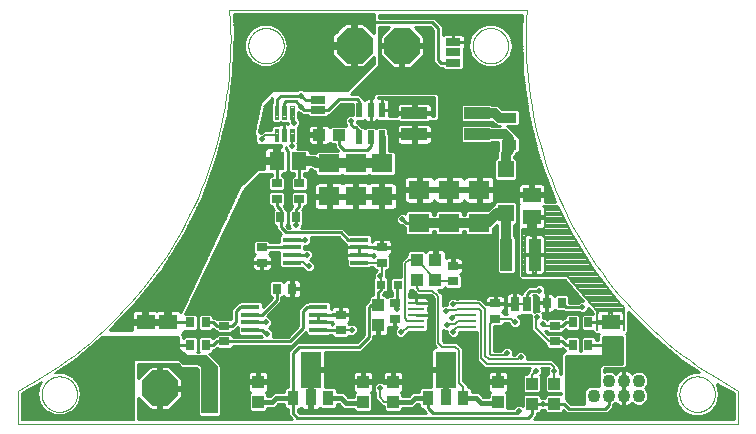
<source format=gtl>
G75*
%MOIN*%
%OFA0B0*%
%FSLAX25Y25*%
%IPPOS*%
%LPD*%
%AMOC8*
5,1,8,0,0,1.08239X$1,22.5*
%
%ADD10C,0.00000*%
%ADD11C,0.00039*%
%ADD12R,0.03937X0.04331*%
%ADD13R,0.03543X0.02756*%
%ADD14R,0.02756X0.03543*%
%ADD15R,0.06181X0.01614*%
%ADD16R,0.03543X0.05118*%
%ADD17R,0.03543X0.05807*%
%ADD18R,0.06823X0.12303*%
%ADD19C,0.04331*%
%ADD20R,0.05906X0.05118*%
%ADD21R,0.05118X0.05906*%
%ADD22C,0.00800*%
%ADD23R,0.02500X0.05000*%
%ADD24R,0.05600X0.01100*%
%ADD25OC8,0.11811*%
%ADD26C,0.00394*%
%ADD27R,0.02953X0.02756*%
%ADD28R,0.08661X0.03937*%
%ADD29R,0.05118X0.03543*%
%ADD30R,0.05512X0.05512*%
%ADD31R,0.03937X0.10630*%
%ADD32R,0.05000X0.02500*%
%ADD33R,0.04331X0.03937*%
%ADD34R,0.02000X0.04800*%
%ADD35R,0.07087X0.06299*%
%ADD36C,0.01000*%
%ADD37C,0.01831*%
%ADD38C,0.00600*%
%ADD39C,0.01600*%
%ADD40C,0.03200*%
%ADD41C,0.01200*%
%ADD42C,0.02400*%
D10*
X0032750Y0016500D02*
X0032750Y0027524D01*
X0032750Y0016500D02*
X0272907Y0016500D01*
X0272907Y0027524D01*
X0272907Y0027523D02*
X0270093Y0029042D01*
X0267315Y0030628D01*
X0264577Y0032281D01*
X0261880Y0034000D01*
X0259225Y0035784D01*
X0256614Y0037631D01*
X0254048Y0039541D01*
X0251530Y0041513D01*
X0249060Y0043545D01*
X0246640Y0045636D01*
X0244271Y0047785D01*
X0241954Y0049991D01*
X0239692Y0052252D01*
X0237485Y0054567D01*
X0235335Y0056935D01*
X0233243Y0059354D01*
X0231210Y0061823D01*
X0229237Y0064341D01*
X0227326Y0066905D01*
X0225477Y0069515D01*
X0223692Y0072169D01*
X0221972Y0074866D01*
X0220318Y0077603D01*
X0218730Y0080380D01*
X0217210Y0083194D01*
X0215758Y0086044D01*
X0214376Y0088928D01*
X0213064Y0091845D01*
X0211823Y0094793D01*
X0210654Y0097770D01*
X0209557Y0100775D01*
X0208533Y0103805D01*
X0207582Y0106859D01*
X0206706Y0109935D01*
X0205905Y0113031D01*
X0205179Y0116146D01*
X0204528Y0119278D01*
X0203953Y0122424D01*
X0203455Y0125583D01*
X0203033Y0128754D01*
X0202688Y0131934D01*
X0202420Y0135121D01*
X0202229Y0138314D01*
X0202115Y0141510D01*
X0202079Y0144708D01*
X0202120Y0147906D01*
X0202239Y0151103D01*
X0202435Y0154295D01*
X0103222Y0154295D01*
X0103223Y0154295D02*
X0103419Y0151103D01*
X0103538Y0147906D01*
X0103579Y0144708D01*
X0103543Y0141510D01*
X0103429Y0138314D01*
X0103238Y0135121D01*
X0102970Y0131934D01*
X0102625Y0128754D01*
X0102203Y0125583D01*
X0101705Y0122424D01*
X0101130Y0119278D01*
X0100479Y0116146D01*
X0099753Y0113031D01*
X0098952Y0109935D01*
X0098076Y0106859D01*
X0097125Y0103805D01*
X0096101Y0100775D01*
X0095004Y0097770D01*
X0093835Y0094793D01*
X0092594Y0091845D01*
X0091282Y0088928D01*
X0089900Y0086044D01*
X0088448Y0083194D01*
X0086928Y0080380D01*
X0085340Y0077603D01*
X0083686Y0074866D01*
X0081966Y0072169D01*
X0080181Y0069515D01*
X0078332Y0066905D01*
X0076421Y0064341D01*
X0074448Y0061823D01*
X0072415Y0059354D01*
X0070323Y0056935D01*
X0068173Y0054567D01*
X0065966Y0052252D01*
X0063704Y0049991D01*
X0061387Y0047785D01*
X0059018Y0045636D01*
X0056598Y0043545D01*
X0054128Y0041513D01*
X0051610Y0039541D01*
X0049044Y0037631D01*
X0046433Y0035784D01*
X0043778Y0034000D01*
X0041081Y0032281D01*
X0038343Y0030628D01*
X0035565Y0029042D01*
X0032751Y0027523D01*
D11*
X0040624Y0026343D02*
X0040626Y0026496D01*
X0040632Y0026650D01*
X0040642Y0026803D01*
X0040656Y0026955D01*
X0040674Y0027108D01*
X0040696Y0027259D01*
X0040721Y0027410D01*
X0040751Y0027561D01*
X0040785Y0027711D01*
X0040822Y0027859D01*
X0040863Y0028007D01*
X0040908Y0028153D01*
X0040957Y0028299D01*
X0041010Y0028443D01*
X0041066Y0028585D01*
X0041126Y0028726D01*
X0041190Y0028866D01*
X0041257Y0029004D01*
X0041328Y0029140D01*
X0041403Y0029274D01*
X0041480Y0029406D01*
X0041562Y0029536D01*
X0041646Y0029664D01*
X0041734Y0029790D01*
X0041825Y0029913D01*
X0041919Y0030034D01*
X0042017Y0030152D01*
X0042117Y0030268D01*
X0042221Y0030381D01*
X0042327Y0030492D01*
X0042436Y0030600D01*
X0042548Y0030705D01*
X0042662Y0030806D01*
X0042780Y0030905D01*
X0042899Y0031001D01*
X0043021Y0031094D01*
X0043146Y0031183D01*
X0043273Y0031270D01*
X0043402Y0031352D01*
X0043533Y0031432D01*
X0043666Y0031508D01*
X0043801Y0031581D01*
X0043938Y0031650D01*
X0044077Y0031715D01*
X0044217Y0031777D01*
X0044359Y0031835D01*
X0044502Y0031890D01*
X0044647Y0031941D01*
X0044793Y0031988D01*
X0044940Y0032031D01*
X0045088Y0032070D01*
X0045237Y0032106D01*
X0045387Y0032137D01*
X0045538Y0032165D01*
X0045689Y0032189D01*
X0045842Y0032209D01*
X0045994Y0032225D01*
X0046147Y0032237D01*
X0046300Y0032245D01*
X0046453Y0032249D01*
X0046607Y0032249D01*
X0046760Y0032245D01*
X0046913Y0032237D01*
X0047066Y0032225D01*
X0047218Y0032209D01*
X0047371Y0032189D01*
X0047522Y0032165D01*
X0047673Y0032137D01*
X0047823Y0032106D01*
X0047972Y0032070D01*
X0048120Y0032031D01*
X0048267Y0031988D01*
X0048413Y0031941D01*
X0048558Y0031890D01*
X0048701Y0031835D01*
X0048843Y0031777D01*
X0048983Y0031715D01*
X0049122Y0031650D01*
X0049259Y0031581D01*
X0049394Y0031508D01*
X0049527Y0031432D01*
X0049658Y0031352D01*
X0049787Y0031270D01*
X0049914Y0031183D01*
X0050039Y0031094D01*
X0050161Y0031001D01*
X0050280Y0030905D01*
X0050398Y0030806D01*
X0050512Y0030705D01*
X0050624Y0030600D01*
X0050733Y0030492D01*
X0050839Y0030381D01*
X0050943Y0030268D01*
X0051043Y0030152D01*
X0051141Y0030034D01*
X0051235Y0029913D01*
X0051326Y0029790D01*
X0051414Y0029664D01*
X0051498Y0029536D01*
X0051580Y0029406D01*
X0051657Y0029274D01*
X0051732Y0029140D01*
X0051803Y0029004D01*
X0051870Y0028866D01*
X0051934Y0028726D01*
X0051994Y0028585D01*
X0052050Y0028443D01*
X0052103Y0028299D01*
X0052152Y0028153D01*
X0052197Y0028007D01*
X0052238Y0027859D01*
X0052275Y0027711D01*
X0052309Y0027561D01*
X0052339Y0027410D01*
X0052364Y0027259D01*
X0052386Y0027108D01*
X0052404Y0026955D01*
X0052418Y0026803D01*
X0052428Y0026650D01*
X0052434Y0026496D01*
X0052436Y0026343D01*
X0052434Y0026190D01*
X0052428Y0026036D01*
X0052418Y0025883D01*
X0052404Y0025731D01*
X0052386Y0025578D01*
X0052364Y0025427D01*
X0052339Y0025276D01*
X0052309Y0025125D01*
X0052275Y0024975D01*
X0052238Y0024827D01*
X0052197Y0024679D01*
X0052152Y0024533D01*
X0052103Y0024387D01*
X0052050Y0024243D01*
X0051994Y0024101D01*
X0051934Y0023960D01*
X0051870Y0023820D01*
X0051803Y0023682D01*
X0051732Y0023546D01*
X0051657Y0023412D01*
X0051580Y0023280D01*
X0051498Y0023150D01*
X0051414Y0023022D01*
X0051326Y0022896D01*
X0051235Y0022773D01*
X0051141Y0022652D01*
X0051043Y0022534D01*
X0050943Y0022418D01*
X0050839Y0022305D01*
X0050733Y0022194D01*
X0050624Y0022086D01*
X0050512Y0021981D01*
X0050398Y0021880D01*
X0050280Y0021781D01*
X0050161Y0021685D01*
X0050039Y0021592D01*
X0049914Y0021503D01*
X0049787Y0021416D01*
X0049658Y0021334D01*
X0049527Y0021254D01*
X0049394Y0021178D01*
X0049259Y0021105D01*
X0049122Y0021036D01*
X0048983Y0020971D01*
X0048843Y0020909D01*
X0048701Y0020851D01*
X0048558Y0020796D01*
X0048413Y0020745D01*
X0048267Y0020698D01*
X0048120Y0020655D01*
X0047972Y0020616D01*
X0047823Y0020580D01*
X0047673Y0020549D01*
X0047522Y0020521D01*
X0047371Y0020497D01*
X0047218Y0020477D01*
X0047066Y0020461D01*
X0046913Y0020449D01*
X0046760Y0020441D01*
X0046607Y0020437D01*
X0046453Y0020437D01*
X0046300Y0020441D01*
X0046147Y0020449D01*
X0045994Y0020461D01*
X0045842Y0020477D01*
X0045689Y0020497D01*
X0045538Y0020521D01*
X0045387Y0020549D01*
X0045237Y0020580D01*
X0045088Y0020616D01*
X0044940Y0020655D01*
X0044793Y0020698D01*
X0044647Y0020745D01*
X0044502Y0020796D01*
X0044359Y0020851D01*
X0044217Y0020909D01*
X0044077Y0020971D01*
X0043938Y0021036D01*
X0043801Y0021105D01*
X0043666Y0021178D01*
X0043533Y0021254D01*
X0043402Y0021334D01*
X0043273Y0021416D01*
X0043146Y0021503D01*
X0043021Y0021592D01*
X0042899Y0021685D01*
X0042780Y0021781D01*
X0042662Y0021880D01*
X0042548Y0021981D01*
X0042436Y0022086D01*
X0042327Y0022194D01*
X0042221Y0022305D01*
X0042117Y0022418D01*
X0042017Y0022534D01*
X0041919Y0022652D01*
X0041825Y0022773D01*
X0041734Y0022896D01*
X0041646Y0023022D01*
X0041562Y0023150D01*
X0041480Y0023280D01*
X0041403Y0023412D01*
X0041328Y0023546D01*
X0041257Y0023682D01*
X0041190Y0023820D01*
X0041126Y0023960D01*
X0041066Y0024101D01*
X0041010Y0024243D01*
X0040957Y0024387D01*
X0040908Y0024533D01*
X0040863Y0024679D01*
X0040822Y0024827D01*
X0040785Y0024975D01*
X0040751Y0025125D01*
X0040721Y0025276D01*
X0040696Y0025427D01*
X0040674Y0025578D01*
X0040656Y0025731D01*
X0040642Y0025883D01*
X0040632Y0026036D01*
X0040626Y0026190D01*
X0040624Y0026343D01*
X0109521Y0142484D02*
X0109523Y0142637D01*
X0109529Y0142791D01*
X0109539Y0142944D01*
X0109553Y0143096D01*
X0109571Y0143249D01*
X0109593Y0143400D01*
X0109618Y0143551D01*
X0109648Y0143702D01*
X0109682Y0143852D01*
X0109719Y0144000D01*
X0109760Y0144148D01*
X0109805Y0144294D01*
X0109854Y0144440D01*
X0109907Y0144584D01*
X0109963Y0144726D01*
X0110023Y0144867D01*
X0110087Y0145007D01*
X0110154Y0145145D01*
X0110225Y0145281D01*
X0110300Y0145415D01*
X0110377Y0145547D01*
X0110459Y0145677D01*
X0110543Y0145805D01*
X0110631Y0145931D01*
X0110722Y0146054D01*
X0110816Y0146175D01*
X0110914Y0146293D01*
X0111014Y0146409D01*
X0111118Y0146522D01*
X0111224Y0146633D01*
X0111333Y0146741D01*
X0111445Y0146846D01*
X0111559Y0146947D01*
X0111677Y0147046D01*
X0111796Y0147142D01*
X0111918Y0147235D01*
X0112043Y0147324D01*
X0112170Y0147411D01*
X0112299Y0147493D01*
X0112430Y0147573D01*
X0112563Y0147649D01*
X0112698Y0147722D01*
X0112835Y0147791D01*
X0112974Y0147856D01*
X0113114Y0147918D01*
X0113256Y0147976D01*
X0113399Y0148031D01*
X0113544Y0148082D01*
X0113690Y0148129D01*
X0113837Y0148172D01*
X0113985Y0148211D01*
X0114134Y0148247D01*
X0114284Y0148278D01*
X0114435Y0148306D01*
X0114586Y0148330D01*
X0114739Y0148350D01*
X0114891Y0148366D01*
X0115044Y0148378D01*
X0115197Y0148386D01*
X0115350Y0148390D01*
X0115504Y0148390D01*
X0115657Y0148386D01*
X0115810Y0148378D01*
X0115963Y0148366D01*
X0116115Y0148350D01*
X0116268Y0148330D01*
X0116419Y0148306D01*
X0116570Y0148278D01*
X0116720Y0148247D01*
X0116869Y0148211D01*
X0117017Y0148172D01*
X0117164Y0148129D01*
X0117310Y0148082D01*
X0117455Y0148031D01*
X0117598Y0147976D01*
X0117740Y0147918D01*
X0117880Y0147856D01*
X0118019Y0147791D01*
X0118156Y0147722D01*
X0118291Y0147649D01*
X0118424Y0147573D01*
X0118555Y0147493D01*
X0118684Y0147411D01*
X0118811Y0147324D01*
X0118936Y0147235D01*
X0119058Y0147142D01*
X0119177Y0147046D01*
X0119295Y0146947D01*
X0119409Y0146846D01*
X0119521Y0146741D01*
X0119630Y0146633D01*
X0119736Y0146522D01*
X0119840Y0146409D01*
X0119940Y0146293D01*
X0120038Y0146175D01*
X0120132Y0146054D01*
X0120223Y0145931D01*
X0120311Y0145805D01*
X0120395Y0145677D01*
X0120477Y0145547D01*
X0120554Y0145415D01*
X0120629Y0145281D01*
X0120700Y0145145D01*
X0120767Y0145007D01*
X0120831Y0144867D01*
X0120891Y0144726D01*
X0120947Y0144584D01*
X0121000Y0144440D01*
X0121049Y0144294D01*
X0121094Y0144148D01*
X0121135Y0144000D01*
X0121172Y0143852D01*
X0121206Y0143702D01*
X0121236Y0143551D01*
X0121261Y0143400D01*
X0121283Y0143249D01*
X0121301Y0143096D01*
X0121315Y0142944D01*
X0121325Y0142791D01*
X0121331Y0142637D01*
X0121333Y0142484D01*
X0121331Y0142331D01*
X0121325Y0142177D01*
X0121315Y0142024D01*
X0121301Y0141872D01*
X0121283Y0141719D01*
X0121261Y0141568D01*
X0121236Y0141417D01*
X0121206Y0141266D01*
X0121172Y0141116D01*
X0121135Y0140968D01*
X0121094Y0140820D01*
X0121049Y0140674D01*
X0121000Y0140528D01*
X0120947Y0140384D01*
X0120891Y0140242D01*
X0120831Y0140101D01*
X0120767Y0139961D01*
X0120700Y0139823D01*
X0120629Y0139687D01*
X0120554Y0139553D01*
X0120477Y0139421D01*
X0120395Y0139291D01*
X0120311Y0139163D01*
X0120223Y0139037D01*
X0120132Y0138914D01*
X0120038Y0138793D01*
X0119940Y0138675D01*
X0119840Y0138559D01*
X0119736Y0138446D01*
X0119630Y0138335D01*
X0119521Y0138227D01*
X0119409Y0138122D01*
X0119295Y0138021D01*
X0119177Y0137922D01*
X0119058Y0137826D01*
X0118936Y0137733D01*
X0118811Y0137644D01*
X0118684Y0137557D01*
X0118555Y0137475D01*
X0118424Y0137395D01*
X0118291Y0137319D01*
X0118156Y0137246D01*
X0118019Y0137177D01*
X0117880Y0137112D01*
X0117740Y0137050D01*
X0117598Y0136992D01*
X0117455Y0136937D01*
X0117310Y0136886D01*
X0117164Y0136839D01*
X0117017Y0136796D01*
X0116869Y0136757D01*
X0116720Y0136721D01*
X0116570Y0136690D01*
X0116419Y0136662D01*
X0116268Y0136638D01*
X0116115Y0136618D01*
X0115963Y0136602D01*
X0115810Y0136590D01*
X0115657Y0136582D01*
X0115504Y0136578D01*
X0115350Y0136578D01*
X0115197Y0136582D01*
X0115044Y0136590D01*
X0114891Y0136602D01*
X0114739Y0136618D01*
X0114586Y0136638D01*
X0114435Y0136662D01*
X0114284Y0136690D01*
X0114134Y0136721D01*
X0113985Y0136757D01*
X0113837Y0136796D01*
X0113690Y0136839D01*
X0113544Y0136886D01*
X0113399Y0136937D01*
X0113256Y0136992D01*
X0113114Y0137050D01*
X0112974Y0137112D01*
X0112835Y0137177D01*
X0112698Y0137246D01*
X0112563Y0137319D01*
X0112430Y0137395D01*
X0112299Y0137475D01*
X0112170Y0137557D01*
X0112043Y0137644D01*
X0111918Y0137733D01*
X0111796Y0137826D01*
X0111677Y0137922D01*
X0111559Y0138021D01*
X0111445Y0138122D01*
X0111333Y0138227D01*
X0111224Y0138335D01*
X0111118Y0138446D01*
X0111014Y0138559D01*
X0110914Y0138675D01*
X0110816Y0138793D01*
X0110722Y0138914D01*
X0110631Y0139037D01*
X0110543Y0139163D01*
X0110459Y0139291D01*
X0110377Y0139421D01*
X0110300Y0139553D01*
X0110225Y0139687D01*
X0110154Y0139823D01*
X0110087Y0139961D01*
X0110023Y0140101D01*
X0109963Y0140242D01*
X0109907Y0140384D01*
X0109854Y0140528D01*
X0109805Y0140674D01*
X0109760Y0140820D01*
X0109719Y0140968D01*
X0109682Y0141116D01*
X0109648Y0141266D01*
X0109618Y0141417D01*
X0109593Y0141568D01*
X0109571Y0141719D01*
X0109553Y0141872D01*
X0109539Y0142024D01*
X0109529Y0142177D01*
X0109523Y0142331D01*
X0109521Y0142484D01*
X0184324Y0142484D02*
X0184326Y0142637D01*
X0184332Y0142791D01*
X0184342Y0142944D01*
X0184356Y0143096D01*
X0184374Y0143249D01*
X0184396Y0143400D01*
X0184421Y0143551D01*
X0184451Y0143702D01*
X0184485Y0143852D01*
X0184522Y0144000D01*
X0184563Y0144148D01*
X0184608Y0144294D01*
X0184657Y0144440D01*
X0184710Y0144584D01*
X0184766Y0144726D01*
X0184826Y0144867D01*
X0184890Y0145007D01*
X0184957Y0145145D01*
X0185028Y0145281D01*
X0185103Y0145415D01*
X0185180Y0145547D01*
X0185262Y0145677D01*
X0185346Y0145805D01*
X0185434Y0145931D01*
X0185525Y0146054D01*
X0185619Y0146175D01*
X0185717Y0146293D01*
X0185817Y0146409D01*
X0185921Y0146522D01*
X0186027Y0146633D01*
X0186136Y0146741D01*
X0186248Y0146846D01*
X0186362Y0146947D01*
X0186480Y0147046D01*
X0186599Y0147142D01*
X0186721Y0147235D01*
X0186846Y0147324D01*
X0186973Y0147411D01*
X0187102Y0147493D01*
X0187233Y0147573D01*
X0187366Y0147649D01*
X0187501Y0147722D01*
X0187638Y0147791D01*
X0187777Y0147856D01*
X0187917Y0147918D01*
X0188059Y0147976D01*
X0188202Y0148031D01*
X0188347Y0148082D01*
X0188493Y0148129D01*
X0188640Y0148172D01*
X0188788Y0148211D01*
X0188937Y0148247D01*
X0189087Y0148278D01*
X0189238Y0148306D01*
X0189389Y0148330D01*
X0189542Y0148350D01*
X0189694Y0148366D01*
X0189847Y0148378D01*
X0190000Y0148386D01*
X0190153Y0148390D01*
X0190307Y0148390D01*
X0190460Y0148386D01*
X0190613Y0148378D01*
X0190766Y0148366D01*
X0190918Y0148350D01*
X0191071Y0148330D01*
X0191222Y0148306D01*
X0191373Y0148278D01*
X0191523Y0148247D01*
X0191672Y0148211D01*
X0191820Y0148172D01*
X0191967Y0148129D01*
X0192113Y0148082D01*
X0192258Y0148031D01*
X0192401Y0147976D01*
X0192543Y0147918D01*
X0192683Y0147856D01*
X0192822Y0147791D01*
X0192959Y0147722D01*
X0193094Y0147649D01*
X0193227Y0147573D01*
X0193358Y0147493D01*
X0193487Y0147411D01*
X0193614Y0147324D01*
X0193739Y0147235D01*
X0193861Y0147142D01*
X0193980Y0147046D01*
X0194098Y0146947D01*
X0194212Y0146846D01*
X0194324Y0146741D01*
X0194433Y0146633D01*
X0194539Y0146522D01*
X0194643Y0146409D01*
X0194743Y0146293D01*
X0194841Y0146175D01*
X0194935Y0146054D01*
X0195026Y0145931D01*
X0195114Y0145805D01*
X0195198Y0145677D01*
X0195280Y0145547D01*
X0195357Y0145415D01*
X0195432Y0145281D01*
X0195503Y0145145D01*
X0195570Y0145007D01*
X0195634Y0144867D01*
X0195694Y0144726D01*
X0195750Y0144584D01*
X0195803Y0144440D01*
X0195852Y0144294D01*
X0195897Y0144148D01*
X0195938Y0144000D01*
X0195975Y0143852D01*
X0196009Y0143702D01*
X0196039Y0143551D01*
X0196064Y0143400D01*
X0196086Y0143249D01*
X0196104Y0143096D01*
X0196118Y0142944D01*
X0196128Y0142791D01*
X0196134Y0142637D01*
X0196136Y0142484D01*
X0196134Y0142331D01*
X0196128Y0142177D01*
X0196118Y0142024D01*
X0196104Y0141872D01*
X0196086Y0141719D01*
X0196064Y0141568D01*
X0196039Y0141417D01*
X0196009Y0141266D01*
X0195975Y0141116D01*
X0195938Y0140968D01*
X0195897Y0140820D01*
X0195852Y0140674D01*
X0195803Y0140528D01*
X0195750Y0140384D01*
X0195694Y0140242D01*
X0195634Y0140101D01*
X0195570Y0139961D01*
X0195503Y0139823D01*
X0195432Y0139687D01*
X0195357Y0139553D01*
X0195280Y0139421D01*
X0195198Y0139291D01*
X0195114Y0139163D01*
X0195026Y0139037D01*
X0194935Y0138914D01*
X0194841Y0138793D01*
X0194743Y0138675D01*
X0194643Y0138559D01*
X0194539Y0138446D01*
X0194433Y0138335D01*
X0194324Y0138227D01*
X0194212Y0138122D01*
X0194098Y0138021D01*
X0193980Y0137922D01*
X0193861Y0137826D01*
X0193739Y0137733D01*
X0193614Y0137644D01*
X0193487Y0137557D01*
X0193358Y0137475D01*
X0193227Y0137395D01*
X0193094Y0137319D01*
X0192959Y0137246D01*
X0192822Y0137177D01*
X0192683Y0137112D01*
X0192543Y0137050D01*
X0192401Y0136992D01*
X0192258Y0136937D01*
X0192113Y0136886D01*
X0191967Y0136839D01*
X0191820Y0136796D01*
X0191672Y0136757D01*
X0191523Y0136721D01*
X0191373Y0136690D01*
X0191222Y0136662D01*
X0191071Y0136638D01*
X0190918Y0136618D01*
X0190766Y0136602D01*
X0190613Y0136590D01*
X0190460Y0136582D01*
X0190307Y0136578D01*
X0190153Y0136578D01*
X0190000Y0136582D01*
X0189847Y0136590D01*
X0189694Y0136602D01*
X0189542Y0136618D01*
X0189389Y0136638D01*
X0189238Y0136662D01*
X0189087Y0136690D01*
X0188937Y0136721D01*
X0188788Y0136757D01*
X0188640Y0136796D01*
X0188493Y0136839D01*
X0188347Y0136886D01*
X0188202Y0136937D01*
X0188059Y0136992D01*
X0187917Y0137050D01*
X0187777Y0137112D01*
X0187638Y0137177D01*
X0187501Y0137246D01*
X0187366Y0137319D01*
X0187233Y0137395D01*
X0187102Y0137475D01*
X0186973Y0137557D01*
X0186846Y0137644D01*
X0186721Y0137733D01*
X0186599Y0137826D01*
X0186480Y0137922D01*
X0186362Y0138021D01*
X0186248Y0138122D01*
X0186136Y0138227D01*
X0186027Y0138335D01*
X0185921Y0138446D01*
X0185817Y0138559D01*
X0185717Y0138675D01*
X0185619Y0138793D01*
X0185525Y0138914D01*
X0185434Y0139037D01*
X0185346Y0139163D01*
X0185262Y0139291D01*
X0185180Y0139421D01*
X0185103Y0139553D01*
X0185028Y0139687D01*
X0184957Y0139823D01*
X0184890Y0139961D01*
X0184826Y0140101D01*
X0184766Y0140242D01*
X0184710Y0140384D01*
X0184657Y0140528D01*
X0184608Y0140674D01*
X0184563Y0140820D01*
X0184522Y0140968D01*
X0184485Y0141116D01*
X0184451Y0141266D01*
X0184421Y0141417D01*
X0184396Y0141568D01*
X0184374Y0141719D01*
X0184356Y0141872D01*
X0184342Y0142024D01*
X0184332Y0142177D01*
X0184326Y0142331D01*
X0184324Y0142484D01*
X0253222Y0026343D02*
X0253224Y0026496D01*
X0253230Y0026650D01*
X0253240Y0026803D01*
X0253254Y0026955D01*
X0253272Y0027108D01*
X0253294Y0027259D01*
X0253319Y0027410D01*
X0253349Y0027561D01*
X0253383Y0027711D01*
X0253420Y0027859D01*
X0253461Y0028007D01*
X0253506Y0028153D01*
X0253555Y0028299D01*
X0253608Y0028443D01*
X0253664Y0028585D01*
X0253724Y0028726D01*
X0253788Y0028866D01*
X0253855Y0029004D01*
X0253926Y0029140D01*
X0254001Y0029274D01*
X0254078Y0029406D01*
X0254160Y0029536D01*
X0254244Y0029664D01*
X0254332Y0029790D01*
X0254423Y0029913D01*
X0254517Y0030034D01*
X0254615Y0030152D01*
X0254715Y0030268D01*
X0254819Y0030381D01*
X0254925Y0030492D01*
X0255034Y0030600D01*
X0255146Y0030705D01*
X0255260Y0030806D01*
X0255378Y0030905D01*
X0255497Y0031001D01*
X0255619Y0031094D01*
X0255744Y0031183D01*
X0255871Y0031270D01*
X0256000Y0031352D01*
X0256131Y0031432D01*
X0256264Y0031508D01*
X0256399Y0031581D01*
X0256536Y0031650D01*
X0256675Y0031715D01*
X0256815Y0031777D01*
X0256957Y0031835D01*
X0257100Y0031890D01*
X0257245Y0031941D01*
X0257391Y0031988D01*
X0257538Y0032031D01*
X0257686Y0032070D01*
X0257835Y0032106D01*
X0257985Y0032137D01*
X0258136Y0032165D01*
X0258287Y0032189D01*
X0258440Y0032209D01*
X0258592Y0032225D01*
X0258745Y0032237D01*
X0258898Y0032245D01*
X0259051Y0032249D01*
X0259205Y0032249D01*
X0259358Y0032245D01*
X0259511Y0032237D01*
X0259664Y0032225D01*
X0259816Y0032209D01*
X0259969Y0032189D01*
X0260120Y0032165D01*
X0260271Y0032137D01*
X0260421Y0032106D01*
X0260570Y0032070D01*
X0260718Y0032031D01*
X0260865Y0031988D01*
X0261011Y0031941D01*
X0261156Y0031890D01*
X0261299Y0031835D01*
X0261441Y0031777D01*
X0261581Y0031715D01*
X0261720Y0031650D01*
X0261857Y0031581D01*
X0261992Y0031508D01*
X0262125Y0031432D01*
X0262256Y0031352D01*
X0262385Y0031270D01*
X0262512Y0031183D01*
X0262637Y0031094D01*
X0262759Y0031001D01*
X0262878Y0030905D01*
X0262996Y0030806D01*
X0263110Y0030705D01*
X0263222Y0030600D01*
X0263331Y0030492D01*
X0263437Y0030381D01*
X0263541Y0030268D01*
X0263641Y0030152D01*
X0263739Y0030034D01*
X0263833Y0029913D01*
X0263924Y0029790D01*
X0264012Y0029664D01*
X0264096Y0029536D01*
X0264178Y0029406D01*
X0264255Y0029274D01*
X0264330Y0029140D01*
X0264401Y0029004D01*
X0264468Y0028866D01*
X0264532Y0028726D01*
X0264592Y0028585D01*
X0264648Y0028443D01*
X0264701Y0028299D01*
X0264750Y0028153D01*
X0264795Y0028007D01*
X0264836Y0027859D01*
X0264873Y0027711D01*
X0264907Y0027561D01*
X0264937Y0027410D01*
X0264962Y0027259D01*
X0264984Y0027108D01*
X0265002Y0026955D01*
X0265016Y0026803D01*
X0265026Y0026650D01*
X0265032Y0026496D01*
X0265034Y0026343D01*
X0265032Y0026190D01*
X0265026Y0026036D01*
X0265016Y0025883D01*
X0265002Y0025731D01*
X0264984Y0025578D01*
X0264962Y0025427D01*
X0264937Y0025276D01*
X0264907Y0025125D01*
X0264873Y0024975D01*
X0264836Y0024827D01*
X0264795Y0024679D01*
X0264750Y0024533D01*
X0264701Y0024387D01*
X0264648Y0024243D01*
X0264592Y0024101D01*
X0264532Y0023960D01*
X0264468Y0023820D01*
X0264401Y0023682D01*
X0264330Y0023546D01*
X0264255Y0023412D01*
X0264178Y0023280D01*
X0264096Y0023150D01*
X0264012Y0023022D01*
X0263924Y0022896D01*
X0263833Y0022773D01*
X0263739Y0022652D01*
X0263641Y0022534D01*
X0263541Y0022418D01*
X0263437Y0022305D01*
X0263331Y0022194D01*
X0263222Y0022086D01*
X0263110Y0021981D01*
X0262996Y0021880D01*
X0262878Y0021781D01*
X0262759Y0021685D01*
X0262637Y0021592D01*
X0262512Y0021503D01*
X0262385Y0021416D01*
X0262256Y0021334D01*
X0262125Y0021254D01*
X0261992Y0021178D01*
X0261857Y0021105D01*
X0261720Y0021036D01*
X0261581Y0020971D01*
X0261441Y0020909D01*
X0261299Y0020851D01*
X0261156Y0020796D01*
X0261011Y0020745D01*
X0260865Y0020698D01*
X0260718Y0020655D01*
X0260570Y0020616D01*
X0260421Y0020580D01*
X0260271Y0020549D01*
X0260120Y0020521D01*
X0259969Y0020497D01*
X0259816Y0020477D01*
X0259664Y0020461D01*
X0259511Y0020449D01*
X0259358Y0020441D01*
X0259205Y0020437D01*
X0259051Y0020437D01*
X0258898Y0020441D01*
X0258745Y0020449D01*
X0258592Y0020461D01*
X0258440Y0020477D01*
X0258287Y0020497D01*
X0258136Y0020521D01*
X0257985Y0020549D01*
X0257835Y0020580D01*
X0257686Y0020616D01*
X0257538Y0020655D01*
X0257391Y0020698D01*
X0257245Y0020745D01*
X0257100Y0020796D01*
X0256957Y0020851D01*
X0256815Y0020909D01*
X0256675Y0020971D01*
X0256536Y0021036D01*
X0256399Y0021105D01*
X0256264Y0021178D01*
X0256131Y0021254D01*
X0256000Y0021334D01*
X0255871Y0021416D01*
X0255744Y0021503D01*
X0255619Y0021592D01*
X0255497Y0021685D01*
X0255378Y0021781D01*
X0255260Y0021880D01*
X0255146Y0021981D01*
X0255034Y0022086D01*
X0254925Y0022194D01*
X0254819Y0022305D01*
X0254715Y0022418D01*
X0254615Y0022534D01*
X0254517Y0022652D01*
X0254423Y0022773D01*
X0254332Y0022896D01*
X0254244Y0023022D01*
X0254160Y0023150D01*
X0254078Y0023280D01*
X0254001Y0023412D01*
X0253926Y0023546D01*
X0253855Y0023682D01*
X0253788Y0023820D01*
X0253724Y0023960D01*
X0253664Y0024101D01*
X0253608Y0024243D01*
X0253555Y0024387D01*
X0253506Y0024533D01*
X0253461Y0024679D01*
X0253420Y0024827D01*
X0253383Y0024975D01*
X0253349Y0025125D01*
X0253319Y0025276D01*
X0253294Y0025427D01*
X0253272Y0025578D01*
X0253254Y0025731D01*
X0253240Y0025883D01*
X0253230Y0026036D01*
X0253224Y0026190D01*
X0253222Y0026343D01*
D12*
X0211500Y0023154D03*
X0204000Y0023154D03*
X0204000Y0029846D03*
X0211500Y0029846D03*
X0192750Y0030471D03*
X0192750Y0023779D03*
X0157750Y0023779D03*
X0147750Y0023779D03*
X0147750Y0030471D03*
X0157750Y0030471D03*
X0152750Y0049404D03*
X0152750Y0056096D03*
X0165599Y0064374D03*
X0171849Y0064374D03*
X0171849Y0071067D03*
X0165599Y0071067D03*
X0112750Y0030471D03*
X0112750Y0023779D03*
D13*
X0101500Y0043941D03*
X0101500Y0049059D03*
X0114000Y0070191D03*
X0114000Y0075309D03*
X0119000Y0091441D03*
X0119000Y0096559D03*
X0126500Y0096559D03*
X0126500Y0091441D03*
X0154000Y0075309D03*
X0154000Y0070191D03*
X0158375Y0056559D03*
X0158375Y0051441D03*
X0140250Y0052809D03*
X0140250Y0047691D03*
X0177750Y0063941D03*
X0177750Y0069059D03*
X0191776Y0056589D03*
X0191776Y0051470D03*
X0211776Y0049089D03*
X0211776Y0043970D03*
D14*
X0217691Y0042750D03*
X0222809Y0042750D03*
X0222809Y0050250D03*
X0217691Y0050250D03*
X0214030Y0056776D03*
X0208911Y0056776D03*
X0124059Y0061500D03*
X0118941Y0061500D03*
X0095309Y0050250D03*
X0090191Y0050250D03*
X0090191Y0042750D03*
X0095309Y0042750D03*
X0120191Y0085250D03*
X0125309Y0085250D03*
D15*
X0123951Y0077839D03*
X0123951Y0075280D03*
X0123951Y0072720D03*
X0123951Y0070161D03*
X0146549Y0070161D03*
X0146549Y0072720D03*
X0146549Y0075280D03*
X0146549Y0077839D03*
X0132799Y0055339D03*
X0132799Y0052780D03*
X0132799Y0050220D03*
X0132799Y0047661D03*
X0110201Y0047661D03*
X0110201Y0050220D03*
X0110201Y0052780D03*
X0110201Y0055339D03*
D16*
X0124344Y0025004D03*
X0136156Y0025004D03*
X0169344Y0025004D03*
X0181156Y0025004D03*
D17*
X0175250Y0025348D03*
X0130250Y0025348D03*
D18*
X0130250Y0034404D03*
X0175250Y0034404D03*
D19*
X0219600Y0030811D03*
X0224600Y0030811D03*
X0229600Y0030811D03*
X0234600Y0030811D03*
X0239600Y0030811D03*
X0239600Y0025811D03*
X0234600Y0025811D03*
X0229600Y0025811D03*
X0224600Y0025811D03*
X0219600Y0025811D03*
D20*
X0230250Y0042760D03*
X0230250Y0050240D03*
X0204000Y0085260D03*
X0204000Y0092740D03*
X0082750Y0050240D03*
X0075250Y0050240D03*
X0075250Y0042760D03*
X0082750Y0042760D03*
D21*
X0119010Y0104000D03*
X0126490Y0104000D03*
D22*
X0124000Y0109000D02*
X0124059Y0109059D01*
X0124059Y0112720D01*
X0124730Y0116873D02*
X0124059Y0117544D01*
X0124059Y0120280D01*
X0118941Y0112720D02*
X0115220Y0112720D01*
X0114000Y0111500D01*
X0124039Y0070250D02*
X0123951Y0070161D01*
X0124039Y0070250D02*
X0127750Y0070250D01*
X0129000Y0069000D01*
X0129625Y0069000D01*
X0146549Y0070161D02*
X0153464Y0070161D01*
X0154000Y0069625D01*
X0154000Y0066500D01*
X0153375Y0065875D01*
X0153646Y0065604D01*
X0153646Y0062750D01*
X0161600Y0060727D02*
X0161600Y0051672D01*
X0162522Y0050750D01*
X0165400Y0050750D01*
X0165400Y0048850D02*
X0162600Y0048850D01*
X0160823Y0047073D01*
X0160302Y0047073D01*
X0159000Y0054629D02*
X0158375Y0055254D01*
X0158375Y0056559D01*
X0161600Y0060727D02*
X0161831Y0060958D01*
X0161831Y0069956D01*
X0162942Y0071067D01*
X0165599Y0071067D01*
X0171849Y0064817D01*
X0171849Y0064374D01*
X0172282Y0063941D01*
X0177750Y0063941D01*
X0172750Y0059000D02*
X0172750Y0043375D01*
X0174000Y0042125D01*
X0178506Y0042125D01*
X0179661Y0040969D01*
X0179661Y0030214D01*
X0181156Y0028719D01*
X0181156Y0025004D01*
X0189000Y0036500D02*
X0210250Y0036500D01*
X0211500Y0035250D01*
X0211500Y0034000D01*
X0211500Y0029846D01*
X0204000Y0029846D02*
X0204000Y0032750D01*
X0205250Y0034000D01*
X0200250Y0038710D02*
X0199440Y0037900D01*
X0189625Y0037900D01*
X0188525Y0039000D01*
X0188525Y0054580D01*
X0186455Y0056650D01*
X0182600Y0056650D01*
X0177900Y0056650D01*
X0177750Y0056500D01*
X0179126Y0054750D02*
X0182600Y0054750D01*
X0186375Y0054750D01*
X0187125Y0054000D01*
X0187125Y0038375D01*
X0189000Y0036500D01*
X0190250Y0039300D02*
X0195550Y0039300D01*
X0195875Y0039625D01*
X0195875Y0040110D01*
X0190250Y0039300D02*
X0189925Y0039625D01*
X0189925Y0049620D01*
X0191776Y0051470D01*
X0197155Y0051470D01*
X0198375Y0050250D01*
X0205250Y0051500D02*
X0205250Y0048375D01*
X0209655Y0043970D01*
X0211776Y0043970D01*
X0211687Y0049000D02*
X0208375Y0049000D01*
X0207750Y0049625D01*
X0205250Y0051500D02*
X0205875Y0052125D01*
X0201780Y0056224D02*
X0198780Y0056224D01*
X0211687Y0049000D02*
X0211776Y0049089D01*
X0223813Y0056426D02*
X0233682Y0056426D01*
X0233565Y0056546D02*
X0234625Y0055455D01*
X0234625Y0047750D01*
X0234603Y0047750D01*
X0234603Y0049840D01*
X0230650Y0049840D01*
X0230650Y0050640D01*
X0234603Y0050640D01*
X0234603Y0052984D01*
X0234507Y0053340D01*
X0234323Y0053659D01*
X0234062Y0053919D01*
X0233743Y0054104D01*
X0233387Y0054199D01*
X0230650Y0054199D01*
X0230650Y0050640D01*
X0229850Y0050640D01*
X0229850Y0049840D01*
X0225897Y0049840D01*
X0225897Y0047750D01*
X0225875Y0047750D01*
X0225875Y0054000D01*
X0215781Y0065875D01*
X0200875Y0065875D01*
X0200875Y0081301D01*
X0203600Y0081301D01*
X0203600Y0084860D01*
X0204400Y0084860D01*
X0204400Y0085660D01*
X0208353Y0085660D01*
X0208353Y0088003D01*
X0208257Y0088359D01*
X0208073Y0088679D01*
X0207812Y0088939D01*
X0207707Y0089000D01*
X0212754Y0089000D01*
X0217344Y0079609D01*
X0224845Y0067649D01*
X0224845Y0067649D01*
X0233565Y0056546D01*
X0233565Y0056546D01*
X0233032Y0057224D02*
X0223135Y0057224D01*
X0222456Y0058023D02*
X0232405Y0058023D01*
X0231778Y0058821D02*
X0221777Y0058821D01*
X0221098Y0059620D02*
X0231151Y0059620D01*
X0230523Y0060418D02*
X0220420Y0060418D01*
X0219741Y0061217D02*
X0229896Y0061217D01*
X0229269Y0062015D02*
X0219062Y0062015D01*
X0218383Y0062814D02*
X0228642Y0062814D01*
X0228015Y0063612D02*
X0217705Y0063612D01*
X0217026Y0064411D02*
X0227388Y0064411D01*
X0226761Y0065209D02*
X0216347Y0065209D01*
X0223871Y0069202D02*
X0208343Y0069202D01*
X0208343Y0070000D02*
X0223370Y0070000D01*
X0222869Y0070799D02*
X0208343Y0070799D01*
X0208343Y0071597D02*
X0222368Y0071597D01*
X0221868Y0072396D02*
X0205374Y0072396D01*
X0205374Y0072350D02*
X0205374Y0073150D01*
X0204574Y0073150D01*
X0204574Y0072350D01*
X0201606Y0072350D01*
X0201606Y0067251D01*
X0201701Y0066895D01*
X0201886Y0066575D01*
X0202146Y0066315D01*
X0202466Y0066130D01*
X0202822Y0066035D01*
X0204574Y0066035D01*
X0204574Y0072350D01*
X0205374Y0072350D01*
X0205374Y0066035D01*
X0207127Y0066035D01*
X0207483Y0066130D01*
X0207803Y0066315D01*
X0208063Y0066575D01*
X0208247Y0066895D01*
X0208343Y0067251D01*
X0208343Y0072350D01*
X0205374Y0072350D01*
X0205374Y0071597D02*
X0204574Y0071597D01*
X0204574Y0070799D02*
X0205374Y0070799D01*
X0205374Y0070000D02*
X0204574Y0070000D01*
X0204574Y0069202D02*
X0205374Y0069202D01*
X0205374Y0068403D02*
X0204574Y0068403D01*
X0204574Y0067605D02*
X0205374Y0067605D01*
X0205374Y0066806D02*
X0204574Y0066806D01*
X0201752Y0066806D02*
X0200875Y0066806D01*
X0200875Y0066008D02*
X0226134Y0066008D01*
X0225507Y0066806D02*
X0208196Y0066806D01*
X0208343Y0067605D02*
X0224879Y0067605D01*
X0224372Y0068403D02*
X0208343Y0068403D01*
X0204574Y0072396D02*
X0200875Y0072396D01*
X0200875Y0073194D02*
X0201606Y0073194D01*
X0201606Y0073150D02*
X0204574Y0073150D01*
X0204574Y0079465D01*
X0202822Y0079465D01*
X0202466Y0079370D01*
X0202146Y0079185D01*
X0201886Y0078925D01*
X0201701Y0078605D01*
X0201606Y0078249D01*
X0201606Y0073150D01*
X0201606Y0073993D02*
X0200875Y0073993D01*
X0200875Y0074791D02*
X0201606Y0074791D01*
X0201606Y0075590D02*
X0200875Y0075590D01*
X0200875Y0076388D02*
X0201606Y0076388D01*
X0201606Y0077187D02*
X0200875Y0077187D01*
X0200875Y0077985D02*
X0201606Y0077985D01*
X0201804Y0078784D02*
X0200875Y0078784D01*
X0200875Y0079582D02*
X0217360Y0079582D01*
X0217344Y0079609D02*
X0217344Y0079609D01*
X0216966Y0080381D02*
X0200875Y0080381D01*
X0200875Y0081179D02*
X0216576Y0081179D01*
X0216186Y0081978D02*
X0208152Y0081978D01*
X0208073Y0081841D02*
X0208257Y0082160D01*
X0208353Y0082516D01*
X0208353Y0084860D01*
X0204400Y0084860D01*
X0204400Y0081301D01*
X0207137Y0081301D01*
X0207493Y0081396D01*
X0207812Y0081581D01*
X0208073Y0081841D01*
X0208353Y0082776D02*
X0215796Y0082776D01*
X0215406Y0083575D02*
X0208353Y0083575D01*
X0208353Y0084373D02*
X0215015Y0084373D01*
X0214625Y0085172D02*
X0204400Y0085172D01*
X0204400Y0084373D02*
X0203600Y0084373D01*
X0203600Y0083575D02*
X0204400Y0083575D01*
X0204400Y0082776D02*
X0203600Y0082776D01*
X0203600Y0081978D02*
X0204400Y0081978D01*
X0205374Y0079465D02*
X0207127Y0079465D01*
X0207483Y0079370D01*
X0207803Y0079185D01*
X0208063Y0078925D01*
X0208247Y0078605D01*
X0208343Y0078249D01*
X0208343Y0073150D01*
X0205374Y0073150D01*
X0205374Y0079465D01*
X0205374Y0078784D02*
X0204574Y0078784D01*
X0204574Y0077985D02*
X0205374Y0077985D01*
X0205374Y0077187D02*
X0204574Y0077187D01*
X0204574Y0076388D02*
X0205374Y0076388D01*
X0205374Y0075590D02*
X0204574Y0075590D01*
X0204574Y0074791D02*
X0205374Y0074791D01*
X0205374Y0073993D02*
X0204574Y0073993D01*
X0204574Y0073194D02*
X0205374Y0073194D01*
X0208343Y0073194D02*
X0221367Y0073194D01*
X0220866Y0073993D02*
X0208343Y0073993D01*
X0208343Y0074791D02*
X0220365Y0074791D01*
X0219864Y0075590D02*
X0208343Y0075590D01*
X0208343Y0076388D02*
X0219364Y0076388D01*
X0218863Y0077187D02*
X0208343Y0077187D01*
X0208343Y0077985D02*
X0218362Y0077985D01*
X0217861Y0078784D02*
X0208144Y0078784D01*
X0208353Y0085970D02*
X0214235Y0085970D01*
X0213845Y0086769D02*
X0208353Y0086769D01*
X0208353Y0087568D02*
X0213454Y0087568D01*
X0213064Y0088366D02*
X0208253Y0088366D01*
X0201606Y0071597D02*
X0200875Y0071597D01*
X0200875Y0070799D02*
X0201606Y0070799D01*
X0201606Y0070000D02*
X0200875Y0070000D01*
X0200875Y0069202D02*
X0201606Y0069202D01*
X0201606Y0068403D02*
X0200875Y0068403D01*
X0200875Y0067605D02*
X0201606Y0067605D01*
X0182600Y0052750D02*
X0178272Y0052750D01*
X0177365Y0051843D01*
X0179397Y0050750D02*
X0178280Y0049633D01*
X0175883Y0049633D01*
X0175647Y0049397D01*
X0175647Y0049290D01*
X0177750Y0047125D02*
X0177750Y0047080D01*
X0177750Y0047125D02*
X0178858Y0048233D01*
X0178860Y0048233D01*
X0179477Y0048850D01*
X0182600Y0048850D01*
X0182600Y0050750D02*
X0179397Y0050750D01*
X0178666Y0054290D02*
X0175540Y0054290D01*
X0175250Y0054000D01*
X0178666Y0054290D02*
X0179126Y0054750D01*
X0172750Y0059000D02*
X0170875Y0060875D01*
X0166500Y0060875D01*
X0165599Y0061776D01*
X0165599Y0064374D01*
X0154000Y0069625D02*
X0154000Y0070191D01*
X0144029Y0047750D02*
X0143375Y0047750D01*
X0143316Y0047691D01*
X0140250Y0047691D01*
X0153375Y0028375D02*
X0153375Y0025250D01*
X0154846Y0023779D01*
X0157750Y0023779D01*
X0225875Y0048440D02*
X0225897Y0048440D01*
X0225875Y0049239D02*
X0225897Y0049239D01*
X0225875Y0050037D02*
X0229850Y0050037D01*
X0229850Y0050640D02*
X0225897Y0050640D01*
X0225897Y0052984D01*
X0225993Y0053340D01*
X0226177Y0053659D01*
X0226438Y0053919D01*
X0226757Y0054104D01*
X0227113Y0054199D01*
X0229850Y0054199D01*
X0229850Y0050640D01*
X0229850Y0050836D02*
X0230650Y0050836D01*
X0230650Y0051634D02*
X0229850Y0051634D01*
X0229850Y0052433D02*
X0230650Y0052433D01*
X0230650Y0053232D02*
X0229850Y0053232D01*
X0229850Y0054030D02*
X0230650Y0054030D01*
X0233871Y0054030D02*
X0234625Y0054030D01*
X0234625Y0053232D02*
X0234536Y0053232D01*
X0234603Y0052433D02*
X0234625Y0052433D01*
X0234603Y0051634D02*
X0234625Y0051634D01*
X0234603Y0050836D02*
X0234625Y0050836D01*
X0234625Y0050037D02*
X0230650Y0050037D01*
X0234603Y0049239D02*
X0234625Y0049239D01*
X0234603Y0048440D02*
X0234625Y0048440D01*
X0234625Y0054829D02*
X0225171Y0054829D01*
X0224492Y0055627D02*
X0234458Y0055627D01*
X0226629Y0054030D02*
X0225849Y0054030D01*
X0225875Y0053232D02*
X0225964Y0053232D01*
X0225897Y0052433D02*
X0225875Y0052433D01*
X0225875Y0051634D02*
X0225897Y0051634D01*
X0225875Y0050836D02*
X0225897Y0050836D01*
D23*
X0202280Y0056224D03*
X0198280Y0056224D03*
D24*
X0182600Y0056650D03*
X0182600Y0054750D03*
X0182600Y0052750D03*
X0182600Y0050750D03*
X0182600Y0048850D03*
X0165400Y0048850D03*
X0165400Y0050750D03*
X0165400Y0052750D03*
X0165400Y0054750D03*
X0165400Y0056650D03*
D25*
X0079994Y0028311D03*
X0064246Y0028311D03*
X0144955Y0142484D03*
X0160703Y0142484D03*
D26*
X0123469Y0122425D02*
X0123469Y0118135D01*
X0123469Y0122425D02*
X0124649Y0122425D01*
X0124649Y0118135D01*
X0123469Y0118135D01*
X0123469Y0118509D02*
X0124649Y0118509D01*
X0124649Y0118883D02*
X0123469Y0118883D01*
X0123469Y0119257D02*
X0124649Y0119257D01*
X0124649Y0119631D02*
X0123469Y0119631D01*
X0123469Y0120005D02*
X0124649Y0120005D01*
X0124649Y0120379D02*
X0123469Y0120379D01*
X0123469Y0120753D02*
X0124649Y0120753D01*
X0124649Y0121127D02*
X0123469Y0121127D01*
X0123469Y0121501D02*
X0124649Y0121501D01*
X0124649Y0121875D02*
X0123469Y0121875D01*
X0123469Y0122249D02*
X0124649Y0122249D01*
X0120910Y0122425D02*
X0120910Y0118135D01*
X0120910Y0122425D02*
X0122090Y0122425D01*
X0122090Y0118135D01*
X0120910Y0118135D01*
X0120910Y0118509D02*
X0122090Y0118509D01*
X0122090Y0118883D02*
X0120910Y0118883D01*
X0120910Y0119257D02*
X0122090Y0119257D01*
X0122090Y0119631D02*
X0120910Y0119631D01*
X0120910Y0120005D02*
X0122090Y0120005D01*
X0122090Y0120379D02*
X0120910Y0120379D01*
X0120910Y0120753D02*
X0122090Y0120753D01*
X0122090Y0121127D02*
X0120910Y0121127D01*
X0120910Y0121501D02*
X0122090Y0121501D01*
X0122090Y0121875D02*
X0120910Y0121875D01*
X0120910Y0122249D02*
X0122090Y0122249D01*
X0118351Y0122425D02*
X0118351Y0118135D01*
X0118351Y0122425D02*
X0119531Y0122425D01*
X0119531Y0118135D01*
X0118351Y0118135D01*
X0118351Y0118509D02*
X0119531Y0118509D01*
X0119531Y0118883D02*
X0118351Y0118883D01*
X0118351Y0119257D02*
X0119531Y0119257D01*
X0119531Y0119631D02*
X0118351Y0119631D01*
X0118351Y0120005D02*
X0119531Y0120005D01*
X0119531Y0120379D02*
X0118351Y0120379D01*
X0118351Y0120753D02*
X0119531Y0120753D01*
X0119531Y0121127D02*
X0118351Y0121127D01*
X0118351Y0121501D02*
X0119531Y0121501D01*
X0119531Y0121875D02*
X0118351Y0121875D01*
X0118351Y0122249D02*
X0119531Y0122249D01*
X0119531Y0114865D02*
X0119531Y0110575D01*
X0118351Y0110575D01*
X0118351Y0114865D01*
X0119531Y0114865D01*
X0119531Y0110949D02*
X0118351Y0110949D01*
X0118351Y0111323D02*
X0119531Y0111323D01*
X0119531Y0111697D02*
X0118351Y0111697D01*
X0118351Y0112071D02*
X0119531Y0112071D01*
X0119531Y0112445D02*
X0118351Y0112445D01*
X0118351Y0112819D02*
X0119531Y0112819D01*
X0119531Y0113193D02*
X0118351Y0113193D01*
X0118351Y0113567D02*
X0119531Y0113567D01*
X0119531Y0113941D02*
X0118351Y0113941D01*
X0118351Y0114315D02*
X0119531Y0114315D01*
X0119531Y0114689D02*
X0118351Y0114689D01*
X0122090Y0114865D02*
X0122090Y0110575D01*
X0120910Y0110575D01*
X0120910Y0114865D01*
X0122090Y0114865D01*
X0122090Y0110949D02*
X0120910Y0110949D01*
X0120910Y0111323D02*
X0122090Y0111323D01*
X0122090Y0111697D02*
X0120910Y0111697D01*
X0120910Y0112071D02*
X0122090Y0112071D01*
X0122090Y0112445D02*
X0120910Y0112445D01*
X0120910Y0112819D02*
X0122090Y0112819D01*
X0122090Y0113193D02*
X0120910Y0113193D01*
X0120910Y0113567D02*
X0122090Y0113567D01*
X0122090Y0113941D02*
X0120910Y0113941D01*
X0120910Y0114315D02*
X0122090Y0114315D01*
X0122090Y0114689D02*
X0120910Y0114689D01*
X0124649Y0114865D02*
X0124649Y0110575D01*
X0123469Y0110575D01*
X0123469Y0114865D01*
X0124649Y0114865D01*
X0124649Y0110949D02*
X0123469Y0110949D01*
X0123469Y0111323D02*
X0124649Y0111323D01*
X0124649Y0111697D02*
X0123469Y0111697D01*
X0123469Y0112071D02*
X0124649Y0112071D01*
X0124649Y0112445D02*
X0123469Y0112445D01*
X0123469Y0112819D02*
X0124649Y0112819D01*
X0124649Y0113193D02*
X0123469Y0113193D01*
X0123469Y0113567D02*
X0124649Y0113567D01*
X0124649Y0113941D02*
X0123469Y0113941D01*
X0123469Y0114315D02*
X0124649Y0114315D01*
X0124649Y0114689D02*
X0123469Y0114689D01*
D27*
X0153646Y0062750D03*
X0159354Y0062750D03*
D28*
X0164817Y0112957D03*
X0164817Y0120043D03*
X0185683Y0120043D03*
X0185683Y0112957D03*
D29*
X0196500Y0109472D03*
X0196500Y0118528D03*
D30*
X0195250Y0101283D03*
X0195250Y0086717D03*
D31*
X0195526Y0072750D03*
X0204974Y0072750D03*
D32*
X0132750Y0120978D03*
X0132750Y0124522D03*
X0177750Y0136750D03*
X0177750Y0140250D03*
X0177750Y0143750D03*
D33*
X0139846Y0112750D03*
X0133154Y0112750D03*
D34*
X0146510Y0112000D03*
X0150250Y0112000D03*
X0153990Y0112000D03*
X0153990Y0121000D03*
X0150250Y0121000D03*
X0146510Y0121000D03*
D35*
X0145250Y0103262D03*
X0136500Y0103262D03*
X0154000Y0103262D03*
X0166500Y0094512D03*
X0176500Y0094512D03*
X0186500Y0094512D03*
X0186500Y0083488D03*
X0176500Y0083488D03*
X0166500Y0083488D03*
X0154000Y0092238D03*
X0145250Y0092238D03*
X0136500Y0092238D03*
D36*
X0137000Y0092387D02*
X0144750Y0092387D01*
X0144750Y0092738D02*
X0144750Y0091738D01*
X0145750Y0091738D01*
X0145750Y0087589D01*
X0148991Y0087589D01*
X0149372Y0087691D01*
X0149625Y0087837D01*
X0149878Y0087691D01*
X0150259Y0087589D01*
X0153500Y0087589D01*
X0153500Y0091738D01*
X0154500Y0091738D01*
X0154500Y0087589D01*
X0157741Y0087589D01*
X0158122Y0087691D01*
X0158464Y0087888D01*
X0158744Y0088168D01*
X0158941Y0088510D01*
X0159043Y0088891D01*
X0159043Y0091738D01*
X0154500Y0091738D01*
X0154500Y0092738D01*
X0159043Y0092738D01*
X0159043Y0095585D01*
X0158941Y0095967D01*
X0158744Y0096309D01*
X0158464Y0096588D01*
X0158122Y0096786D01*
X0157741Y0096888D01*
X0154500Y0096888D01*
X0154500Y0092738D01*
X0153500Y0092738D01*
X0153500Y0091738D01*
X0145750Y0091738D01*
X0145750Y0092738D01*
X0150293Y0092738D01*
X0153500Y0092738D01*
X0153500Y0096888D01*
X0150259Y0096888D01*
X0149878Y0096786D01*
X0149625Y0096640D01*
X0149372Y0096786D01*
X0148991Y0096888D01*
X0145750Y0096888D01*
X0145750Y0092738D01*
X0144750Y0092738D01*
X0141543Y0092738D01*
X0137000Y0092738D01*
X0137000Y0091738D01*
X0137000Y0087589D01*
X0140241Y0087589D01*
X0140622Y0087691D01*
X0140875Y0087837D01*
X0141128Y0087691D01*
X0141509Y0087589D01*
X0144750Y0087589D01*
X0144750Y0091738D01*
X0137000Y0091738D01*
X0136000Y0091738D01*
X0136000Y0087589D01*
X0132759Y0087589D01*
X0132378Y0087691D01*
X0132036Y0087888D01*
X0131756Y0088168D01*
X0131559Y0088510D01*
X0131457Y0088891D01*
X0131457Y0091738D01*
X0136000Y0091738D01*
X0136000Y0092738D01*
X0131457Y0092738D01*
X0131457Y0095585D01*
X0131559Y0095967D01*
X0131756Y0096309D01*
X0132036Y0096588D01*
X0132378Y0096786D01*
X0132759Y0096888D01*
X0136000Y0096888D01*
X0136000Y0092738D01*
X0137000Y0092738D01*
X0137000Y0096888D01*
X0140241Y0096888D01*
X0140622Y0096786D01*
X0140875Y0096640D01*
X0141128Y0096786D01*
X0141509Y0096888D01*
X0144750Y0096888D01*
X0144750Y0092738D01*
X0144750Y0093385D02*
X0145750Y0093385D01*
X0145750Y0092387D02*
X0153500Y0092387D01*
X0153500Y0093385D02*
X0154500Y0093385D01*
X0154500Y0092387D02*
X0161457Y0092387D01*
X0161457Y0093385D02*
X0159043Y0093385D01*
X0159043Y0094384D02*
X0166000Y0094384D01*
X0166000Y0094012D02*
X0166000Y0095012D01*
X0166000Y0099161D01*
X0162759Y0099161D01*
X0162378Y0099059D01*
X0162036Y0098862D01*
X0161756Y0098582D01*
X0161559Y0098240D01*
X0161457Y0097859D01*
X0161457Y0095012D01*
X0166000Y0095012D01*
X0167000Y0095012D01*
X0167000Y0099161D01*
X0170241Y0099161D01*
X0170622Y0099059D01*
X0170964Y0098862D01*
X0171244Y0098582D01*
X0171441Y0098240D01*
X0171500Y0098020D01*
X0171559Y0098240D01*
X0171756Y0098582D01*
X0172036Y0098862D01*
X0172378Y0099059D01*
X0172759Y0099161D01*
X0176000Y0099161D01*
X0176000Y0095012D01*
X0177000Y0095012D01*
X0177000Y0099161D01*
X0180241Y0099161D01*
X0180622Y0099059D01*
X0180964Y0098862D01*
X0181244Y0098582D01*
X0181441Y0098240D01*
X0181500Y0098020D01*
X0181559Y0098240D01*
X0181756Y0098582D01*
X0182036Y0098862D01*
X0182378Y0099059D01*
X0182759Y0099161D01*
X0186000Y0099161D01*
X0186000Y0095012D01*
X0187000Y0095012D01*
X0187000Y0099161D01*
X0190241Y0099161D01*
X0190622Y0099059D01*
X0190964Y0098862D01*
X0191244Y0098582D01*
X0191394Y0098322D01*
X0191394Y0104495D01*
X0192038Y0105139D01*
X0192550Y0105139D01*
X0192550Y0107037D01*
X0192841Y0107739D01*
X0192841Y0110257D01*
X0190838Y0110257D01*
X0190469Y0109888D01*
X0180897Y0109888D01*
X0180252Y0110533D01*
X0180252Y0115381D01*
X0180897Y0116025D01*
X0190469Y0116025D01*
X0190838Y0115657D01*
X0193485Y0115657D01*
X0193314Y0115828D01*
X0192685Y0115828D01*
X0191693Y0116239D01*
X0190713Y0117219D01*
X0190469Y0116975D01*
X0180897Y0116975D01*
X0180252Y0117619D01*
X0180252Y0122467D01*
X0180897Y0123112D01*
X0190469Y0123112D01*
X0190838Y0122743D01*
X0192244Y0122743D01*
X0193236Y0122332D01*
X0194169Y0121399D01*
X0199515Y0121399D01*
X0200159Y0120755D01*
X0200159Y0116300D01*
X0199515Y0115656D01*
X0195582Y0115656D01*
X0196573Y0115246D01*
X0198029Y0113789D01*
X0198789Y0113029D01*
X0199073Y0112344D01*
X0199515Y0112344D01*
X0200159Y0111700D01*
X0200159Y0107245D01*
X0199515Y0106601D01*
X0198946Y0106601D01*
X0198789Y0106221D01*
X0197950Y0105382D01*
X0197950Y0105139D01*
X0198462Y0105139D01*
X0199106Y0104495D01*
X0199106Y0098072D01*
X0198462Y0097428D01*
X0192038Y0097428D01*
X0191520Y0097946D01*
X0191543Y0097859D01*
X0191543Y0095012D01*
X0187000Y0095012D01*
X0187000Y0094012D01*
X0191543Y0094012D01*
X0191543Y0091165D01*
X0191441Y0090783D01*
X0191244Y0090441D01*
X0190964Y0090162D01*
X0190622Y0089964D01*
X0190241Y0089862D01*
X0187000Y0089862D01*
X0187000Y0094012D01*
X0186000Y0094012D01*
X0177000Y0094012D01*
X0177000Y0095012D01*
X0181543Y0095012D01*
X0186000Y0095012D01*
X0186000Y0094012D01*
X0186000Y0089862D01*
X0182759Y0089862D01*
X0182378Y0089964D01*
X0182036Y0090162D01*
X0181756Y0090441D01*
X0181559Y0090783D01*
X0181500Y0091003D01*
X0181441Y0090783D01*
X0181244Y0090441D01*
X0180964Y0090162D01*
X0180622Y0089964D01*
X0180241Y0089862D01*
X0177000Y0089862D01*
X0177000Y0094012D01*
X0176000Y0094012D01*
X0171457Y0094012D01*
X0167000Y0094012D01*
X0167000Y0095012D01*
X0176000Y0095012D01*
X0176000Y0094012D01*
X0176000Y0089862D01*
X0172759Y0089862D01*
X0172378Y0089964D01*
X0172036Y0090162D01*
X0171756Y0090441D01*
X0171559Y0090783D01*
X0171500Y0091003D01*
X0171441Y0090783D01*
X0171244Y0090441D01*
X0170964Y0090162D01*
X0170622Y0089964D01*
X0170241Y0089862D01*
X0167000Y0089862D01*
X0167000Y0094012D01*
X0166000Y0094012D01*
X0161457Y0094012D01*
X0161457Y0091165D01*
X0161559Y0090783D01*
X0161756Y0090441D01*
X0162036Y0090162D01*
X0162378Y0089964D01*
X0162759Y0089862D01*
X0166000Y0089862D01*
X0166000Y0094012D01*
X0166000Y0093385D02*
X0167000Y0093385D01*
X0167000Y0092387D02*
X0166000Y0092387D01*
X0166000Y0091388D02*
X0167000Y0091388D01*
X0167000Y0090390D02*
X0166000Y0090390D01*
X0161808Y0090390D02*
X0159043Y0090390D01*
X0159043Y0091388D02*
X0161457Y0091388D01*
X0159043Y0089391D02*
X0191394Y0089391D01*
X0191394Y0089247D02*
X0190812Y0089005D01*
X0189544Y0087738D01*
X0182501Y0087738D01*
X0181857Y0087093D01*
X0181857Y0086188D01*
X0181143Y0086188D01*
X0181143Y0087093D01*
X0180499Y0087738D01*
X0172501Y0087738D01*
X0171857Y0087093D01*
X0171857Y0086188D01*
X0171143Y0086188D01*
X0171143Y0087093D01*
X0170499Y0087738D01*
X0162501Y0087738D01*
X0161857Y0087093D01*
X0161857Y0086493D01*
X0161710Y0086640D01*
X0160040Y0086640D01*
X0158860Y0085460D01*
X0158860Y0083790D01*
X0160040Y0082610D01*
X0160628Y0082610D01*
X0161349Y0081888D01*
X0161857Y0081888D01*
X0161857Y0079883D01*
X0162501Y0079239D01*
X0170499Y0079239D01*
X0171143Y0079883D01*
X0171143Y0080788D01*
X0171857Y0080788D01*
X0171857Y0079883D01*
X0172501Y0079239D01*
X0180499Y0079239D01*
X0181143Y0079883D01*
X0181143Y0080788D01*
X0181857Y0080788D01*
X0181857Y0079883D01*
X0182501Y0079239D01*
X0190499Y0079239D01*
X0191143Y0079883D01*
X0191143Y0081700D01*
X0192304Y0082861D01*
X0192550Y0082861D01*
X0192550Y0078614D01*
X0192457Y0078521D01*
X0192457Y0066979D01*
X0193101Y0066335D01*
X0197950Y0066335D01*
X0198594Y0066979D01*
X0198594Y0078521D01*
X0197950Y0079165D01*
X0197950Y0082861D01*
X0198462Y0082861D01*
X0199106Y0083505D01*
X0199106Y0089928D01*
X0198462Y0090572D01*
X0192038Y0090572D01*
X0191394Y0089928D01*
X0191394Y0089247D01*
X0191192Y0090390D02*
X0191856Y0090390D01*
X0191543Y0091388D02*
X0199547Y0091388D01*
X0199547Y0092240D02*
X0199547Y0089984D01*
X0199587Y0089834D01*
X0199375Y0089621D01*
X0199375Y0065254D01*
X0200254Y0064375D01*
X0215088Y0064375D01*
X0221131Y0057265D01*
X0220040Y0057265D01*
X0219625Y0056850D01*
X0216507Y0056850D01*
X0216507Y0059003D01*
X0215863Y0059647D01*
X0212196Y0059647D01*
X0211683Y0059134D01*
X0211490Y0059468D01*
X0211210Y0059748D01*
X0210868Y0059945D01*
X0210487Y0060047D01*
X0209100Y0060047D01*
X0209100Y0056965D01*
X0208722Y0056965D01*
X0208722Y0060047D01*
X0208515Y0060047D01*
X0208515Y0061710D01*
X0207335Y0062890D01*
X0205665Y0062890D01*
X0205250Y0062475D01*
X0202712Y0062475D01*
X0200680Y0060442D01*
X0200680Y0059824D01*
X0200574Y0059824D01*
X0200562Y0059813D01*
X0200451Y0059925D01*
X0200109Y0060122D01*
X0199727Y0060224D01*
X0198405Y0060224D01*
X0198405Y0057724D01*
X0198158Y0057724D01*
X0198155Y0057721D01*
X0198155Y0060224D01*
X0196832Y0060224D01*
X0196451Y0060122D01*
X0196109Y0059925D01*
X0195829Y0059645D01*
X0195632Y0059303D01*
X0195530Y0058922D01*
X0195530Y0056349D01*
X0197280Y0056349D01*
X0197280Y0056099D01*
X0195530Y0056099D01*
X0195530Y0053527D01*
X0195632Y0053145D01*
X0195733Y0052970D01*
X0194647Y0052970D01*
X0194647Y0053304D01*
X0194134Y0053817D01*
X0194468Y0054010D01*
X0194748Y0054290D01*
X0194945Y0054632D01*
X0195047Y0055013D01*
X0195047Y0056400D01*
X0191965Y0056400D01*
X0191965Y0056778D01*
X0191587Y0056778D01*
X0191587Y0059467D01*
X0189806Y0059467D01*
X0189425Y0059364D01*
X0189083Y0059167D01*
X0188804Y0058888D01*
X0188606Y0058546D01*
X0188504Y0058164D01*
X0188504Y0056778D01*
X0191587Y0056778D01*
X0191587Y0056400D01*
X0188827Y0056400D01*
X0187076Y0058150D01*
X0186006Y0058150D01*
X0185856Y0058300D01*
X0179344Y0058300D01*
X0179194Y0058150D01*
X0178950Y0058150D01*
X0178585Y0058515D01*
X0176915Y0058515D01*
X0175735Y0057335D01*
X0175735Y0056015D01*
X0174415Y0056015D01*
X0174250Y0055850D01*
X0174250Y0059621D01*
X0173371Y0060500D01*
X0172763Y0061109D01*
X0174274Y0061109D01*
X0174918Y0061753D01*
X0174918Y0062068D01*
X0175523Y0061463D01*
X0179977Y0061463D01*
X0180622Y0062107D01*
X0180622Y0065775D01*
X0180108Y0066288D01*
X0180443Y0066481D01*
X0180722Y0066760D01*
X0180919Y0067102D01*
X0181022Y0067484D01*
X0181022Y0068870D01*
X0177939Y0068870D01*
X0177939Y0069248D01*
X0181022Y0069248D01*
X0181022Y0070634D01*
X0180919Y0071016D01*
X0180722Y0071358D01*
X0180443Y0071637D01*
X0180101Y0071835D01*
X0179719Y0071937D01*
X0177939Y0071937D01*
X0177939Y0069248D01*
X0177561Y0069248D01*
X0177561Y0071937D01*
X0175781Y0071937D01*
X0175399Y0071835D01*
X0175318Y0071788D01*
X0175318Y0073430D01*
X0175216Y0073811D01*
X0175018Y0074153D01*
X0174739Y0074433D01*
X0174397Y0074630D01*
X0174015Y0074732D01*
X0172334Y0074732D01*
X0172334Y0071551D01*
X0171365Y0071551D01*
X0171365Y0074732D01*
X0169683Y0074732D01*
X0169302Y0074630D01*
X0168960Y0074433D01*
X0168681Y0074153D01*
X0168506Y0073850D01*
X0168024Y0074332D01*
X0163175Y0074332D01*
X0162531Y0073688D01*
X0162531Y0072567D01*
X0162321Y0072567D01*
X0160331Y0070577D01*
X0160331Y0065228D01*
X0157422Y0065228D01*
X0156778Y0064584D01*
X0156778Y0060916D01*
X0157400Y0060294D01*
X0157400Y0059037D01*
X0156148Y0059037D01*
X0155818Y0058708D01*
X0155818Y0058717D01*
X0155174Y0059362D01*
X0154350Y0059362D01*
X0154350Y0059587D01*
X0155035Y0060272D01*
X0155578Y0060272D01*
X0156222Y0060916D01*
X0156222Y0064584D01*
X0155578Y0065228D01*
X0155390Y0065228D01*
X0155390Y0065769D01*
X0155500Y0065879D01*
X0155500Y0067713D01*
X0156227Y0067713D01*
X0156872Y0068357D01*
X0156872Y0072025D01*
X0156358Y0072538D01*
X0156693Y0072731D01*
X0156972Y0073010D01*
X0157169Y0073352D01*
X0157272Y0073734D01*
X0157272Y0075120D01*
X0154189Y0075120D01*
X0154189Y0075498D01*
X0157272Y0075498D01*
X0157272Y0076884D01*
X0157169Y0077266D01*
X0156972Y0077608D01*
X0156693Y0077887D01*
X0156351Y0078085D01*
X0155969Y0078187D01*
X0154189Y0078187D01*
X0154189Y0075498D01*
X0153811Y0075498D01*
X0153811Y0075120D01*
X0151140Y0075120D01*
X0151140Y0075279D01*
X0146549Y0075279D01*
X0146549Y0075279D01*
X0146549Y0072721D01*
X0146549Y0072721D01*
X0146549Y0072720D01*
X0141959Y0072720D01*
X0141959Y0071716D01*
X0142061Y0071334D01*
X0142258Y0070992D01*
X0142359Y0070892D01*
X0142359Y0068899D01*
X0143003Y0068254D01*
X0150095Y0068254D01*
X0150502Y0068661D01*
X0151128Y0068661D01*
X0151128Y0068357D01*
X0151773Y0067713D01*
X0152363Y0067713D01*
X0151360Y0066710D01*
X0151360Y0065040D01*
X0151443Y0064957D01*
X0151069Y0064584D01*
X0151069Y0060916D01*
X0151150Y0060836D01*
X0151150Y0059362D01*
X0150326Y0059362D01*
X0149681Y0058717D01*
X0149681Y0057569D01*
X0148025Y0055913D01*
X0148025Y0045913D01*
X0145837Y0043725D01*
X0125837Y0043725D01*
X0124900Y0042788D01*
X0122744Y0040632D01*
X0122744Y0028663D01*
X0122117Y0028663D01*
X0121473Y0028019D01*
X0121473Y0026904D01*
X0117967Y0026904D01*
X0116742Y0025679D01*
X0115818Y0025679D01*
X0115818Y0026400D01*
X0115305Y0026913D01*
X0115640Y0027106D01*
X0115919Y0027385D01*
X0116116Y0027727D01*
X0116218Y0028109D01*
X0116218Y0029987D01*
X0113234Y0029987D01*
X0113234Y0030956D01*
X0112266Y0030956D01*
X0112266Y0034137D01*
X0110584Y0034137D01*
X0110203Y0034035D01*
X0109860Y0033837D01*
X0109581Y0033558D01*
X0109384Y0033216D01*
X0109281Y0032834D01*
X0109281Y0030956D01*
X0112266Y0030956D01*
X0112266Y0029987D01*
X0109281Y0029987D01*
X0109281Y0028109D01*
X0109384Y0027727D01*
X0109581Y0027385D01*
X0109860Y0027106D01*
X0110195Y0026913D01*
X0109681Y0026400D01*
X0109681Y0021158D01*
X0110326Y0020513D01*
X0115174Y0020513D01*
X0115818Y0021158D01*
X0115818Y0021879D01*
X0118316Y0021879D01*
X0119541Y0023104D01*
X0121473Y0023104D01*
X0121473Y0021989D01*
X0122117Y0021345D01*
X0122744Y0021345D01*
X0122744Y0019243D01*
X0123682Y0018306D01*
X0123987Y0018000D01*
X0072900Y0018000D01*
X0072900Y0024932D01*
X0076927Y0020906D01*
X0079494Y0020906D01*
X0079494Y0027811D01*
X0080494Y0027811D01*
X0080494Y0020906D01*
X0083062Y0020906D01*
X0087400Y0025244D01*
X0087400Y0027811D01*
X0080494Y0027811D01*
X0080494Y0028811D01*
X0079494Y0028811D01*
X0079494Y0035717D01*
X0076927Y0035717D01*
X0072900Y0031690D01*
X0072900Y0036350D01*
X0085920Y0036350D01*
X0086350Y0035920D01*
X0087170Y0035100D01*
X0092170Y0035100D01*
X0092600Y0034670D01*
X0092600Y0019670D01*
X0093420Y0018850D01*
X0099580Y0018850D01*
X0100400Y0019670D01*
X0100400Y0035830D01*
X0096650Y0039580D01*
X0096352Y0039878D01*
X0097143Y0039878D01*
X0097787Y0040523D01*
X0097787Y0041150D01*
X0098413Y0041150D01*
X0098999Y0041736D01*
X0099273Y0041463D01*
X0103727Y0041463D01*
X0104372Y0042107D01*
X0104372Y0042341D01*
X0123979Y0042341D01*
X0128413Y0046775D01*
X0128609Y0046971D01*
X0128609Y0046399D01*
X0129253Y0045754D01*
X0136345Y0045754D01*
X0136682Y0046091D01*
X0137378Y0046091D01*
X0137378Y0045857D01*
X0138023Y0045213D01*
X0142477Y0045213D01*
X0143096Y0045832D01*
X0143194Y0045735D01*
X0144864Y0045735D01*
X0146044Y0046915D01*
X0146044Y0048585D01*
X0144864Y0049765D01*
X0143194Y0049765D01*
X0143037Y0049609D01*
X0142608Y0050038D01*
X0142943Y0050231D01*
X0143222Y0050510D01*
X0143419Y0050852D01*
X0143522Y0051234D01*
X0143522Y0052620D01*
X0140439Y0052620D01*
X0140439Y0052998D01*
X0143522Y0052998D01*
X0143522Y0054384D01*
X0143419Y0054766D01*
X0143222Y0055108D01*
X0142943Y0055387D01*
X0142601Y0055585D01*
X0142219Y0055687D01*
X0140439Y0055687D01*
X0140439Y0052998D01*
X0140061Y0052998D01*
X0140061Y0052620D01*
X0137390Y0052620D01*
X0137390Y0052779D01*
X0132799Y0052779D01*
X0132799Y0052779D01*
X0132799Y0050221D01*
X0132799Y0050221D01*
X0132799Y0050472D01*
X0132799Y0052779D01*
X0132799Y0052780D01*
X0137390Y0052780D01*
X0137390Y0052998D01*
X0140061Y0052998D01*
X0140061Y0055687D01*
X0138281Y0055687D01*
X0137899Y0055585D01*
X0137557Y0055387D01*
X0137278Y0055108D01*
X0137081Y0054766D01*
X0137028Y0054570D01*
X0136990Y0054608D01*
X0136990Y0056601D01*
X0136345Y0057246D01*
X0129253Y0057246D01*
X0128946Y0056939D01*
X0128426Y0056939D01*
X0127489Y0056001D01*
X0126150Y0054663D01*
X0126150Y0049038D01*
X0122653Y0045541D01*
X0117766Y0045541D01*
X0117890Y0045665D01*
X0117890Y0047335D01*
X0116710Y0048515D01*
X0116365Y0048515D01*
X0117265Y0049415D01*
X0117265Y0051085D01*
X0116085Y0052265D01*
X0115778Y0052265D01*
X0120541Y0057028D01*
X0120541Y0058628D01*
X0120775Y0058628D01*
X0121288Y0059142D01*
X0121481Y0058807D01*
X0121760Y0058528D01*
X0122102Y0058331D01*
X0122484Y0058228D01*
X0123870Y0058228D01*
X0123870Y0061311D01*
X0124248Y0061311D01*
X0124248Y0058228D01*
X0125634Y0058228D01*
X0126016Y0058331D01*
X0126358Y0058528D01*
X0126637Y0058807D01*
X0126835Y0059149D01*
X0126937Y0059531D01*
X0126937Y0061311D01*
X0124248Y0061311D01*
X0124248Y0061689D01*
X0123870Y0061689D01*
X0123870Y0064772D01*
X0122484Y0064772D01*
X0122102Y0064669D01*
X0121760Y0064472D01*
X0121481Y0064193D01*
X0121288Y0063858D01*
X0120775Y0064372D01*
X0117107Y0064372D01*
X0116463Y0063727D01*
X0116463Y0059273D01*
X0117107Y0058628D01*
X0117341Y0058628D01*
X0117341Y0058354D01*
X0114391Y0055404D01*
X0114391Y0056601D01*
X0113747Y0057246D01*
X0106655Y0057246D01*
X0106348Y0056939D01*
X0105926Y0056939D01*
X0104989Y0056001D01*
X0103650Y0054663D01*
X0103650Y0051537D01*
X0099273Y0051537D01*
X0098999Y0051263D01*
X0098413Y0051850D01*
X0097787Y0051850D01*
X0097787Y0052477D01*
X0097143Y0053122D01*
X0093475Y0053122D01*
X0092831Y0052477D01*
X0092831Y0048023D01*
X0093475Y0047378D01*
X0097143Y0047378D01*
X0097751Y0047986D01*
X0098337Y0047400D01*
X0098628Y0047400D01*
X0098628Y0047225D01*
X0099273Y0046581D01*
X0103727Y0046581D01*
X0104372Y0047225D01*
X0104372Y0047459D01*
X0104722Y0047459D01*
X0105913Y0048650D01*
X0106010Y0048748D01*
X0106010Y0046399D01*
X0106655Y0045754D01*
X0113733Y0045754D01*
X0113946Y0045541D01*
X0104372Y0045541D01*
X0104372Y0045775D01*
X0103727Y0046419D01*
X0099273Y0046419D01*
X0098628Y0045775D01*
X0098628Y0045600D01*
X0098337Y0045600D01*
X0097751Y0045013D01*
X0097143Y0045622D01*
X0093475Y0045622D01*
X0092831Y0044977D01*
X0092831Y0040523D01*
X0092954Y0040400D01*
X0092546Y0040400D01*
X0092669Y0040523D01*
X0092669Y0044977D01*
X0092025Y0045622D01*
X0088357Y0045622D01*
X0087900Y0045164D01*
X0087900Y0045830D01*
X0087442Y0046288D01*
X0088200Y0047046D01*
X0088200Y0047536D01*
X0088357Y0047378D01*
X0092025Y0047378D01*
X0092669Y0048023D01*
X0092669Y0052477D01*
X0092025Y0053122D01*
X0088554Y0053122D01*
X0107912Y0094258D01*
X0113454Y0099800D01*
X0117400Y0099800D01*
X0117400Y0099037D01*
X0116773Y0099037D01*
X0116128Y0098393D01*
X0116128Y0094725D01*
X0116773Y0094081D01*
X0121227Y0094081D01*
X0121872Y0094725D01*
X0121872Y0098393D01*
X0121227Y0099037D01*
X0120600Y0099037D01*
X0120600Y0099800D01*
X0120954Y0099800D01*
X0121101Y0099947D01*
X0122025Y0099947D01*
X0122669Y0100592D01*
X0122669Y0107408D01*
X0122025Y0108053D01*
X0121950Y0108053D01*
X0121950Y0108878D01*
X0121985Y0108878D01*
X0121985Y0108165D01*
X0122831Y0107319D01*
X0122831Y0100592D01*
X0123475Y0099947D01*
X0124900Y0099947D01*
X0124900Y0099037D01*
X0124273Y0099037D01*
X0123628Y0098393D01*
X0123628Y0094725D01*
X0124273Y0094081D01*
X0128727Y0094081D01*
X0129372Y0094725D01*
X0129372Y0098393D01*
X0128727Y0099037D01*
X0128100Y0099037D01*
X0128100Y0099947D01*
X0129505Y0099947D01*
X0130149Y0100592D01*
X0130149Y0101300D01*
X0130382Y0101300D01*
X0130709Y0100973D01*
X0131701Y0100562D01*
X0131857Y0100562D01*
X0131857Y0099657D01*
X0132501Y0099012D01*
X0140499Y0099012D01*
X0140875Y0099388D01*
X0141251Y0099012D01*
X0149249Y0099012D01*
X0149625Y0099388D01*
X0150001Y0099012D01*
X0157999Y0099012D01*
X0158643Y0099657D01*
X0158643Y0106867D01*
X0157999Y0107511D01*
X0156300Y0107511D01*
X0156300Y0112943D01*
X0156090Y0113153D01*
X0156090Y0114856D01*
X0155446Y0115500D01*
X0152535Y0115500D01*
X0152120Y0115086D01*
X0151706Y0115500D01*
X0148794Y0115500D01*
X0148380Y0115086D01*
X0147965Y0115500D01*
X0147351Y0115500D01*
X0146001Y0116850D01*
X0145718Y0116850D01*
X0145718Y0117500D01*
X0147965Y0117500D01*
X0148097Y0117632D01*
X0148329Y0117400D01*
X0148671Y0117202D01*
X0149053Y0117100D01*
X0150250Y0117100D01*
X0151447Y0117100D01*
X0151829Y0117202D01*
X0152171Y0117400D01*
X0152403Y0117632D01*
X0152535Y0117500D01*
X0153233Y0117500D01*
X0153246Y0117486D01*
X0153251Y0117486D01*
X0153254Y0117483D01*
X0153914Y0117483D01*
X0159549Y0117457D01*
X0160031Y0116975D01*
X0169603Y0116975D01*
X0170035Y0117407D01*
X0170834Y0117403D01*
X0170837Y0117400D01*
X0171496Y0117400D01*
X0172155Y0117397D01*
X0172158Y0117400D01*
X0172163Y0117400D01*
X0172629Y0117866D01*
X0173097Y0118330D01*
X0173097Y0118334D01*
X0173100Y0118337D01*
X0173100Y0118996D01*
X0173103Y0119655D01*
X0173100Y0119658D01*
X0173100Y0125913D01*
X0172163Y0126850D01*
X0152087Y0126850D01*
X0151150Y0125913D01*
X0151150Y0124900D01*
X0150250Y0124900D01*
X0150250Y0121000D01*
X0150250Y0121000D01*
X0150250Y0117100D01*
X0150250Y0121000D01*
X0150250Y0121000D01*
X0150250Y0124900D01*
X0149053Y0124900D01*
X0148671Y0124798D01*
X0148329Y0124600D01*
X0148100Y0124371D01*
X0148100Y0124663D01*
X0147475Y0125288D01*
X0146538Y0126225D01*
X0143629Y0126225D01*
X0152204Y0134800D01*
X0153200Y0135796D01*
X0153200Y0148650D01*
X0156396Y0148650D01*
X0153297Y0145552D01*
X0153297Y0142984D01*
X0160203Y0142984D01*
X0160203Y0141984D01*
X0161203Y0141984D01*
X0161203Y0142984D01*
X0168108Y0142984D01*
X0168108Y0145552D01*
X0165010Y0148650D01*
X0170212Y0148650D01*
X0171150Y0147712D01*
X0171150Y0137087D01*
X0172087Y0136150D01*
X0173087Y0135150D01*
X0174150Y0135150D01*
X0174150Y0135044D01*
X0174794Y0134400D01*
X0180706Y0134400D01*
X0181350Y0135044D01*
X0181350Y0138456D01*
X0181306Y0138500D01*
X0181350Y0138544D01*
X0181350Y0141479D01*
X0181450Y0141579D01*
X0181648Y0141921D01*
X0181750Y0142303D01*
X0181750Y0143625D01*
X0177875Y0143625D01*
X0177875Y0143875D01*
X0177625Y0143875D01*
X0177625Y0146500D01*
X0175053Y0146500D01*
X0174671Y0146398D01*
X0174350Y0146212D01*
X0174350Y0149038D01*
X0173413Y0149975D01*
X0173413Y0149975D01*
X0172475Y0150913D01*
X0171538Y0151850D01*
X0153200Y0151850D01*
X0153200Y0152795D01*
X0200821Y0152795D01*
X0200421Y0147360D01*
X0200421Y0147360D01*
X0200876Y0133239D01*
X0200876Y0133239D01*
X0202817Y0119244D01*
X0202817Y0119244D01*
X0206221Y0105532D01*
X0206221Y0105532D01*
X0211053Y0092255D01*
X0211053Y0092255D01*
X0211910Y0090500D01*
X0208453Y0090500D01*
X0208453Y0092240D01*
X0204500Y0092240D01*
X0204500Y0093240D01*
X0208453Y0093240D01*
X0208453Y0095497D01*
X0208351Y0095878D01*
X0208153Y0096220D01*
X0207874Y0096499D01*
X0207532Y0096697D01*
X0207150Y0096799D01*
X0204500Y0096799D01*
X0204500Y0093240D01*
X0203500Y0093240D01*
X0203500Y0092240D01*
X0199547Y0092240D01*
X0199547Y0093240D02*
X0203500Y0093240D01*
X0203500Y0096799D01*
X0200850Y0096799D01*
X0200468Y0096697D01*
X0200126Y0096499D01*
X0199847Y0096220D01*
X0199649Y0095878D01*
X0199547Y0095497D01*
X0199547Y0093240D01*
X0199547Y0093385D02*
X0191543Y0093385D01*
X0191543Y0092387D02*
X0203500Y0092387D01*
X0203500Y0093385D02*
X0204500Y0093385D01*
X0204500Y0092387D02*
X0211004Y0092387D01*
X0210641Y0093385D02*
X0208453Y0093385D01*
X0208453Y0094384D02*
X0210278Y0094384D01*
X0209914Y0095382D02*
X0208453Y0095382D01*
X0207992Y0096381D02*
X0209551Y0096381D01*
X0209188Y0097379D02*
X0191543Y0097379D01*
X0191543Y0096381D02*
X0200008Y0096381D01*
X0199547Y0095382D02*
X0191543Y0095382D01*
X0191394Y0098378D02*
X0191362Y0098378D01*
X0191394Y0099376D02*
X0158363Y0099376D01*
X0158643Y0100375D02*
X0191394Y0100375D01*
X0191394Y0101373D02*
X0158643Y0101373D01*
X0158643Y0102372D02*
X0191394Y0102372D01*
X0191394Y0103370D02*
X0158643Y0103370D01*
X0158643Y0104369D02*
X0191394Y0104369D01*
X0192550Y0105368D02*
X0158643Y0105368D01*
X0158643Y0106366D02*
X0192550Y0106366D01*
X0192686Y0107365D02*
X0158146Y0107365D01*
X0156300Y0108363D02*
X0192841Y0108363D01*
X0192841Y0109362D02*
X0156300Y0109362D01*
X0156300Y0110360D02*
X0159117Y0110360D01*
X0159088Y0110409D02*
X0159286Y0110067D01*
X0159565Y0109788D01*
X0159907Y0109590D01*
X0160289Y0109488D01*
X0164333Y0109488D01*
X0164333Y0112472D01*
X0165301Y0112472D01*
X0165301Y0109488D01*
X0169345Y0109488D01*
X0169727Y0109590D01*
X0170069Y0109788D01*
X0170348Y0110067D01*
X0170545Y0110409D01*
X0170648Y0110791D01*
X0170648Y0112472D01*
X0165301Y0112472D01*
X0165301Y0113441D01*
X0164333Y0113441D01*
X0164333Y0116425D01*
X0160289Y0116425D01*
X0159907Y0116323D01*
X0159565Y0116125D01*
X0159286Y0115846D01*
X0159088Y0115504D01*
X0158986Y0115123D01*
X0158986Y0113441D01*
X0164333Y0113441D01*
X0164333Y0112472D01*
X0158986Y0112472D01*
X0158986Y0110791D01*
X0159088Y0110409D01*
X0158986Y0111359D02*
X0156300Y0111359D01*
X0156300Y0112357D02*
X0158986Y0112357D01*
X0158986Y0114354D02*
X0156090Y0114354D01*
X0156090Y0113356D02*
X0164333Y0113356D01*
X0165301Y0113356D02*
X0180252Y0113356D01*
X0180252Y0114354D02*
X0170648Y0114354D01*
X0170648Y0115123D02*
X0170545Y0115504D01*
X0170348Y0115846D01*
X0170069Y0116125D01*
X0169727Y0116323D01*
X0169345Y0116425D01*
X0165301Y0116425D01*
X0165301Y0113441D01*
X0170648Y0113441D01*
X0170648Y0115123D01*
X0170586Y0115353D02*
X0180252Y0115353D01*
X0180522Y0117350D02*
X0169978Y0117350D01*
X0169621Y0116351D02*
X0191580Y0116351D01*
X0196314Y0115353D02*
X0203783Y0115353D01*
X0203535Y0116351D02*
X0200159Y0116351D01*
X0200159Y0117350D02*
X0203287Y0117350D01*
X0203039Y0118348D02*
X0200159Y0118348D01*
X0200159Y0119347D02*
X0202802Y0119347D01*
X0202664Y0120345D02*
X0200159Y0120345D01*
X0199570Y0121344D02*
X0202525Y0121344D01*
X0202387Y0122342D02*
X0193212Y0122342D01*
X0202248Y0123341D02*
X0173100Y0123341D01*
X0173100Y0124339D02*
X0202110Y0124339D01*
X0201972Y0125338D02*
X0173100Y0125338D01*
X0172676Y0126336D02*
X0201833Y0126336D01*
X0201695Y0127335D02*
X0144739Y0127335D01*
X0145737Y0128333D02*
X0201556Y0128333D01*
X0201418Y0129332D02*
X0146736Y0129332D01*
X0147734Y0130330D02*
X0201279Y0130330D01*
X0201141Y0131329D02*
X0148733Y0131329D01*
X0149731Y0132327D02*
X0201002Y0132327D01*
X0200873Y0133326D02*
X0150730Y0133326D01*
X0151728Y0134324D02*
X0200841Y0134324D01*
X0200809Y0135323D02*
X0192044Y0135323D01*
X0191883Y0135245D02*
X0188578Y0135245D01*
X0185601Y0136679D01*
X0185601Y0136679D01*
X0183540Y0139263D01*
X0183540Y0139263D01*
X0182805Y0142484D01*
X0182805Y0142484D01*
X0183540Y0145706D01*
X0183540Y0145706D01*
X0185601Y0148289D01*
X0185601Y0148289D01*
X0185601Y0148289D01*
X0188578Y0149723D01*
X0191883Y0149723D01*
X0194860Y0148289D01*
X0194860Y0148289D01*
X0196920Y0145706D01*
X0196920Y0145706D01*
X0197655Y0142484D01*
X0197655Y0142484D01*
X0196920Y0139263D01*
X0194860Y0136679D01*
X0194860Y0136679D01*
X0194860Y0136679D01*
X0191883Y0135245D01*
X0194117Y0136321D02*
X0200777Y0136321D01*
X0200744Y0137320D02*
X0195371Y0137320D01*
X0196167Y0138318D02*
X0200712Y0138318D01*
X0200680Y0139317D02*
X0196933Y0139317D01*
X0197160Y0140315D02*
X0200648Y0140315D01*
X0200616Y0141314D02*
X0197388Y0141314D01*
X0197616Y0142312D02*
X0200584Y0142312D01*
X0200552Y0143311D02*
X0197467Y0143311D01*
X0197239Y0144309D02*
X0200519Y0144309D01*
X0200487Y0145308D02*
X0197011Y0145308D01*
X0196441Y0146306D02*
X0200455Y0146306D01*
X0200423Y0147305D02*
X0195645Y0147305D01*
X0194831Y0148303D02*
X0200490Y0148303D01*
X0200564Y0149302D02*
X0192757Y0149302D01*
X0187703Y0149302D02*
X0174086Y0149302D01*
X0174350Y0148303D02*
X0185630Y0148303D01*
X0184816Y0147305D02*
X0174350Y0147305D01*
X0174350Y0146306D02*
X0174513Y0146306D01*
X0172750Y0148375D02*
X0170875Y0150250D01*
X0145250Y0150250D01*
X0144955Y0149955D01*
X0144955Y0142484D01*
X0153200Y0142312D02*
X0160203Y0142312D01*
X0160203Y0141984D02*
X0153297Y0141984D01*
X0153297Y0139417D01*
X0157635Y0135079D01*
X0160203Y0135079D01*
X0160203Y0141984D01*
X0160203Y0141314D02*
X0161203Y0141314D01*
X0161203Y0141984D02*
X0161203Y0135079D01*
X0163770Y0135079D01*
X0168108Y0139417D01*
X0168108Y0141984D01*
X0161203Y0141984D01*
X0161203Y0142312D02*
X0171150Y0142312D01*
X0171150Y0141314D02*
X0168108Y0141314D01*
X0168108Y0140315D02*
X0171150Y0140315D01*
X0171150Y0139317D02*
X0168008Y0139317D01*
X0167010Y0138318D02*
X0171150Y0138318D01*
X0171150Y0137320D02*
X0166011Y0137320D01*
X0165013Y0136321D02*
X0171916Y0136321D01*
X0172914Y0135323D02*
X0164014Y0135323D01*
X0161203Y0135323D02*
X0160203Y0135323D01*
X0160203Y0136321D02*
X0161203Y0136321D01*
X0161203Y0137320D02*
X0160203Y0137320D01*
X0160203Y0138318D02*
X0161203Y0138318D01*
X0161203Y0139317D02*
X0160203Y0139317D01*
X0160203Y0140315D02*
X0161203Y0140315D01*
X0156393Y0136321D02*
X0153200Y0136321D01*
X0153200Y0137320D02*
X0155394Y0137320D01*
X0154396Y0138318D02*
X0153200Y0138318D01*
X0153200Y0139317D02*
X0153397Y0139317D01*
X0153297Y0140315D02*
X0153200Y0140315D01*
X0153200Y0141314D02*
X0153297Y0141314D01*
X0153297Y0143311D02*
X0153200Y0143311D01*
X0153200Y0144309D02*
X0153297Y0144309D01*
X0153297Y0145308D02*
X0153200Y0145308D01*
X0153200Y0146306D02*
X0154052Y0146306D01*
X0153200Y0147305D02*
X0155051Y0147305D01*
X0156049Y0148303D02*
X0153200Y0148303D01*
X0153200Y0152298D02*
X0200784Y0152298D01*
X0200711Y0151299D02*
X0172089Y0151299D01*
X0172475Y0150913D02*
X0172475Y0150913D01*
X0173087Y0150301D02*
X0200637Y0150301D01*
X0184019Y0146306D02*
X0180987Y0146306D01*
X0180829Y0146398D02*
X0180447Y0146500D01*
X0177875Y0146500D01*
X0177875Y0143875D01*
X0181750Y0143875D01*
X0181750Y0145197D01*
X0181648Y0145579D01*
X0181450Y0145921D01*
X0181171Y0146200D01*
X0180829Y0146398D01*
X0181720Y0145308D02*
X0183450Y0145308D01*
X0183222Y0144309D02*
X0181750Y0144309D01*
X0181750Y0143311D02*
X0182994Y0143311D01*
X0182844Y0142312D02*
X0181750Y0142312D01*
X0181350Y0141314D02*
X0183072Y0141314D01*
X0183300Y0140315D02*
X0181350Y0140315D01*
X0181350Y0139317D02*
X0183528Y0139317D01*
X0184293Y0138318D02*
X0181350Y0138318D01*
X0181350Y0137320D02*
X0185090Y0137320D01*
X0186343Y0136321D02*
X0181350Y0136321D01*
X0181350Y0135323D02*
X0188417Y0135323D01*
X0177750Y0136750D02*
X0173750Y0136750D01*
X0172750Y0137750D01*
X0172750Y0148375D01*
X0171150Y0147305D02*
X0166355Y0147305D01*
X0167353Y0146306D02*
X0171150Y0146306D01*
X0171150Y0145308D02*
X0168108Y0145308D01*
X0168108Y0144309D02*
X0171150Y0144309D01*
X0171150Y0143311D02*
X0168108Y0143311D01*
X0170559Y0148303D02*
X0165356Y0148303D01*
X0177625Y0146306D02*
X0177875Y0146306D01*
X0177875Y0145308D02*
X0177625Y0145308D01*
X0177625Y0144309D02*
X0177875Y0144309D01*
X0157391Y0135323D02*
X0152727Y0135323D01*
X0151574Y0126336D02*
X0143740Y0126336D01*
X0145875Y0124625D02*
X0139625Y0124625D01*
X0136128Y0121128D01*
X0132750Y0120978D01*
X0128122Y0121128D01*
X0127125Y0122125D01*
X0125250Y0124000D01*
X0122125Y0124000D01*
X0121500Y0123375D01*
X0121500Y0120280D01*
X0118941Y0120280D02*
X0118941Y0124566D01*
X0120250Y0125875D01*
X0127125Y0125875D01*
X0128628Y0124372D01*
X0132750Y0124522D01*
X0136350Y0119528D02*
X0136791Y0119528D01*
X0136820Y0119557D01*
X0136861Y0119559D01*
X0137285Y0120022D01*
X0140288Y0123025D01*
X0144410Y0123025D01*
X0144410Y0119468D01*
X0142868Y0119468D01*
X0141687Y0118288D01*
X0141687Y0116618D01*
X0142103Y0116203D01*
X0142103Y0115818D01*
X0137225Y0115818D01*
X0136712Y0115305D01*
X0136519Y0115640D01*
X0136240Y0115919D01*
X0135898Y0116116D01*
X0135516Y0116218D01*
X0133638Y0116218D01*
X0133638Y0113234D01*
X0132669Y0113234D01*
X0132669Y0112266D01*
X0129488Y0112266D01*
X0129488Y0110584D01*
X0129590Y0110203D01*
X0129788Y0109860D01*
X0130067Y0109581D01*
X0130409Y0109384D01*
X0130791Y0109281D01*
X0132669Y0109281D01*
X0132669Y0112266D01*
X0133638Y0112266D01*
X0133638Y0109281D01*
X0135516Y0109281D01*
X0135898Y0109384D01*
X0136240Y0109581D01*
X0136519Y0109860D01*
X0136712Y0110195D01*
X0137225Y0109681D01*
X0138246Y0109681D01*
X0138246Y0108741D01*
X0139476Y0107511D01*
X0132501Y0107511D01*
X0131857Y0106867D01*
X0131857Y0106700D01*
X0130149Y0106700D01*
X0130149Y0107408D01*
X0129505Y0108053D01*
X0125903Y0108053D01*
X0126015Y0108165D01*
X0126015Y0109835D01*
X0125879Y0109971D01*
X0125946Y0110038D01*
X0125946Y0115240D01*
X0126745Y0116038D01*
X0126745Y0117708D01*
X0125946Y0118506D01*
X0125946Y0120453D01*
X0126290Y0120110D01*
X0126878Y0120110D01*
X0126972Y0120015D01*
X0127407Y0119551D01*
X0127438Y0119550D01*
X0127459Y0119528D01*
X0128096Y0119528D01*
X0129150Y0119494D01*
X0129150Y0119273D01*
X0129794Y0118628D01*
X0135706Y0118628D01*
X0136350Y0119273D01*
X0136350Y0119528D01*
X0136350Y0119347D02*
X0142747Y0119347D01*
X0141748Y0118348D02*
X0126105Y0118348D01*
X0125946Y0119347D02*
X0129150Y0119347D01*
X0126055Y0120345D02*
X0125946Y0120345D01*
X0126745Y0117350D02*
X0141687Y0117350D01*
X0141954Y0116351D02*
X0126745Y0116351D01*
X0126059Y0115353D02*
X0129622Y0115353D01*
X0129590Y0115297D02*
X0129488Y0114916D01*
X0129488Y0113234D01*
X0132669Y0113234D01*
X0132669Y0116218D01*
X0130791Y0116218D01*
X0130409Y0116116D01*
X0130067Y0115919D01*
X0129788Y0115640D01*
X0129590Y0115297D01*
X0129488Y0114354D02*
X0125946Y0114354D01*
X0125946Y0113356D02*
X0129488Y0113356D01*
X0129488Y0111359D02*
X0125946Y0111359D01*
X0125946Y0112357D02*
X0132669Y0112357D01*
X0132669Y0111359D02*
X0133638Y0111359D01*
X0133638Y0110360D02*
X0132669Y0110360D01*
X0132669Y0109362D02*
X0133638Y0109362D01*
X0135815Y0109362D02*
X0138246Y0109362D01*
X0138624Y0108363D02*
X0126015Y0108363D01*
X0126015Y0109362D02*
X0130492Y0109362D01*
X0129548Y0110360D02*
X0125946Y0110360D01*
X0122785Y0107365D02*
X0122669Y0107365D01*
X0122669Y0106366D02*
X0122831Y0106366D01*
X0122831Y0105368D02*
X0122669Y0105368D01*
X0122669Y0104369D02*
X0122831Y0104369D01*
X0122831Y0103370D02*
X0122669Y0103370D01*
X0122669Y0102372D02*
X0122831Y0102372D01*
X0122831Y0101373D02*
X0122669Y0101373D01*
X0122452Y0100375D02*
X0123048Y0100375D01*
X0123628Y0098378D02*
X0121872Y0098378D01*
X0121872Y0097379D02*
X0123628Y0097379D01*
X0123628Y0096381D02*
X0121872Y0096381D01*
X0121872Y0095382D02*
X0123628Y0095382D01*
X0123970Y0094384D02*
X0121530Y0094384D01*
X0121227Y0093919D02*
X0116773Y0093919D01*
X0116128Y0093275D01*
X0116128Y0089607D01*
X0116773Y0088963D01*
X0117400Y0088963D01*
X0117400Y0088337D01*
X0117986Y0087751D01*
X0117713Y0087477D01*
X0117713Y0083023D01*
X0118357Y0082378D01*
X0118650Y0082378D01*
X0118650Y0081462D01*
X0119587Y0080525D01*
X0120386Y0079727D01*
X0119760Y0079101D01*
X0119760Y0076909D01*
X0116872Y0076909D01*
X0116872Y0077143D01*
X0116227Y0077787D01*
X0111773Y0077787D01*
X0111128Y0077143D01*
X0111128Y0073475D01*
X0111642Y0072962D01*
X0111307Y0072769D01*
X0111028Y0072490D01*
X0110831Y0072148D01*
X0110728Y0071766D01*
X0110728Y0070380D01*
X0113811Y0070380D01*
X0113811Y0070002D01*
X0110728Y0070002D01*
X0110728Y0068616D01*
X0110831Y0068234D01*
X0111028Y0067892D01*
X0111307Y0067613D01*
X0111649Y0067415D01*
X0112031Y0067313D01*
X0113811Y0067313D01*
X0113811Y0070002D01*
X0114189Y0070002D01*
X0114189Y0070380D01*
X0117272Y0070380D01*
X0117272Y0071766D01*
X0117169Y0072148D01*
X0116972Y0072490D01*
X0116693Y0072769D01*
X0116358Y0072962D01*
X0116872Y0073475D01*
X0116872Y0073709D01*
X0119760Y0073709D01*
X0119760Y0071458D01*
X0119777Y0071441D01*
X0119760Y0071424D01*
X0119760Y0068899D01*
X0120405Y0068254D01*
X0127497Y0068254D01*
X0127561Y0068318D01*
X0127610Y0068269D01*
X0127610Y0068165D01*
X0128790Y0066985D01*
X0130460Y0066985D01*
X0131640Y0068165D01*
X0131640Y0069835D01*
X0130460Y0071015D01*
X0130115Y0071015D01*
X0131015Y0071915D01*
X0131015Y0073585D01*
X0129835Y0074765D01*
X0128165Y0074765D01*
X0128141Y0074741D01*
X0128141Y0075646D01*
X0129256Y0075646D01*
X0130437Y0076826D01*
X0130437Y0078496D01*
X0130282Y0078650D01*
X0139587Y0078650D01*
X0141150Y0077087D01*
X0141959Y0076279D01*
X0141959Y0075280D01*
X0146549Y0075280D01*
X0146549Y0075279D01*
X0141959Y0075279D01*
X0141959Y0074275D01*
X0142032Y0074000D01*
X0141959Y0073725D01*
X0141959Y0072721D01*
X0146549Y0072721D01*
X0146549Y0072972D01*
X0146549Y0075279D01*
X0146549Y0075280D01*
X0151140Y0075280D01*
X0151140Y0075498D01*
X0153811Y0075498D01*
X0153811Y0078187D01*
X0152031Y0078187D01*
X0151649Y0078085D01*
X0151307Y0077887D01*
X0151028Y0077608D01*
X0150831Y0077266D01*
X0150778Y0077070D01*
X0150740Y0077108D01*
X0150740Y0079101D01*
X0150095Y0079746D01*
X0143017Y0079746D01*
X0140913Y0081850D01*
X0127111Y0081850D01*
X0127265Y0082004D01*
X0127265Y0082501D01*
X0127787Y0083023D01*
X0127787Y0087477D01*
X0127513Y0087751D01*
X0128100Y0088337D01*
X0128100Y0088963D01*
X0128727Y0088963D01*
X0129372Y0089607D01*
X0129372Y0093275D01*
X0128727Y0093919D01*
X0124273Y0093919D01*
X0123628Y0093275D01*
X0123628Y0089607D01*
X0124236Y0088999D01*
X0123650Y0088413D01*
X0123650Y0088122D01*
X0123475Y0088122D01*
X0122831Y0087477D01*
X0122831Y0083023D01*
X0123235Y0082619D01*
X0123235Y0082004D01*
X0123389Y0081850D01*
X0122788Y0081850D01*
X0122142Y0082496D01*
X0122669Y0083023D01*
X0122669Y0087477D01*
X0122025Y0088122D01*
X0121850Y0088122D01*
X0121850Y0088413D01*
X0121263Y0088999D01*
X0121872Y0089607D01*
X0121872Y0093275D01*
X0121227Y0093919D01*
X0121761Y0093385D02*
X0123739Y0093385D01*
X0123628Y0092387D02*
X0121872Y0092387D01*
X0121872Y0091388D02*
X0123628Y0091388D01*
X0123628Y0090390D02*
X0121872Y0090390D01*
X0121656Y0089391D02*
X0123844Y0089391D01*
X0123650Y0088393D02*
X0121850Y0088393D01*
X0122669Y0087394D02*
X0122831Y0087394D01*
X0122831Y0086396D02*
X0122669Y0086396D01*
X0122669Y0085397D02*
X0122831Y0085397D01*
X0122831Y0084399D02*
X0122669Y0084399D01*
X0122669Y0083400D02*
X0122831Y0083400D01*
X0123235Y0082402D02*
X0122236Y0082402D01*
X0120250Y0082125D02*
X0120250Y0085191D01*
X0120191Y0085250D01*
X0120250Y0085309D01*
X0120250Y0087750D01*
X0119000Y0089000D01*
X0119000Y0091441D01*
X0116128Y0091388D02*
X0106562Y0091388D01*
X0106092Y0090390D02*
X0116128Y0090390D01*
X0116344Y0089391D02*
X0105622Y0089391D01*
X0105152Y0088393D02*
X0117400Y0088393D01*
X0117713Y0087394D02*
X0104682Y0087394D01*
X0104212Y0086396D02*
X0117713Y0086396D01*
X0117713Y0085397D02*
X0103742Y0085397D01*
X0103272Y0084399D02*
X0117713Y0084399D01*
X0117713Y0083400D02*
X0102802Y0083400D01*
X0102333Y0082402D02*
X0118334Y0082402D01*
X0118709Y0081403D02*
X0101863Y0081403D01*
X0101393Y0080405D02*
X0119708Y0080405D01*
X0120065Y0079406D02*
X0100923Y0079406D01*
X0100453Y0078408D02*
X0119760Y0078408D01*
X0119760Y0077409D02*
X0116605Y0077409D01*
X0114000Y0075309D02*
X0123921Y0075309D01*
X0123951Y0075280D01*
X0123951Y0077839D02*
X0128244Y0077839D01*
X0128421Y0077661D01*
X0130021Y0076411D02*
X0141827Y0076411D01*
X0141959Y0075412D02*
X0128141Y0075412D01*
X0130186Y0074414D02*
X0141959Y0074414D01*
X0141959Y0073415D02*
X0131015Y0073415D01*
X0131015Y0072417D02*
X0141959Y0072417D01*
X0142038Y0071418D02*
X0130518Y0071418D01*
X0131056Y0070420D02*
X0142359Y0070420D01*
X0142359Y0069421D02*
X0131640Y0069421D01*
X0131640Y0068423D02*
X0142835Y0068423D01*
X0146549Y0072720D02*
X0146549Y0072721D01*
X0151140Y0072721D01*
X0151140Y0072898D01*
X0151307Y0072731D01*
X0151642Y0072538D01*
X0151140Y0072036D01*
X0151140Y0072720D01*
X0146549Y0072720D01*
X0146549Y0073415D02*
X0146549Y0073415D01*
X0146549Y0074414D02*
X0146549Y0074414D01*
X0146461Y0077750D02*
X0142750Y0077750D01*
X0140250Y0080250D01*
X0122125Y0080250D01*
X0120250Y0082125D01*
X0125250Y0082750D02*
X0125250Y0082839D01*
X0125309Y0082809D02*
X0125250Y0082750D01*
X0125309Y0082809D02*
X0125309Y0085250D01*
X0125250Y0085309D01*
X0125250Y0087750D01*
X0126500Y0089000D01*
X0126500Y0091441D01*
X0129372Y0091388D02*
X0131457Y0091388D01*
X0131457Y0090390D02*
X0129372Y0090390D01*
X0129156Y0089391D02*
X0131457Y0089391D01*
X0131626Y0088393D02*
X0128100Y0088393D01*
X0127787Y0087394D02*
X0162158Y0087394D01*
X0159796Y0086396D02*
X0127787Y0086396D01*
X0127787Y0085397D02*
X0158860Y0085397D01*
X0158860Y0084399D02*
X0127787Y0084399D01*
X0127787Y0083400D02*
X0159250Y0083400D01*
X0160836Y0082402D02*
X0127265Y0082402D01*
X0130437Y0078408D02*
X0139830Y0078408D01*
X0140828Y0077409D02*
X0130437Y0077409D01*
X0129000Y0072750D02*
X0123980Y0072750D01*
X0123951Y0072720D01*
X0119760Y0072417D02*
X0117014Y0072417D01*
X0116811Y0073415D02*
X0119760Y0073415D01*
X0119760Y0071418D02*
X0117272Y0071418D01*
X0117272Y0070420D02*
X0119760Y0070420D01*
X0119760Y0069421D02*
X0117272Y0069421D01*
X0117272Y0070002D02*
X0114189Y0070002D01*
X0114189Y0067313D01*
X0115969Y0067313D01*
X0116351Y0067415D01*
X0116693Y0067613D01*
X0116972Y0067892D01*
X0117169Y0068234D01*
X0117272Y0068616D01*
X0117272Y0070002D01*
X0117220Y0068423D02*
X0120236Y0068423D01*
X0116366Y0067424D02*
X0128351Y0067424D01*
X0130899Y0067424D02*
X0152074Y0067424D01*
X0151360Y0066426D02*
X0094814Y0066426D01*
X0095284Y0067424D02*
X0111634Y0067424D01*
X0110780Y0068423D02*
X0095754Y0068423D01*
X0096224Y0069421D02*
X0110728Y0069421D01*
X0110728Y0070420D02*
X0096694Y0070420D01*
X0097164Y0071418D02*
X0110728Y0071418D01*
X0110986Y0072417D02*
X0097634Y0072417D01*
X0098104Y0073415D02*
X0111189Y0073415D01*
X0111128Y0074414D02*
X0098573Y0074414D01*
X0099043Y0075412D02*
X0111128Y0075412D01*
X0111128Y0076411D02*
X0099513Y0076411D01*
X0099983Y0077409D02*
X0111395Y0077409D01*
X0113811Y0069421D02*
X0114189Y0069421D01*
X0114189Y0068423D02*
X0113811Y0068423D01*
X0113811Y0067424D02*
X0114189Y0067424D01*
X0116463Y0063430D02*
X0093405Y0063430D01*
X0093875Y0064429D02*
X0121717Y0064429D01*
X0123870Y0064429D02*
X0124248Y0064429D01*
X0124248Y0064772D02*
X0124248Y0061689D01*
X0126937Y0061689D01*
X0126937Y0063469D01*
X0126835Y0063851D01*
X0126637Y0064193D01*
X0126358Y0064472D01*
X0126016Y0064669D01*
X0125634Y0064772D01*
X0124248Y0064772D01*
X0124248Y0063430D02*
X0123870Y0063430D01*
X0123870Y0062432D02*
X0124248Y0062432D01*
X0124248Y0061433D02*
X0151069Y0061433D01*
X0151069Y0062432D02*
X0126937Y0062432D01*
X0126937Y0063430D02*
X0151069Y0063430D01*
X0151069Y0064429D02*
X0126401Y0064429D01*
X0126937Y0060434D02*
X0151150Y0060434D01*
X0151150Y0059436D02*
X0126912Y0059436D01*
X0126201Y0058437D02*
X0149681Y0058437D01*
X0149551Y0057439D02*
X0120541Y0057439D01*
X0120541Y0058437D02*
X0121917Y0058437D01*
X0123870Y0058437D02*
X0124248Y0058437D01*
X0124248Y0059436D02*
X0123870Y0059436D01*
X0123870Y0060434D02*
X0124248Y0060434D01*
X0118941Y0061500D02*
X0118941Y0057691D01*
X0114030Y0052780D01*
X0110201Y0052780D01*
X0110201Y0050250D02*
X0115250Y0050250D01*
X0117265Y0050449D02*
X0126150Y0050449D01*
X0126150Y0049451D02*
X0117265Y0049451D01*
X0116773Y0048452D02*
X0125565Y0048452D01*
X0124566Y0047454D02*
X0117771Y0047454D01*
X0117890Y0046455D02*
X0123568Y0046455D01*
X0123316Y0043941D02*
X0127750Y0048375D01*
X0127750Y0054000D01*
X0129089Y0055339D01*
X0132799Y0055339D01*
X0136990Y0055442D02*
X0137652Y0055442D01*
X0136990Y0056440D02*
X0148553Y0056440D01*
X0148025Y0055442D02*
X0142848Y0055442D01*
X0143506Y0054443D02*
X0148025Y0054443D01*
X0148025Y0053445D02*
X0143522Y0053445D01*
X0143522Y0052446D02*
X0148025Y0052446D01*
X0148025Y0051448D02*
X0143522Y0051448D01*
X0143161Y0050449D02*
X0148025Y0050449D01*
X0148025Y0049451D02*
X0145178Y0049451D01*
X0146044Y0048452D02*
X0148025Y0048452D01*
X0148025Y0047454D02*
X0146044Y0047454D01*
X0145584Y0046455D02*
X0148025Y0046455D01*
X0147569Y0045457D02*
X0142721Y0045457D01*
X0140250Y0047691D02*
X0132799Y0047691D01*
X0137390Y0049536D02*
X0137390Y0050220D01*
X0132799Y0050220D01*
X0132799Y0050221D01*
X0137390Y0050221D01*
X0137390Y0050398D01*
X0137557Y0050231D01*
X0137892Y0050038D01*
X0137390Y0049536D01*
X0132799Y0050449D02*
X0132799Y0050449D01*
X0132799Y0051448D02*
X0132799Y0051448D01*
X0132799Y0052446D02*
X0132799Y0052446D01*
X0127928Y0056440D02*
X0119953Y0056440D01*
X0118955Y0055442D02*
X0126929Y0055442D01*
X0126150Y0054443D02*
X0117956Y0054443D01*
X0116958Y0053445D02*
X0126150Y0053445D01*
X0126150Y0052446D02*
X0115959Y0052446D01*
X0116902Y0051448D02*
X0126150Y0051448D01*
X0128093Y0046455D02*
X0128609Y0046455D01*
X0127095Y0045457D02*
X0137779Y0045457D01*
X0146571Y0044458D02*
X0126096Y0044458D01*
X0125572Y0043460D02*
X0125098Y0043460D01*
X0124574Y0042461D02*
X0124099Y0042461D01*
X0123575Y0041463D02*
X0098726Y0041463D01*
X0097729Y0040464D02*
X0122744Y0040464D01*
X0122744Y0039466D02*
X0096764Y0039466D01*
X0097763Y0038467D02*
X0122744Y0038467D01*
X0122744Y0037469D02*
X0098761Y0037469D01*
X0099760Y0036470D02*
X0122744Y0036470D01*
X0122744Y0035472D02*
X0100400Y0035472D01*
X0100400Y0034473D02*
X0122744Y0034473D01*
X0122744Y0033475D02*
X0115967Y0033475D01*
X0115919Y0033558D02*
X0115640Y0033837D01*
X0115297Y0034035D01*
X0114916Y0034137D01*
X0113234Y0034137D01*
X0113234Y0030956D01*
X0116218Y0030956D01*
X0116218Y0032834D01*
X0116116Y0033216D01*
X0115919Y0033558D01*
X0116218Y0032476D02*
X0122744Y0032476D01*
X0122744Y0031478D02*
X0116218Y0031478D01*
X0116218Y0029481D02*
X0122744Y0029481D01*
X0122744Y0030479D02*
X0113234Y0030479D01*
X0112266Y0030479D02*
X0100400Y0030479D01*
X0100400Y0029481D02*
X0109281Y0029481D01*
X0109281Y0028482D02*
X0100400Y0028482D01*
X0100400Y0027484D02*
X0109524Y0027484D01*
X0109767Y0026485D02*
X0100400Y0026485D01*
X0100400Y0025487D02*
X0109681Y0025487D01*
X0109681Y0024488D02*
X0100400Y0024488D01*
X0100400Y0023490D02*
X0109681Y0023490D01*
X0109681Y0022491D02*
X0100400Y0022491D01*
X0100400Y0021493D02*
X0109681Y0021493D01*
X0115818Y0021493D02*
X0121970Y0021493D01*
X0121473Y0022491D02*
X0118928Y0022491D01*
X0117548Y0026485D02*
X0115733Y0026485D01*
X0115976Y0027484D02*
X0121473Y0027484D01*
X0121936Y0028482D02*
X0116218Y0028482D01*
X0113234Y0031478D02*
X0112266Y0031478D01*
X0112266Y0032476D02*
X0113234Y0032476D01*
X0113234Y0033475D02*
X0112266Y0033475D01*
X0109533Y0033475D02*
X0100400Y0033475D01*
X0100400Y0032476D02*
X0109281Y0032476D01*
X0109281Y0031478D02*
X0100400Y0031478D01*
X0092600Y0031478D02*
X0087300Y0031478D01*
X0087400Y0031378D02*
X0083062Y0035717D01*
X0080494Y0035717D01*
X0080494Y0028811D01*
X0087400Y0028811D01*
X0087400Y0031378D01*
X0087400Y0030479D02*
X0092600Y0030479D01*
X0092600Y0029481D02*
X0087400Y0029481D01*
X0087400Y0027484D02*
X0092600Y0027484D01*
X0092600Y0028482D02*
X0080494Y0028482D01*
X0080494Y0027484D02*
X0079494Y0027484D01*
X0079494Y0026485D02*
X0080494Y0026485D01*
X0080494Y0025487D02*
X0079494Y0025487D01*
X0079494Y0024488D02*
X0080494Y0024488D01*
X0080494Y0023490D02*
X0079494Y0023490D01*
X0079494Y0022491D02*
X0080494Y0022491D01*
X0080494Y0021493D02*
X0079494Y0021493D01*
X0076340Y0021493D02*
X0072900Y0021493D01*
X0072900Y0022491D02*
X0075341Y0022491D01*
X0074343Y0023490D02*
X0072900Y0023490D01*
X0072900Y0024488D02*
X0073344Y0024488D01*
X0072900Y0020494D02*
X0092600Y0020494D01*
X0092600Y0021493D02*
X0083649Y0021493D01*
X0084647Y0022491D02*
X0092600Y0022491D01*
X0092600Y0023490D02*
X0085646Y0023490D01*
X0086644Y0024488D02*
X0092600Y0024488D01*
X0092600Y0025487D02*
X0087400Y0025487D01*
X0087400Y0026485D02*
X0092600Y0026485D01*
X0100400Y0020494D02*
X0122744Y0020494D01*
X0122744Y0019496D02*
X0100225Y0019496D01*
X0092775Y0019496D02*
X0072900Y0019496D01*
X0072900Y0018497D02*
X0123490Y0018497D01*
X0123682Y0018306D02*
X0123682Y0018306D01*
X0124344Y0019906D02*
X0125875Y0018375D01*
X0202750Y0018375D01*
X0204000Y0019625D01*
X0204000Y0023154D01*
X0207750Y0023154D01*
X0211500Y0023154D01*
X0214846Y0023154D01*
X0216500Y0021500D01*
X0228375Y0021500D01*
X0229625Y0022750D01*
X0229625Y0025786D01*
X0229600Y0025811D01*
X0231818Y0023410D02*
X0232264Y0022964D01*
X0232864Y0022563D01*
X0233531Y0022287D01*
X0234239Y0022146D01*
X0234411Y0022146D01*
X0234411Y0025622D01*
X0234789Y0025622D01*
X0234789Y0022146D01*
X0234961Y0022146D01*
X0235670Y0022287D01*
X0236337Y0022563D01*
X0236937Y0022964D01*
X0237383Y0023410D01*
X0237751Y0023043D01*
X0238951Y0022546D01*
X0240250Y0022546D01*
X0241450Y0023043D01*
X0242369Y0023961D01*
X0242866Y0025161D01*
X0242866Y0026461D01*
X0242369Y0027661D01*
X0241718Y0028311D01*
X0242369Y0028961D01*
X0242866Y0030161D01*
X0242866Y0031461D01*
X0242369Y0032661D01*
X0241450Y0033579D01*
X0240250Y0034076D01*
X0238951Y0034076D01*
X0237751Y0033579D01*
X0237383Y0033212D01*
X0236937Y0033658D01*
X0236337Y0034059D01*
X0235670Y0034336D01*
X0234961Y0034476D01*
X0234789Y0034476D01*
X0234789Y0031000D01*
X0234411Y0031000D01*
X0234411Y0034476D01*
X0234239Y0034476D01*
X0233531Y0034336D01*
X0232864Y0034059D01*
X0232264Y0033658D01*
X0231818Y0033212D01*
X0231450Y0033579D01*
X0230250Y0034076D01*
X0228951Y0034076D01*
X0228100Y0033724D01*
X0228100Y0034587D01*
X0228413Y0034900D01*
X0234663Y0034900D01*
X0235600Y0035837D01*
X0235600Y0045913D01*
X0235255Y0046258D01*
X0236125Y0047129D01*
X0236125Y0053769D01*
X0243338Y0046350D01*
X0243338Y0046350D01*
X0243339Y0046350D01*
X0254200Y0037314D01*
X0254200Y0037314D01*
X0259796Y0033582D01*
X0257476Y0033582D01*
X0254498Y0032148D01*
X0254498Y0032148D01*
X0254498Y0032148D01*
X0252438Y0029564D01*
X0251703Y0026343D01*
X0251703Y0026343D01*
X0252438Y0023121D01*
X0252438Y0023121D01*
X0254498Y0020537D01*
X0254498Y0020537D01*
X0257476Y0019103D01*
X0260780Y0019103D01*
X0263757Y0020537D01*
X0263757Y0020537D01*
X0263757Y0020537D01*
X0265818Y0023121D01*
X0266553Y0026343D01*
X0265818Y0029564D01*
X0265818Y0029564D01*
X0265817Y0029565D01*
X0265954Y0029474D01*
X0271407Y0026616D01*
X0271407Y0018000D01*
X0204638Y0018000D01*
X0204663Y0018025D01*
X0205600Y0018962D01*
X0205600Y0019888D01*
X0206424Y0019888D01*
X0207068Y0020533D01*
X0207068Y0021138D01*
X0208431Y0021138D01*
X0208431Y0020533D01*
X0209076Y0019888D01*
X0213924Y0019888D01*
X0214568Y0020533D01*
X0214568Y0021169D01*
X0214587Y0021150D01*
X0214900Y0020837D01*
X0215837Y0019900D01*
X0229038Y0019900D01*
X0230288Y0021150D01*
X0231225Y0022087D01*
X0231225Y0022950D01*
X0231450Y0023043D01*
X0231818Y0023410D01*
X0231225Y0022491D02*
X0233037Y0022491D01*
X0234411Y0022491D02*
X0234789Y0022491D01*
X0234789Y0023490D02*
X0234411Y0023490D01*
X0234411Y0024488D02*
X0234789Y0024488D01*
X0234789Y0025487D02*
X0234411Y0025487D01*
X0234411Y0026000D02*
X0234411Y0030622D01*
X0234789Y0030622D01*
X0234789Y0027146D01*
X0234789Y0026000D01*
X0234411Y0026000D01*
X0234411Y0026485D02*
X0234789Y0026485D01*
X0234789Y0027484D02*
X0234411Y0027484D01*
X0234411Y0028482D02*
X0234789Y0028482D01*
X0234789Y0029481D02*
X0234411Y0029481D01*
X0234411Y0030479D02*
X0234789Y0030479D01*
X0234789Y0031478D02*
X0234411Y0031478D01*
X0234411Y0032476D02*
X0234789Y0032476D01*
X0234789Y0033475D02*
X0234411Y0033475D01*
X0234411Y0034473D02*
X0234789Y0034473D01*
X0234977Y0034473D02*
X0258459Y0034473D01*
X0257254Y0033475D02*
X0241555Y0033475D01*
X0242445Y0032476D02*
X0255180Y0032476D01*
X0253964Y0031478D02*
X0242859Y0031478D01*
X0242866Y0030479D02*
X0253168Y0030479D01*
X0252438Y0029564D02*
X0252438Y0029564D01*
X0252419Y0029481D02*
X0242584Y0029481D01*
X0241889Y0028482D02*
X0252191Y0028482D01*
X0251963Y0027484D02*
X0242442Y0027484D01*
X0242856Y0026485D02*
X0251735Y0026485D01*
X0251898Y0025487D02*
X0242866Y0025487D01*
X0242587Y0024488D02*
X0252126Y0024488D01*
X0252354Y0023490D02*
X0241897Y0023490D01*
X0236163Y0022491D02*
X0252940Y0022491D01*
X0253737Y0021493D02*
X0230630Y0021493D01*
X0229632Y0020494D02*
X0254588Y0020494D01*
X0256662Y0019496D02*
X0205600Y0019496D01*
X0205135Y0018497D02*
X0271407Y0018497D01*
X0271407Y0019496D02*
X0261594Y0019496D01*
X0263668Y0020494D02*
X0271407Y0020494D01*
X0271407Y0021493D02*
X0264519Y0021493D01*
X0265316Y0022491D02*
X0271407Y0022491D01*
X0271407Y0023490D02*
X0265902Y0023490D01*
X0265818Y0023121D02*
X0265818Y0023121D01*
X0266130Y0024488D02*
X0271407Y0024488D01*
X0271407Y0025487D02*
X0266358Y0025487D01*
X0266521Y0026485D02*
X0271407Y0026485D01*
X0269752Y0027484D02*
X0266293Y0027484D01*
X0266065Y0028482D02*
X0267847Y0028482D01*
X0265954Y0029474D02*
X0265954Y0029474D01*
X0265944Y0029481D02*
X0265837Y0029481D01*
X0256963Y0035472D02*
X0235234Y0035472D01*
X0235600Y0036470D02*
X0255466Y0036470D01*
X0254015Y0037469D02*
X0235600Y0037469D01*
X0235600Y0038467D02*
X0252814Y0038467D01*
X0251614Y0039466D02*
X0235600Y0039466D01*
X0235600Y0040464D02*
X0250414Y0040464D01*
X0249213Y0041463D02*
X0235600Y0041463D01*
X0235600Y0042461D02*
X0248013Y0042461D01*
X0246813Y0043460D02*
X0235600Y0043460D01*
X0235600Y0044458D02*
X0245612Y0044458D01*
X0244412Y0045457D02*
X0235600Y0045457D01*
X0235452Y0046455D02*
X0243236Y0046455D01*
X0242265Y0047454D02*
X0236125Y0047454D01*
X0236125Y0048452D02*
X0241294Y0048452D01*
X0240323Y0049451D02*
X0236125Y0049451D01*
X0236125Y0050449D02*
X0239353Y0050449D01*
X0238382Y0051448D02*
X0236125Y0051448D01*
X0236125Y0052446D02*
X0237411Y0052446D01*
X0236440Y0053445D02*
X0236125Y0053445D01*
X0230250Y0050240D02*
X0230240Y0050250D01*
X0222809Y0050250D01*
X0220331Y0050449D02*
X0220169Y0050449D01*
X0220169Y0049451D02*
X0220331Y0049451D01*
X0220331Y0048452D02*
X0220169Y0048452D01*
X0220169Y0048023D02*
X0220169Y0052477D01*
X0219525Y0053122D01*
X0215857Y0053122D01*
X0215213Y0052477D01*
X0215213Y0051850D01*
X0214587Y0051850D01*
X0214153Y0051416D01*
X0214003Y0051567D01*
X0209548Y0051567D01*
X0209103Y0051122D01*
X0208585Y0051640D01*
X0207891Y0051640D01*
X0207891Y0052960D01*
X0207347Y0053504D01*
X0208722Y0053504D01*
X0208722Y0056587D01*
X0206033Y0056587D01*
X0206033Y0054806D01*
X0206136Y0054425D01*
X0206300Y0054141D01*
X0205041Y0054141D01*
X0204630Y0053730D01*
X0204630Y0059180D01*
X0204535Y0059275D01*
X0205250Y0059275D01*
X0205665Y0058860D01*
X0206064Y0058860D01*
X0206033Y0058745D01*
X0206033Y0056965D01*
X0208722Y0056965D01*
X0208722Y0056587D01*
X0209100Y0056587D01*
X0209100Y0053504D01*
X0210487Y0053504D01*
X0210868Y0053606D01*
X0211210Y0053804D01*
X0211490Y0054083D01*
X0211683Y0054417D01*
X0212196Y0053904D01*
X0214638Y0053904D01*
X0214892Y0053650D01*
X0219625Y0053650D01*
X0220040Y0053235D01*
X0221710Y0053235D01*
X0222890Y0054415D01*
X0222890Y0055195D01*
X0224375Y0053449D01*
X0224375Y0053122D01*
X0220975Y0053122D01*
X0220331Y0052477D01*
X0220331Y0048023D01*
X0220975Y0047378D01*
X0224375Y0047378D01*
X0224375Y0047129D01*
X0225254Y0046250D01*
X0226487Y0046250D01*
X0226150Y0045913D01*
X0226150Y0044350D01*
X0225287Y0044350D01*
X0225287Y0044977D01*
X0224643Y0045622D01*
X0220975Y0045622D01*
X0220331Y0044977D01*
X0220331Y0040600D01*
X0220169Y0040600D01*
X0220169Y0044977D01*
X0219525Y0045622D01*
X0215857Y0045622D01*
X0215249Y0045013D01*
X0214692Y0045570D01*
X0214647Y0045570D01*
X0214647Y0045804D01*
X0214003Y0046448D01*
X0209548Y0046448D01*
X0209423Y0046323D01*
X0208246Y0047500D01*
X0208904Y0047500D01*
X0208904Y0047255D01*
X0209548Y0046611D01*
X0214003Y0046611D01*
X0214647Y0047255D01*
X0214647Y0047489D01*
X0214751Y0047489D01*
X0215249Y0047986D01*
X0215857Y0047378D01*
X0219525Y0047378D01*
X0220169Y0048023D01*
X0219600Y0047454D02*
X0220900Y0047454D01*
X0220811Y0045457D02*
X0219689Y0045457D01*
X0220169Y0044458D02*
X0220331Y0044458D01*
X0220331Y0043460D02*
X0220169Y0043460D01*
X0220169Y0042461D02*
X0220331Y0042461D01*
X0220331Y0041463D02*
X0220169Y0041463D01*
X0217691Y0042750D02*
X0215250Y0042750D01*
X0214030Y0043970D01*
X0211776Y0043970D01*
X0208904Y0042600D02*
X0208904Y0042137D01*
X0209548Y0041493D01*
X0214003Y0041493D01*
X0214124Y0041613D01*
X0214587Y0041150D01*
X0215213Y0041150D01*
X0215213Y0040600D01*
X0214587Y0040600D01*
X0213650Y0039663D01*
X0213650Y0033112D01*
X0213462Y0033112D01*
X0213515Y0033165D01*
X0213515Y0034835D01*
X0213000Y0035350D01*
X0213000Y0035871D01*
X0212121Y0036750D01*
X0210871Y0038000D01*
X0202265Y0038000D01*
X0202265Y0039545D01*
X0201085Y0040726D01*
X0199415Y0040726D01*
X0198235Y0039545D01*
X0198235Y0039400D01*
X0197890Y0039400D01*
X0197890Y0040945D01*
X0196710Y0042126D01*
X0195040Y0042126D01*
X0193860Y0040945D01*
X0193860Y0040800D01*
X0191425Y0040800D01*
X0191425Y0048993D01*
X0194003Y0048993D01*
X0194647Y0049637D01*
X0194647Y0049970D01*
X0196360Y0049970D01*
X0196360Y0049415D01*
X0197540Y0048235D01*
X0199210Y0048235D01*
X0200390Y0049415D01*
X0200390Y0051085D01*
X0199251Y0052224D01*
X0199727Y0052224D01*
X0200109Y0052327D01*
X0200451Y0052524D01*
X0200562Y0052636D01*
X0200574Y0052624D01*
X0203860Y0052624D01*
X0203860Y0052231D01*
X0203750Y0052121D01*
X0203750Y0050879D01*
X0203750Y0048996D01*
X0203750Y0047754D01*
X0208904Y0042600D01*
X0208904Y0042461D02*
X0191425Y0042461D01*
X0191425Y0041463D02*
X0194377Y0041463D01*
X0197373Y0041463D02*
X0214274Y0041463D01*
X0214452Y0040464D02*
X0201346Y0040464D01*
X0202265Y0039466D02*
X0213650Y0039466D01*
X0213650Y0038467D02*
X0202265Y0038467D01*
X0199154Y0040464D02*
X0197890Y0040464D01*
X0197890Y0039466D02*
X0198235Y0039466D01*
X0195297Y0034035D02*
X0194916Y0034137D01*
X0193234Y0034137D01*
X0193234Y0030956D01*
X0192266Y0030956D01*
X0192266Y0034137D01*
X0190584Y0034137D01*
X0190203Y0034035D01*
X0189860Y0033837D01*
X0189581Y0033558D01*
X0189384Y0033216D01*
X0189281Y0032834D01*
X0189281Y0030956D01*
X0192266Y0030956D01*
X0192266Y0029987D01*
X0189281Y0029987D01*
X0189281Y0028109D01*
X0189384Y0027727D01*
X0189581Y0027385D01*
X0189860Y0027106D01*
X0190195Y0026913D01*
X0189681Y0026400D01*
X0189681Y0025275D01*
X0188075Y0025275D01*
X0187960Y0025390D01*
X0187797Y0025390D01*
X0186283Y0026904D01*
X0184027Y0026904D01*
X0184027Y0028019D01*
X0183383Y0028663D01*
X0182655Y0028663D01*
X0182655Y0029341D01*
X0181161Y0030835D01*
X0181161Y0041591D01*
X0180283Y0042469D01*
X0180006Y0042746D01*
X0179127Y0043625D01*
X0174621Y0043625D01*
X0174250Y0043996D01*
X0174250Y0047836D01*
X0174812Y0047274D01*
X0175735Y0047274D01*
X0175735Y0046245D01*
X0176915Y0045064D01*
X0178585Y0045064D01*
X0179765Y0046245D01*
X0179765Y0047017D01*
X0179949Y0047200D01*
X0185625Y0047200D01*
X0185625Y0037754D01*
X0187500Y0035879D01*
X0188379Y0035000D01*
X0203400Y0035000D01*
X0203235Y0034835D01*
X0203235Y0034106D01*
X0202500Y0033371D01*
X0202500Y0033112D01*
X0201576Y0033112D01*
X0200931Y0032467D01*
X0200931Y0027225D01*
X0201576Y0026581D01*
X0206424Y0026581D01*
X0207068Y0027225D01*
X0207068Y0032467D01*
X0206818Y0032718D01*
X0207265Y0033165D01*
X0207265Y0034835D01*
X0207100Y0035000D01*
X0209629Y0035000D01*
X0209639Y0034989D01*
X0209485Y0034835D01*
X0209485Y0033165D01*
X0209538Y0033112D01*
X0209076Y0033112D01*
X0208431Y0032467D01*
X0208431Y0027225D01*
X0209076Y0026581D01*
X0213650Y0026581D01*
X0213650Y0026419D01*
X0209076Y0026419D01*
X0208431Y0025775D01*
X0208431Y0025169D01*
X0207068Y0025169D01*
X0207068Y0025775D01*
X0206424Y0026419D01*
X0201576Y0026419D01*
X0200931Y0025775D01*
X0200931Y0022229D01*
X0200460Y0022701D01*
X0198790Y0022701D01*
X0197665Y0021575D01*
X0195818Y0021575D01*
X0195818Y0026400D01*
X0195305Y0026913D01*
X0195640Y0027106D01*
X0195919Y0027385D01*
X0196116Y0027727D01*
X0196218Y0028109D01*
X0196218Y0029987D01*
X0193234Y0029987D01*
X0193234Y0030956D01*
X0196218Y0030956D01*
X0196218Y0032834D01*
X0196116Y0033216D01*
X0195919Y0033558D01*
X0195640Y0033837D01*
X0195297Y0034035D01*
X0195967Y0033475D02*
X0202603Y0033475D01*
X0203235Y0034473D02*
X0181161Y0034473D01*
X0181161Y0033475D02*
X0189533Y0033475D01*
X0189281Y0032476D02*
X0181161Y0032476D01*
X0181161Y0031478D02*
X0189281Y0031478D01*
X0189281Y0029481D02*
X0182516Y0029481D01*
X0181517Y0030479D02*
X0192266Y0030479D01*
X0193234Y0030479D02*
X0200931Y0030479D01*
X0200931Y0029481D02*
X0196218Y0029481D01*
X0196218Y0028482D02*
X0200931Y0028482D01*
X0200931Y0027484D02*
X0195976Y0027484D01*
X0195733Y0026485D02*
X0213650Y0026485D01*
X0215250Y0026485D02*
X0221345Y0026485D01*
X0221335Y0026461D02*
X0221335Y0025161D01*
X0221500Y0024763D01*
X0221500Y0023100D01*
X0217163Y0023100D01*
X0215509Y0024754D01*
X0215250Y0024754D01*
X0215250Y0039000D01*
X0227750Y0039000D01*
X0227750Y0045250D01*
X0234000Y0045250D01*
X0234000Y0036500D01*
X0227750Y0036500D01*
X0226500Y0035250D01*
X0226500Y0031859D01*
X0226335Y0031461D01*
X0226335Y0030161D01*
X0226500Y0029763D01*
X0226500Y0029000D01*
X0225434Y0029000D01*
X0225250Y0029076D01*
X0223951Y0029076D01*
X0223766Y0029000D01*
X0222750Y0029000D01*
X0221500Y0027750D01*
X0221500Y0026859D01*
X0221335Y0026461D01*
X0221335Y0025487D02*
X0215250Y0025487D01*
X0215775Y0024488D02*
X0221500Y0024488D01*
X0221500Y0023490D02*
X0216773Y0023490D01*
X0215243Y0020494D02*
X0214530Y0020494D01*
X0208470Y0020494D02*
X0207030Y0020494D01*
X0200931Y0022491D02*
X0200669Y0022491D01*
X0200931Y0023490D02*
X0195818Y0023490D01*
X0195818Y0024488D02*
X0200931Y0024488D01*
X0200931Y0025487D02*
X0195818Y0025487D01*
X0195818Y0022491D02*
X0198581Y0022491D01*
X0199625Y0020685D02*
X0198915Y0019975D01*
X0171150Y0019975D01*
X0169344Y0021781D01*
X0169344Y0025004D01*
X0166473Y0026904D02*
X0164217Y0026904D01*
X0162992Y0025679D01*
X0160818Y0025679D01*
X0160818Y0026400D01*
X0160305Y0026913D01*
X0160640Y0027106D01*
X0160919Y0027385D01*
X0161116Y0027727D01*
X0161218Y0028109D01*
X0161218Y0029987D01*
X0158234Y0029987D01*
X0158234Y0030956D01*
X0157266Y0030956D01*
X0157266Y0034137D01*
X0155584Y0034137D01*
X0155203Y0034035D01*
X0154860Y0033837D01*
X0154581Y0033558D01*
X0154384Y0033216D01*
X0154281Y0032834D01*
X0154281Y0030956D01*
X0157266Y0030956D01*
X0157266Y0029987D01*
X0154613Y0029987D01*
X0154210Y0030390D01*
X0152540Y0030390D01*
X0151360Y0029210D01*
X0151360Y0027540D01*
X0151875Y0027025D01*
X0151875Y0024629D01*
X0154225Y0022279D01*
X0154681Y0022279D01*
X0154681Y0021158D01*
X0155326Y0020513D01*
X0160174Y0020513D01*
X0160818Y0021158D01*
X0160818Y0021879D01*
X0164566Y0021879D01*
X0165791Y0023104D01*
X0166473Y0023104D01*
X0166473Y0021989D01*
X0167117Y0021345D01*
X0167744Y0021345D01*
X0167744Y0021118D01*
X0168682Y0020181D01*
X0168887Y0019975D01*
X0126538Y0019975D01*
X0125944Y0020568D01*
X0125944Y0021345D01*
X0126572Y0021345D01*
X0127085Y0021858D01*
X0127278Y0021524D01*
X0127557Y0021245D01*
X0127899Y0021047D01*
X0128281Y0020945D01*
X0129864Y0020945D01*
X0129864Y0024963D01*
X0130636Y0024963D01*
X0130636Y0020945D01*
X0132219Y0020945D01*
X0132601Y0021047D01*
X0132943Y0021245D01*
X0133222Y0021524D01*
X0133415Y0021858D01*
X0133928Y0021345D01*
X0138383Y0021345D01*
X0139027Y0021989D01*
X0139027Y0023104D01*
X0139709Y0023104D01*
X0140110Y0022703D01*
X0140110Y0022540D01*
X0141290Y0021360D01*
X0142960Y0021360D01*
X0143075Y0021475D01*
X0144681Y0021475D01*
X0144681Y0021158D01*
X0145326Y0020513D01*
X0150174Y0020513D01*
X0150818Y0021158D01*
X0150818Y0026400D01*
X0150305Y0026913D01*
X0150640Y0027106D01*
X0150919Y0027385D01*
X0151116Y0027727D01*
X0151218Y0028109D01*
X0151218Y0029987D01*
X0148234Y0029987D01*
X0148234Y0030956D01*
X0147266Y0030956D01*
X0147266Y0034137D01*
X0145584Y0034137D01*
X0145203Y0034035D01*
X0144860Y0033837D01*
X0144581Y0033558D01*
X0144384Y0033216D01*
X0144281Y0032834D01*
X0144281Y0030956D01*
X0147266Y0030956D01*
X0147266Y0029987D01*
X0144281Y0029987D01*
X0144281Y0028109D01*
X0144384Y0027727D01*
X0144581Y0027385D01*
X0144860Y0027106D01*
X0145195Y0026913D01*
X0144681Y0026400D01*
X0144681Y0025275D01*
X0143075Y0025275D01*
X0142960Y0025390D01*
X0142797Y0025390D01*
X0141283Y0026904D01*
X0139027Y0026904D01*
X0139027Y0028019D01*
X0138383Y0028663D01*
X0135161Y0028663D01*
X0135161Y0033904D01*
X0130750Y0033904D01*
X0130750Y0034904D01*
X0135161Y0034904D01*
X0135161Y0040525D01*
X0147163Y0040525D01*
X0150288Y0043650D01*
X0151225Y0044587D01*
X0151225Y0045738D01*
X0152266Y0045738D01*
X0152266Y0048919D01*
X0153234Y0048919D01*
X0153234Y0045738D01*
X0154916Y0045738D01*
X0155297Y0045840D01*
X0155640Y0046038D01*
X0155919Y0046317D01*
X0156116Y0046659D01*
X0156218Y0047041D01*
X0156218Y0048613D01*
X0156406Y0048563D01*
X0158186Y0048563D01*
X0158186Y0051252D01*
X0158564Y0051252D01*
X0158564Y0048563D01*
X0158941Y0048563D01*
X0158286Y0047908D01*
X0158286Y0046239D01*
X0159467Y0045058D01*
X0161136Y0045058D01*
X0162317Y0046239D01*
X0162317Y0046446D01*
X0163071Y0047200D01*
X0168656Y0047200D01*
X0169300Y0047844D01*
X0169300Y0051179D01*
X0169400Y0051279D01*
X0169598Y0051621D01*
X0169700Y0052003D01*
X0169700Y0052750D01*
X0169700Y0053497D01*
X0169598Y0053879D01*
X0169400Y0054221D01*
X0169300Y0054321D01*
X0169300Y0055079D01*
X0169400Y0055179D01*
X0169598Y0055521D01*
X0169700Y0055903D01*
X0169700Y0056650D01*
X0169700Y0057397D01*
X0169598Y0057779D01*
X0169400Y0058121D01*
X0169121Y0058400D01*
X0168779Y0058598D01*
X0168397Y0058700D01*
X0165400Y0058700D01*
X0165400Y0056650D01*
X0165400Y0056650D01*
X0169700Y0056650D01*
X0165400Y0056650D01*
X0165400Y0056650D01*
X0165400Y0058700D01*
X0163100Y0058700D01*
X0163100Y0060106D01*
X0163331Y0060336D01*
X0163331Y0061109D01*
X0164145Y0061109D01*
X0165000Y0060254D01*
X0165879Y0059375D01*
X0170254Y0059375D01*
X0171250Y0058379D01*
X0171250Y0042754D01*
X0171949Y0042055D01*
X0171641Y0042055D01*
X0171260Y0041953D01*
X0170918Y0041755D01*
X0170638Y0041476D01*
X0170441Y0041134D01*
X0170339Y0040753D01*
X0170339Y0034904D01*
X0174750Y0034904D01*
X0174750Y0033904D01*
X0170339Y0033904D01*
X0170339Y0028663D01*
X0167117Y0028663D01*
X0166473Y0028019D01*
X0166473Y0026904D01*
X0166473Y0027484D02*
X0160976Y0027484D01*
X0161218Y0028482D02*
X0166936Y0028482D01*
X0170339Y0029481D02*
X0161218Y0029481D01*
X0161218Y0030956D02*
X0158234Y0030956D01*
X0158234Y0034137D01*
X0159916Y0034137D01*
X0160297Y0034035D01*
X0160640Y0033837D01*
X0160919Y0033558D01*
X0161116Y0033216D01*
X0161218Y0032834D01*
X0161218Y0030956D01*
X0161218Y0031478D02*
X0170339Y0031478D01*
X0170339Y0032476D02*
X0161218Y0032476D01*
X0160967Y0033475D02*
X0170339Y0033475D01*
X0170339Y0035472D02*
X0135161Y0035472D01*
X0135161Y0036470D02*
X0170339Y0036470D01*
X0170339Y0037469D02*
X0135161Y0037469D01*
X0135161Y0038467D02*
X0170339Y0038467D01*
X0170339Y0039466D02*
X0135161Y0039466D01*
X0135161Y0040464D02*
X0170339Y0040464D01*
X0170631Y0041463D02*
X0148101Y0041463D01*
X0149099Y0042461D02*
X0171542Y0042461D01*
X0171250Y0043460D02*
X0150098Y0043460D01*
X0151096Y0044458D02*
X0171250Y0044458D01*
X0171250Y0045457D02*
X0161535Y0045457D01*
X0162327Y0046455D02*
X0171250Y0046455D01*
X0171250Y0047454D02*
X0168909Y0047454D01*
X0169300Y0048452D02*
X0171250Y0048452D01*
X0171250Y0049451D02*
X0169300Y0049451D01*
X0169300Y0050449D02*
X0171250Y0050449D01*
X0171250Y0051448D02*
X0169498Y0051448D01*
X0169700Y0052446D02*
X0171250Y0052446D01*
X0171250Y0053445D02*
X0169700Y0053445D01*
X0169700Y0052750D02*
X0165400Y0052750D01*
X0165400Y0052750D01*
X0169700Y0052750D01*
X0169300Y0054443D02*
X0171250Y0054443D01*
X0171250Y0055442D02*
X0169552Y0055442D01*
X0169700Y0056440D02*
X0171250Y0056440D01*
X0171250Y0057439D02*
X0169689Y0057439D01*
X0169057Y0058437D02*
X0171191Y0058437D01*
X0173437Y0060434D02*
X0200680Y0060434D01*
X0201670Y0061433D02*
X0174598Y0061433D01*
X0174250Y0059436D02*
X0189692Y0059436D01*
X0188577Y0058437D02*
X0178663Y0058437D01*
X0176837Y0058437D02*
X0174250Y0058437D01*
X0174250Y0057439D02*
X0175839Y0057439D01*
X0175735Y0056440D02*
X0174250Y0056440D01*
X0165400Y0057439D02*
X0165400Y0057439D01*
X0165400Y0058437D02*
X0165400Y0058437D01*
X0165818Y0059436D02*
X0163100Y0059436D01*
X0163331Y0060434D02*
X0164819Y0060434D01*
X0159354Y0062750D02*
X0159000Y0062396D01*
X0159000Y0057184D01*
X0158375Y0056559D01*
X0152750Y0056096D02*
X0152750Y0060250D01*
X0153646Y0061146D01*
X0153646Y0062750D01*
X0156222Y0062432D02*
X0156778Y0062432D01*
X0156778Y0063430D02*
X0156222Y0063430D01*
X0156222Y0064429D02*
X0156778Y0064429D01*
X0155390Y0065427D02*
X0160331Y0065427D01*
X0160331Y0066426D02*
X0155500Y0066426D01*
X0155500Y0067424D02*
X0160331Y0067424D01*
X0160331Y0068423D02*
X0156872Y0068423D01*
X0156872Y0069421D02*
X0160331Y0069421D01*
X0160331Y0070420D02*
X0156872Y0070420D01*
X0156872Y0071418D02*
X0161172Y0071418D01*
X0162170Y0072417D02*
X0156480Y0072417D01*
X0157186Y0073415D02*
X0162531Y0073415D01*
X0157272Y0074414D02*
X0168941Y0074414D01*
X0171365Y0074414D02*
X0172334Y0074414D01*
X0172334Y0073415D02*
X0171365Y0073415D01*
X0171365Y0072417D02*
X0172334Y0072417D01*
X0175318Y0072417D02*
X0192457Y0072417D01*
X0192457Y0073415D02*
X0175318Y0073415D01*
X0174758Y0074414D02*
X0192457Y0074414D01*
X0192457Y0075412D02*
X0154189Y0075412D01*
X0153811Y0075412D02*
X0151140Y0075412D01*
X0150913Y0077409D02*
X0150740Y0077409D01*
X0150740Y0078408D02*
X0192457Y0078408D01*
X0192457Y0077409D02*
X0157087Y0077409D01*
X0157272Y0076411D02*
X0192457Y0076411D01*
X0192550Y0079406D02*
X0190667Y0079406D01*
X0191143Y0080405D02*
X0192550Y0080405D01*
X0192550Y0081403D02*
X0191143Y0081403D01*
X0191845Y0082402D02*
X0192550Y0082402D01*
X0197950Y0082402D02*
X0199375Y0082402D01*
X0199375Y0083400D02*
X0199001Y0083400D01*
X0199106Y0084399D02*
X0199375Y0084399D01*
X0199375Y0085397D02*
X0199106Y0085397D01*
X0199106Y0086396D02*
X0199375Y0086396D01*
X0199375Y0087394D02*
X0199106Y0087394D01*
X0199106Y0088393D02*
X0199375Y0088393D01*
X0199375Y0089391D02*
X0199106Y0089391D01*
X0199547Y0090390D02*
X0198644Y0090390D01*
X0199547Y0094384D02*
X0187000Y0094384D01*
X0187000Y0095382D02*
X0186000Y0095382D01*
X0186000Y0094384D02*
X0177000Y0094384D01*
X0177000Y0095382D02*
X0176000Y0095382D01*
X0176000Y0094384D02*
X0167000Y0094384D01*
X0167000Y0095382D02*
X0166000Y0095382D01*
X0166000Y0096381D02*
X0167000Y0096381D01*
X0167000Y0097379D02*
X0166000Y0097379D01*
X0166000Y0098378D02*
X0167000Y0098378D01*
X0161638Y0098378D02*
X0129372Y0098378D01*
X0129372Y0097379D02*
X0161457Y0097379D01*
X0161457Y0096381D02*
X0158671Y0096381D01*
X0159043Y0095382D02*
X0161457Y0095382D01*
X0154500Y0095382D02*
X0153500Y0095382D01*
X0153500Y0094384D02*
X0154500Y0094384D01*
X0154500Y0096381D02*
X0153500Y0096381D01*
X0149637Y0099376D02*
X0149613Y0099376D01*
X0145750Y0096381D02*
X0144750Y0096381D01*
X0144750Y0095382D02*
X0145750Y0095382D01*
X0145750Y0094384D02*
X0144750Y0094384D01*
X0144750Y0091388D02*
X0145750Y0091388D01*
X0145750Y0090390D02*
X0144750Y0090390D01*
X0144750Y0089391D02*
X0145750Y0089391D01*
X0145750Y0088393D02*
X0144750Y0088393D01*
X0137000Y0088393D02*
X0136000Y0088393D01*
X0136000Y0089391D02*
X0137000Y0089391D01*
X0137000Y0090390D02*
X0136000Y0090390D01*
X0136000Y0091388D02*
X0137000Y0091388D01*
X0136000Y0092387D02*
X0129372Y0092387D01*
X0129261Y0093385D02*
X0131457Y0093385D01*
X0131457Y0094384D02*
X0129030Y0094384D01*
X0129372Y0095382D02*
X0131457Y0095382D01*
X0131828Y0096381D02*
X0129372Y0096381D01*
X0126500Y0096559D02*
X0126500Y0101500D01*
X0127125Y0102125D01*
X0127125Y0103365D01*
X0126490Y0104000D01*
X0130149Y0107365D02*
X0132354Y0107365D01*
X0139846Y0109404D02*
X0141500Y0107750D01*
X0149000Y0107750D01*
X0150250Y0109000D01*
X0150250Y0112000D01*
X0151853Y0115353D02*
X0152387Y0115353D01*
X0152084Y0117350D02*
X0159656Y0117350D01*
X0160012Y0116351D02*
X0146500Y0116351D01*
X0145718Y0117350D02*
X0148416Y0117350D01*
X0150250Y0117350D02*
X0150250Y0117350D01*
X0150250Y0118348D02*
X0150250Y0118348D01*
X0150250Y0119347D02*
X0150250Y0119347D01*
X0150250Y0120345D02*
X0150250Y0120345D01*
X0150250Y0121344D02*
X0150250Y0121344D01*
X0150250Y0122342D02*
X0150250Y0122342D01*
X0150250Y0123341D02*
X0150250Y0123341D01*
X0150250Y0124339D02*
X0150250Y0124339D01*
X0151150Y0125338D02*
X0147425Y0125338D01*
X0146500Y0124000D02*
X0145875Y0124625D01*
X0146500Y0124000D02*
X0146500Y0121010D01*
X0146510Y0121000D01*
X0144410Y0121344D02*
X0138606Y0121344D01*
X0137608Y0120345D02*
X0144410Y0120345D01*
X0144410Y0122342D02*
X0139605Y0122342D01*
X0143703Y0117453D02*
X0143703Y0116172D01*
X0144625Y0115250D01*
X0145339Y0115250D01*
X0146500Y0114089D01*
X0146500Y0112010D01*
X0146510Y0112000D01*
X0148113Y0115353D02*
X0148647Y0115353D01*
X0155593Y0115353D02*
X0159048Y0115353D01*
X0164333Y0115353D02*
X0165301Y0115353D01*
X0165301Y0116351D02*
X0164333Y0116351D01*
X0164333Y0114354D02*
X0165301Y0114354D01*
X0165301Y0112357D02*
X0164333Y0112357D01*
X0164333Y0111359D02*
X0165301Y0111359D01*
X0165301Y0110360D02*
X0164333Y0110360D01*
X0170517Y0110360D02*
X0180425Y0110360D01*
X0180252Y0111359D02*
X0170648Y0111359D01*
X0170648Y0112357D02*
X0180252Y0112357D01*
X0180252Y0118348D02*
X0173100Y0118348D01*
X0173102Y0119347D02*
X0180252Y0119347D01*
X0180252Y0120345D02*
X0173100Y0120345D01*
X0173100Y0121344D02*
X0180252Y0121344D01*
X0180252Y0122342D02*
X0173100Y0122342D01*
X0171500Y0122342D02*
X0170612Y0122342D01*
X0170648Y0122209D02*
X0170545Y0122591D01*
X0170348Y0122933D01*
X0170069Y0123212D01*
X0169727Y0123410D01*
X0169345Y0123512D01*
X0165301Y0123512D01*
X0165301Y0120528D01*
X0164333Y0120528D01*
X0164333Y0123512D01*
X0160289Y0123512D01*
X0159907Y0123410D01*
X0159565Y0123212D01*
X0159286Y0122933D01*
X0159088Y0122591D01*
X0158986Y0122209D01*
X0158986Y0120528D01*
X0164333Y0120528D01*
X0164333Y0119559D01*
X0158986Y0119559D01*
X0158986Y0119059D01*
X0156490Y0119071D01*
X0156490Y0121000D01*
X0156490Y0123597D01*
X0156388Y0123979D01*
X0156190Y0124321D01*
X0155911Y0124600D01*
X0155569Y0124798D01*
X0155188Y0124900D01*
X0153990Y0124900D01*
X0152793Y0124900D01*
X0152750Y0124889D01*
X0152750Y0125250D01*
X0171500Y0125250D01*
X0171500Y0119000D01*
X0170648Y0119004D01*
X0170648Y0119559D01*
X0165301Y0119559D01*
X0165301Y0120528D01*
X0170648Y0120528D01*
X0170648Y0122209D01*
X0170648Y0121344D02*
X0171500Y0121344D01*
X0171500Y0120345D02*
X0165301Y0120345D01*
X0164333Y0120345D02*
X0156490Y0120345D01*
X0156490Y0121000D02*
X0153990Y0121000D01*
X0153990Y0124900D01*
X0153990Y0121000D01*
X0153990Y0121000D01*
X0156490Y0121000D01*
X0156490Y0121344D02*
X0158986Y0121344D01*
X0159022Y0122342D02*
X0156490Y0122342D01*
X0156490Y0123341D02*
X0159788Y0123341D01*
X0156172Y0124339D02*
X0171500Y0124339D01*
X0171500Y0123341D02*
X0169846Y0123341D01*
X0165301Y0123341D02*
X0164333Y0123341D01*
X0164333Y0122342D02*
X0165301Y0122342D01*
X0165301Y0121344D02*
X0164333Y0121344D01*
X0158986Y0119347D02*
X0156490Y0119347D01*
X0153990Y0121000D02*
X0153990Y0121000D01*
X0153990Y0121344D02*
X0153990Y0121344D01*
X0153990Y0122342D02*
X0153990Y0122342D01*
X0153990Y0123341D02*
X0153990Y0123341D01*
X0153990Y0124339D02*
X0153990Y0124339D01*
X0170648Y0119347D02*
X0171500Y0119347D01*
X0197464Y0114354D02*
X0204031Y0114354D01*
X0204279Y0113356D02*
X0198463Y0113356D01*
X0199067Y0112357D02*
X0204527Y0112357D01*
X0204775Y0111359D02*
X0200159Y0111359D01*
X0200159Y0110360D02*
X0205023Y0110360D01*
X0205270Y0109362D02*
X0200159Y0109362D01*
X0200159Y0108363D02*
X0205518Y0108363D01*
X0205766Y0107365D02*
X0200159Y0107365D01*
X0198849Y0106366D02*
X0206014Y0106366D01*
X0206281Y0105368D02*
X0197950Y0105368D01*
X0199106Y0104369D02*
X0206644Y0104369D01*
X0207008Y0103370D02*
X0199106Y0103370D01*
X0199106Y0102372D02*
X0207371Y0102372D01*
X0207734Y0101373D02*
X0199106Y0101373D01*
X0199106Y0100375D02*
X0208098Y0100375D01*
X0208461Y0099376D02*
X0199106Y0099376D01*
X0199106Y0098378D02*
X0208824Y0098378D01*
X0204500Y0096381D02*
X0203500Y0096381D01*
X0203500Y0095382D02*
X0204500Y0095382D01*
X0204500Y0094384D02*
X0203500Y0094384D01*
X0208453Y0091388D02*
X0211476Y0091388D01*
X0199375Y0081403D02*
X0197950Y0081403D01*
X0197950Y0080405D02*
X0199375Y0080405D01*
X0199375Y0079406D02*
X0197950Y0079406D01*
X0198594Y0078408D02*
X0199375Y0078408D01*
X0199375Y0077409D02*
X0198594Y0077409D01*
X0198594Y0076411D02*
X0199375Y0076411D01*
X0199375Y0075412D02*
X0198594Y0075412D01*
X0198594Y0074414D02*
X0199375Y0074414D01*
X0199375Y0073415D02*
X0198594Y0073415D01*
X0198594Y0072417D02*
X0199375Y0072417D01*
X0199375Y0071418D02*
X0198594Y0071418D01*
X0198594Y0070420D02*
X0199375Y0070420D01*
X0199375Y0069421D02*
X0198594Y0069421D01*
X0198594Y0068423D02*
X0199375Y0068423D01*
X0199375Y0067424D02*
X0198594Y0067424D01*
X0198040Y0066426D02*
X0199375Y0066426D01*
X0199375Y0065427D02*
X0180622Y0065427D01*
X0180622Y0064429D02*
X0200200Y0064429D01*
X0202669Y0062432D02*
X0180622Y0062432D01*
X0180622Y0063430D02*
X0215891Y0063430D01*
X0216740Y0062432D02*
X0207794Y0062432D01*
X0208515Y0061433D02*
X0217588Y0061433D01*
X0218437Y0060434D02*
X0208515Y0060434D01*
X0208722Y0059436D02*
X0209100Y0059436D01*
X0209100Y0058437D02*
X0208722Y0058437D01*
X0208722Y0057439D02*
X0209100Y0057439D01*
X0209100Y0056440D02*
X0208722Y0056440D01*
X0208722Y0055442D02*
X0209100Y0055442D01*
X0209100Y0054443D02*
X0208722Y0054443D01*
X0207406Y0053445D02*
X0219830Y0053445D01*
X0220169Y0052446D02*
X0220331Y0052446D01*
X0220331Y0051448D02*
X0220169Y0051448D01*
X0217691Y0050250D02*
X0215250Y0050250D01*
X0214089Y0049089D01*
X0211776Y0049089D01*
X0214647Y0047454D02*
X0215782Y0047454D01*
X0215693Y0045457D02*
X0214806Y0045457D01*
X0209291Y0046455D02*
X0225048Y0046455D01*
X0224807Y0045457D02*
X0226150Y0045457D01*
X0226150Y0044458D02*
X0225287Y0044458D01*
X0227750Y0044458D02*
X0234000Y0044458D01*
X0234000Y0043460D02*
X0227750Y0043460D01*
X0227750Y0042461D02*
X0234000Y0042461D01*
X0234000Y0041463D02*
X0227750Y0041463D01*
X0227750Y0040464D02*
X0234000Y0040464D01*
X0234000Y0039466D02*
X0227750Y0039466D01*
X0227720Y0036470D02*
X0215250Y0036470D01*
X0215250Y0035472D02*
X0226722Y0035472D01*
X0226500Y0034473D02*
X0215250Y0034473D01*
X0215250Y0033475D02*
X0226500Y0033475D01*
X0226500Y0032476D02*
X0215250Y0032476D01*
X0215250Y0031478D02*
X0226342Y0031478D01*
X0226335Y0030479D02*
X0215250Y0030479D01*
X0215250Y0029481D02*
X0226500Y0029481D01*
X0222232Y0028482D02*
X0215250Y0028482D01*
X0215250Y0027484D02*
X0221500Y0027484D01*
X0213650Y0033475D02*
X0213515Y0033475D01*
X0213515Y0034473D02*
X0213650Y0034473D01*
X0213650Y0035472D02*
X0213000Y0035472D01*
X0212401Y0036470D02*
X0213650Y0036470D01*
X0213650Y0037469D02*
X0211403Y0037469D01*
X0215250Y0037469D02*
X0234000Y0037469D01*
X0234000Y0038467D02*
X0215250Y0038467D01*
X0209485Y0034473D02*
X0207265Y0034473D01*
X0207265Y0033475D02*
X0209485Y0033475D01*
X0208440Y0032476D02*
X0207060Y0032476D01*
X0207068Y0031478D02*
X0208431Y0031478D01*
X0208431Y0030479D02*
X0207068Y0030479D01*
X0207068Y0029481D02*
X0208431Y0029481D01*
X0208431Y0028482D02*
X0207068Y0028482D01*
X0207068Y0027484D02*
X0208431Y0027484D01*
X0208431Y0025487D02*
X0207068Y0025487D01*
X0200931Y0031478D02*
X0196218Y0031478D01*
X0196218Y0032476D02*
X0200940Y0032476D01*
X0193234Y0032476D02*
X0192266Y0032476D01*
X0192266Y0031478D02*
X0193234Y0031478D01*
X0193234Y0033475D02*
X0192266Y0033475D01*
X0187907Y0035472D02*
X0181161Y0035472D01*
X0181161Y0036470D02*
X0186908Y0036470D01*
X0185910Y0037469D02*
X0181161Y0037469D01*
X0181161Y0038467D02*
X0185625Y0038467D01*
X0185625Y0039466D02*
X0181161Y0039466D01*
X0181161Y0040464D02*
X0185625Y0040464D01*
X0185625Y0041463D02*
X0181161Y0041463D01*
X0180291Y0042461D02*
X0185625Y0042461D01*
X0185625Y0043460D02*
X0179292Y0043460D01*
X0178977Y0045457D02*
X0185625Y0045457D01*
X0185625Y0046455D02*
X0179765Y0046455D01*
X0176523Y0045457D02*
X0174250Y0045457D01*
X0174250Y0046455D02*
X0175735Y0046455D01*
X0174632Y0047454D02*
X0174250Y0047454D01*
X0174250Y0044458D02*
X0185625Y0044458D01*
X0191425Y0044458D02*
X0207045Y0044458D01*
X0206047Y0045457D02*
X0191425Y0045457D01*
X0191425Y0046455D02*
X0205048Y0046455D01*
X0204050Y0047454D02*
X0191425Y0047454D01*
X0191425Y0048452D02*
X0197322Y0048452D01*
X0196360Y0049451D02*
X0194461Y0049451D01*
X0199427Y0048452D02*
X0203750Y0048452D01*
X0203750Y0049451D02*
X0200390Y0049451D01*
X0200390Y0050449D02*
X0203750Y0050449D01*
X0203750Y0051448D02*
X0200027Y0051448D01*
X0200316Y0052446D02*
X0203860Y0052446D01*
X0204630Y0054443D02*
X0206131Y0054443D01*
X0206033Y0055442D02*
X0204630Y0055442D01*
X0204630Y0056440D02*
X0206033Y0056440D01*
X0206033Y0057439D02*
X0204630Y0057439D01*
X0204630Y0058437D02*
X0206033Y0058437D01*
X0203375Y0060875D02*
X0202280Y0059780D01*
X0202280Y0056224D01*
X0198405Y0058437D02*
X0198155Y0058437D01*
X0198155Y0059436D02*
X0198405Y0059436D01*
X0195708Y0059436D02*
X0193859Y0059436D01*
X0193745Y0059467D02*
X0191965Y0059467D01*
X0191965Y0056778D01*
X0195047Y0056778D01*
X0195047Y0058164D01*
X0194945Y0058546D01*
X0194748Y0058888D01*
X0194468Y0059167D01*
X0194126Y0059364D01*
X0193745Y0059467D01*
X0194974Y0058437D02*
X0195530Y0058437D01*
X0195530Y0057439D02*
X0195047Y0057439D01*
X0195530Y0056440D02*
X0191965Y0056440D01*
X0191587Y0056440D02*
X0188786Y0056440D01*
X0188504Y0057439D02*
X0187787Y0057439D01*
X0191587Y0057439D02*
X0191965Y0057439D01*
X0191965Y0058437D02*
X0191587Y0058437D01*
X0191587Y0059436D02*
X0191965Y0059436D01*
X0195047Y0055442D02*
X0195530Y0055442D01*
X0195530Y0054443D02*
X0194836Y0054443D01*
X0194506Y0053445D02*
X0195551Y0053445D01*
X0203375Y0060875D02*
X0206500Y0060875D01*
X0211508Y0059436D02*
X0211985Y0059436D01*
X0214030Y0056776D02*
X0215555Y0055250D01*
X0220875Y0055250D01*
X0221920Y0053445D02*
X0224375Y0053445D01*
X0223529Y0054443D02*
X0222890Y0054443D01*
X0220983Y0057439D02*
X0216507Y0057439D01*
X0216507Y0058437D02*
X0220134Y0058437D01*
X0219286Y0059436D02*
X0216074Y0059436D01*
X0215213Y0052446D02*
X0207891Y0052446D01*
X0208777Y0051448D02*
X0209430Y0051448D01*
X0208904Y0047454D02*
X0208292Y0047454D01*
X0208044Y0043460D02*
X0191425Y0043460D01*
X0175750Y0033903D02*
X0175750Y0029752D01*
X0175636Y0029752D01*
X0175636Y0025734D01*
X0174864Y0025734D01*
X0174864Y0029752D01*
X0174750Y0029752D01*
X0174750Y0033903D01*
X0175750Y0033903D01*
X0175750Y0033475D02*
X0174750Y0033475D01*
X0174750Y0034473D02*
X0130750Y0034473D01*
X0130750Y0033903D02*
X0130750Y0029752D01*
X0130636Y0029752D01*
X0130636Y0025734D01*
X0129864Y0025734D01*
X0129864Y0029752D01*
X0129750Y0029752D01*
X0129750Y0033903D01*
X0130750Y0033903D01*
X0130750Y0033475D02*
X0129750Y0033475D01*
X0129750Y0032476D02*
X0130750Y0032476D01*
X0130750Y0031478D02*
X0129750Y0031478D01*
X0129750Y0030479D02*
X0130750Y0030479D01*
X0130636Y0029481D02*
X0129864Y0029481D01*
X0129864Y0028482D02*
X0130636Y0028482D01*
X0130636Y0027484D02*
X0129864Y0027484D01*
X0129864Y0026485D02*
X0130636Y0026485D01*
X0130636Y0024488D02*
X0129864Y0024488D01*
X0129864Y0023490D02*
X0130636Y0023490D01*
X0130636Y0022491D02*
X0129864Y0022491D01*
X0129864Y0021493D02*
X0130636Y0021493D01*
X0133191Y0021493D02*
X0133781Y0021493D01*
X0138530Y0021493D02*
X0141157Y0021493D01*
X0140159Y0022491D02*
X0139027Y0022491D01*
X0142700Y0025487D02*
X0144681Y0025487D01*
X0144767Y0026485D02*
X0141702Y0026485D01*
X0139027Y0027484D02*
X0144524Y0027484D01*
X0144281Y0028482D02*
X0138564Y0028482D01*
X0135161Y0029481D02*
X0144281Y0029481D01*
X0144281Y0031478D02*
X0135161Y0031478D01*
X0135161Y0032476D02*
X0144281Y0032476D01*
X0144533Y0033475D02*
X0135161Y0033475D01*
X0135161Y0030479D02*
X0147266Y0030479D01*
X0148234Y0030479D02*
X0157266Y0030479D01*
X0158234Y0030479D02*
X0170339Y0030479D01*
X0174750Y0030479D02*
X0175750Y0030479D01*
X0175750Y0031478D02*
X0174750Y0031478D01*
X0174750Y0032476D02*
X0175750Y0032476D01*
X0175636Y0029481D02*
X0174864Y0029481D01*
X0174864Y0028482D02*
X0175636Y0028482D01*
X0175636Y0027484D02*
X0174864Y0027484D01*
X0174864Y0026485D02*
X0175636Y0026485D01*
X0183564Y0028482D02*
X0189281Y0028482D01*
X0189524Y0027484D02*
X0184027Y0027484D01*
X0186702Y0026485D02*
X0189767Y0026485D01*
X0189681Y0025487D02*
X0187700Y0025487D01*
X0168682Y0020181D02*
X0168682Y0020181D01*
X0168368Y0020494D02*
X0126019Y0020494D01*
X0126719Y0021493D02*
X0127309Y0021493D01*
X0124344Y0019906D02*
X0124344Y0025004D01*
X0124344Y0039969D01*
X0126500Y0042125D01*
X0146500Y0042125D01*
X0149625Y0045250D01*
X0149625Y0055250D01*
X0150471Y0056096D01*
X0152750Y0056096D01*
X0154350Y0059436D02*
X0157400Y0059436D01*
X0157260Y0060434D02*
X0155740Y0060434D01*
X0156222Y0061433D02*
X0156778Y0061433D01*
X0151360Y0065427D02*
X0094344Y0065427D01*
X0092935Y0062432D02*
X0116463Y0062432D01*
X0116463Y0061433D02*
X0092465Y0061433D01*
X0091995Y0060434D02*
X0116463Y0060434D01*
X0116463Y0059436D02*
X0091525Y0059436D01*
X0091055Y0058437D02*
X0117341Y0058437D01*
X0116426Y0057439D02*
X0090585Y0057439D01*
X0090115Y0056440D02*
X0105428Y0056440D01*
X0104429Y0055442D02*
X0089646Y0055442D01*
X0089176Y0054443D02*
X0103650Y0054443D01*
X0103650Y0053445D02*
X0088706Y0053445D01*
X0092669Y0052446D02*
X0092831Y0052446D01*
X0092831Y0051448D02*
X0092669Y0051448D01*
X0092669Y0050449D02*
X0092831Y0050449D01*
X0092831Y0049451D02*
X0092669Y0049451D01*
X0092669Y0048452D02*
X0092831Y0048452D01*
X0093400Y0047454D02*
X0092100Y0047454D01*
X0092189Y0045457D02*
X0093311Y0045457D01*
X0092831Y0044458D02*
X0092669Y0044458D01*
X0092669Y0043460D02*
X0092831Y0043460D01*
X0092831Y0042461D02*
X0092669Y0042461D01*
X0092669Y0041463D02*
X0092831Y0041463D01*
X0092890Y0040464D02*
X0092610Y0040464D01*
X0090191Y0042760D02*
X0082750Y0042760D01*
X0087900Y0045457D02*
X0088193Y0045457D01*
X0087609Y0046455D02*
X0106010Y0046455D01*
X0106010Y0047454D02*
X0104372Y0047454D01*
X0104059Y0049059D02*
X0101500Y0049059D01*
X0101441Y0049000D02*
X0099000Y0049000D01*
X0097750Y0050250D01*
X0095309Y0050250D01*
X0097787Y0052446D02*
X0103650Y0052446D01*
X0105250Y0054000D02*
X0105250Y0050250D01*
X0104059Y0049059D01*
X0105715Y0048452D02*
X0106010Y0048452D01*
X0110201Y0047661D02*
X0110289Y0047750D01*
X0114000Y0047750D01*
X0115250Y0046500D01*
X0115875Y0046500D01*
X0123316Y0043941D02*
X0101500Y0043941D01*
X0101441Y0044000D02*
X0099000Y0044000D01*
X0097750Y0042750D01*
X0095309Y0042750D01*
X0097307Y0045457D02*
X0098194Y0045457D01*
X0098283Y0047454D02*
X0097218Y0047454D01*
X0098815Y0051448D02*
X0099184Y0051448D01*
X0105250Y0054000D02*
X0106589Y0055339D01*
X0110201Y0055339D01*
X0114391Y0055442D02*
X0114429Y0055442D01*
X0114391Y0056440D02*
X0115428Y0056440D01*
X0140061Y0055442D02*
X0140439Y0055442D01*
X0140439Y0054443D02*
X0140061Y0054443D01*
X0140061Y0053445D02*
X0140439Y0053445D01*
X0152266Y0048452D02*
X0153234Y0048452D01*
X0153234Y0047454D02*
X0152266Y0047454D01*
X0152266Y0046455D02*
X0153234Y0046455D01*
X0151225Y0045457D02*
X0159068Y0045457D01*
X0158286Y0046455D02*
X0155999Y0046455D01*
X0156218Y0047454D02*
X0158286Y0047454D01*
X0158831Y0048452D02*
X0156218Y0048452D01*
X0158186Y0049451D02*
X0158564Y0049451D01*
X0158564Y0050449D02*
X0158186Y0050449D01*
X0150297Y0034035D02*
X0149916Y0034137D01*
X0148234Y0034137D01*
X0148234Y0030956D01*
X0151218Y0030956D01*
X0151218Y0032834D01*
X0151116Y0033216D01*
X0150919Y0033558D01*
X0150640Y0033837D01*
X0150297Y0034035D01*
X0150967Y0033475D02*
X0154533Y0033475D01*
X0154281Y0032476D02*
X0151218Y0032476D01*
X0151218Y0031478D02*
X0154281Y0031478D01*
X0157266Y0031478D02*
X0158234Y0031478D01*
X0158234Y0032476D02*
X0157266Y0032476D01*
X0157266Y0033475D02*
X0158234Y0033475D01*
X0151631Y0029481D02*
X0151218Y0029481D01*
X0151218Y0028482D02*
X0151360Y0028482D01*
X0151416Y0027484D02*
X0150976Y0027484D01*
X0150733Y0026485D02*
X0151875Y0026485D01*
X0151875Y0025487D02*
X0150818Y0025487D01*
X0150818Y0024488D02*
X0152016Y0024488D01*
X0153014Y0023490D02*
X0150818Y0023490D01*
X0150818Y0022491D02*
X0154013Y0022491D01*
X0154681Y0021493D02*
X0150818Y0021493D01*
X0160818Y0021493D02*
X0166970Y0021493D01*
X0166473Y0022491D02*
X0165178Y0022491D01*
X0163798Y0026485D02*
X0160733Y0026485D01*
X0148234Y0031478D02*
X0147266Y0031478D01*
X0147266Y0032476D02*
X0148234Y0032476D01*
X0148234Y0033475D02*
X0147266Y0033475D01*
X0180347Y0066426D02*
X0193011Y0066426D01*
X0192457Y0067424D02*
X0181006Y0067424D01*
X0181022Y0068423D02*
X0192457Y0068423D01*
X0192457Y0069421D02*
X0181022Y0069421D01*
X0181022Y0070420D02*
X0192457Y0070420D01*
X0192457Y0071418D02*
X0180662Y0071418D01*
X0177939Y0071418D02*
X0177561Y0071418D01*
X0177561Y0070420D02*
X0177939Y0070420D01*
X0177939Y0069421D02*
X0177561Y0069421D01*
X0180667Y0079406D02*
X0182333Y0079406D01*
X0181857Y0080405D02*
X0181143Y0080405D01*
X0181143Y0086396D02*
X0181857Y0086396D01*
X0182158Y0087394D02*
X0180842Y0087394D01*
X0181192Y0090390D02*
X0181808Y0090390D01*
X0177000Y0090390D02*
X0176000Y0090390D01*
X0176000Y0091388D02*
X0177000Y0091388D01*
X0177000Y0092387D02*
X0176000Y0092387D01*
X0176000Y0093385D02*
X0177000Y0093385D01*
X0177000Y0096381D02*
X0176000Y0096381D01*
X0176000Y0097379D02*
X0177000Y0097379D01*
X0177000Y0098378D02*
X0176000Y0098378D01*
X0171638Y0098378D02*
X0171362Y0098378D01*
X0181362Y0098378D02*
X0181638Y0098378D01*
X0186000Y0098378D02*
X0187000Y0098378D01*
X0187000Y0097379D02*
X0186000Y0097379D01*
X0186000Y0096381D02*
X0187000Y0096381D01*
X0187000Y0093385D02*
X0186000Y0093385D01*
X0186000Y0092387D02*
X0187000Y0092387D01*
X0187000Y0091388D02*
X0186000Y0091388D01*
X0186000Y0090390D02*
X0187000Y0090390D01*
X0190199Y0088393D02*
X0158874Y0088393D01*
X0160875Y0084625D02*
X0162012Y0083488D01*
X0166500Y0083488D01*
X0161857Y0081403D02*
X0141359Y0081403D01*
X0142358Y0080405D02*
X0161857Y0080405D01*
X0162333Y0079406D02*
X0150435Y0079406D01*
X0153811Y0077409D02*
X0154189Y0077409D01*
X0154189Y0076411D02*
X0153811Y0076411D01*
X0151520Y0072417D02*
X0151140Y0072417D01*
X0151128Y0068423D02*
X0150264Y0068423D01*
X0146461Y0077750D02*
X0146549Y0077839D01*
X0153500Y0088393D02*
X0154500Y0088393D01*
X0154500Y0089391D02*
X0153500Y0089391D01*
X0153500Y0090390D02*
X0154500Y0090390D01*
X0154500Y0091388D02*
X0153500Y0091388D01*
X0140887Y0099376D02*
X0140863Y0099376D01*
X0137000Y0096381D02*
X0136000Y0096381D01*
X0136000Y0095382D02*
X0137000Y0095382D01*
X0137000Y0094384D02*
X0136000Y0094384D01*
X0136000Y0093385D02*
X0137000Y0093385D01*
X0132137Y0099376D02*
X0128100Y0099376D01*
X0129933Y0100375D02*
X0131857Y0100375D01*
X0124900Y0099376D02*
X0120600Y0099376D01*
X0117400Y0099376D02*
X0113031Y0099376D01*
X0112032Y0098378D02*
X0116128Y0098378D01*
X0116128Y0097379D02*
X0111034Y0097379D01*
X0110035Y0096381D02*
X0116128Y0096381D01*
X0116128Y0095382D02*
X0109037Y0095382D01*
X0108038Y0094384D02*
X0116470Y0094384D01*
X0116239Y0093385D02*
X0107501Y0093385D01*
X0107031Y0092387D02*
X0116128Y0092387D01*
X0119000Y0096559D02*
X0119000Y0103990D01*
X0119010Y0104000D01*
X0121950Y0108363D02*
X0121985Y0108363D01*
X0121500Y0112721D02*
X0121500Y0112721D01*
X0121500Y0116563D01*
X0121500Y0112721D01*
X0121500Y0113356D02*
X0121500Y0113356D01*
X0121500Y0114354D02*
X0121500Y0114354D01*
X0121500Y0115353D02*
X0121500Y0115353D01*
X0121500Y0116351D02*
X0121500Y0116351D01*
X0121500Y0116563D02*
X0120686Y0116563D01*
X0120254Y0116447D01*
X0119868Y0116224D01*
X0119807Y0116163D01*
X0117813Y0116163D01*
X0117054Y0115403D01*
X0117054Y0114220D01*
X0114599Y0114220D01*
X0113894Y0113515D01*
X0113257Y0113515D01*
X0113217Y0113916D01*
X0114941Y0122537D01*
X0117341Y0124937D01*
X0117341Y0123250D01*
X0117054Y0122962D01*
X0117054Y0117597D01*
X0117813Y0116837D01*
X0120069Y0116837D01*
X0120220Y0116989D01*
X0120372Y0116837D01*
X0122628Y0116837D01*
X0122636Y0116845D01*
X0122714Y0116767D01*
X0122714Y0116456D01*
X0122314Y0116563D01*
X0121500Y0116563D01*
X0120088Y0116351D02*
X0113704Y0116351D01*
X0113504Y0115353D02*
X0117054Y0115353D01*
X0117054Y0114354D02*
X0113304Y0114354D01*
X0113904Y0117350D02*
X0117301Y0117350D01*
X0117054Y0118348D02*
X0114103Y0118348D01*
X0114303Y0119347D02*
X0117054Y0119347D01*
X0117054Y0120345D02*
X0114503Y0120345D01*
X0114702Y0121344D02*
X0117054Y0121344D01*
X0117054Y0122342D02*
X0114902Y0122342D01*
X0115745Y0123341D02*
X0117341Y0123341D01*
X0117341Y0124339D02*
X0116743Y0124339D01*
X0132669Y0115353D02*
X0133638Y0115353D01*
X0133638Y0114354D02*
X0132669Y0114354D01*
X0132669Y0113356D02*
X0133638Y0113356D01*
X0136685Y0115353D02*
X0136760Y0115353D01*
X0139846Y0112750D02*
X0139846Y0109404D01*
X0171192Y0090390D02*
X0171808Y0090390D01*
X0172158Y0087394D02*
X0170842Y0087394D01*
X0171143Y0086396D02*
X0171857Y0086396D01*
X0171857Y0080405D02*
X0171143Y0080405D01*
X0170667Y0079406D02*
X0172333Y0079406D01*
X0214122Y0051448D02*
X0214185Y0051448D01*
X0222809Y0042750D02*
X0230240Y0042750D01*
X0230250Y0042760D01*
X0228100Y0034473D02*
X0234223Y0034473D01*
X0232080Y0033475D02*
X0231555Y0033475D01*
X0237120Y0033475D02*
X0237646Y0033475D01*
X0092600Y0033475D02*
X0085303Y0033475D01*
X0084305Y0034473D02*
X0092600Y0034473D01*
X0092600Y0032476D02*
X0086302Y0032476D01*
X0086798Y0035472D02*
X0083306Y0035472D01*
X0080494Y0035472D02*
X0079494Y0035472D01*
X0079494Y0034473D02*
X0080494Y0034473D01*
X0080494Y0033475D02*
X0079494Y0033475D01*
X0079494Y0032476D02*
X0080494Y0032476D01*
X0080494Y0031478D02*
X0079494Y0031478D01*
X0079494Y0030479D02*
X0080494Y0030479D01*
X0080494Y0029481D02*
X0079494Y0029481D01*
X0074685Y0033475D02*
X0072900Y0033475D01*
X0072900Y0034473D02*
X0075683Y0034473D01*
X0076682Y0035472D02*
X0072900Y0035472D01*
X0072900Y0032476D02*
X0073686Y0032476D01*
X0088200Y0047454D02*
X0088282Y0047454D01*
X0090191Y0050250D02*
X0082750Y0050250D01*
D37*
X0082750Y0055875D03*
X0079625Y0055875D03*
X0076500Y0055875D03*
X0073375Y0055875D03*
X0085875Y0055875D03*
X0093375Y0056500D03*
X0099625Y0059000D03*
X0099625Y0065250D03*
X0106500Y0065250D03*
X0102125Y0072125D03*
X0104625Y0079625D03*
X0109000Y0084000D03*
X0109000Y0090875D03*
X0125250Y0082839D03*
X0131500Y0086500D03*
X0136500Y0084000D03*
X0139000Y0085250D03*
X0130875Y0091500D03*
X0130875Y0094000D03*
X0150250Y0086500D03*
X0160875Y0084625D03*
X0160250Y0092750D03*
X0160250Y0097750D03*
X0162125Y0100875D03*
X0166500Y0101500D03*
X0170875Y0100875D03*
X0175875Y0100250D03*
X0173375Y0105250D03*
X0174000Y0110250D03*
X0182125Y0105875D03*
X0182750Y0100250D03*
X0189625Y0100875D03*
X0191500Y0106500D03*
X0200250Y0104625D03*
X0202125Y0108375D03*
X0204000Y0102125D03*
X0176500Y0118375D03*
X0175875Y0125875D03*
X0185875Y0125250D03*
X0195250Y0123375D03*
X0177750Y0140250D03*
X0167750Y0133375D03*
X0164625Y0133375D03*
X0161500Y0133375D03*
X0158375Y0133375D03*
X0155250Y0133375D03*
X0155875Y0127750D03*
X0149625Y0127125D03*
X0147750Y0116500D03*
X0151500Y0116500D03*
X0155250Y0116500D03*
X0143703Y0117453D03*
X0135875Y0108375D03*
X0132750Y0108375D03*
X0124000Y0109000D03*
X0127750Y0114625D03*
X0124730Y0116873D03*
X0127750Y0117750D03*
X0127125Y0122125D03*
X0127125Y0125875D03*
X0115875Y0122125D03*
X0114000Y0111500D03*
X0128421Y0077661D03*
X0129000Y0072750D03*
X0129625Y0069000D03*
X0133375Y0064625D03*
X0144000Y0060250D03*
X0153375Y0065875D03*
X0173375Y0076500D03*
X0179625Y0074000D03*
X0188375Y0073375D03*
X0185250Y0062125D03*
X0177750Y0056500D03*
X0175250Y0054000D03*
X0177365Y0051843D03*
X0175647Y0049290D03*
X0177750Y0047080D03*
X0165250Y0045875D03*
X0160302Y0047073D03*
X0154000Y0044625D03*
X0154000Y0040250D03*
X0144029Y0047750D03*
X0159000Y0054629D03*
X0137750Y0037125D03*
X0140250Y0032125D03*
X0142125Y0023375D03*
X0153375Y0028375D03*
X0167750Y0034000D03*
X0184000Y0037125D03*
X0185875Y0030875D03*
X0187125Y0023375D03*
X0197750Y0025250D03*
X0199625Y0020685D03*
X0207750Y0023154D03*
X0217125Y0019000D03*
X0224000Y0019000D03*
X0234000Y0019000D03*
X0245250Y0019625D03*
X0250250Y0020875D03*
X0249625Y0030250D03*
X0243375Y0042125D03*
X0220875Y0055250D03*
X0207750Y0049625D03*
X0205875Y0052125D03*
X0201500Y0049625D03*
X0198375Y0050250D03*
X0196500Y0043375D03*
X0195875Y0040110D03*
X0200250Y0038710D03*
X0205250Y0040875D03*
X0202125Y0043375D03*
X0205250Y0034000D03*
X0211500Y0034000D03*
X0198375Y0031500D03*
X0206500Y0060875D03*
X0119625Y0032750D03*
X0107750Y0036500D03*
X0107125Y0032750D03*
X0096500Y0030250D03*
X0096500Y0026500D03*
X0096500Y0022750D03*
X0090250Y0022750D03*
X0090250Y0026500D03*
X0090250Y0030250D03*
X0090250Y0034000D03*
X0069000Y0040250D03*
X0065875Y0040250D03*
X0065875Y0043375D03*
X0069000Y0043375D03*
X0062750Y0043375D03*
X0062750Y0040250D03*
X0115250Y0050250D03*
X0115875Y0046500D03*
D38*
X0110201Y0050220D02*
X0110201Y0050250D01*
X0101500Y0049059D02*
X0101441Y0049000D01*
X0101441Y0044000D02*
X0101500Y0043941D01*
X0096204Y0038046D02*
X0052024Y0038046D01*
X0051337Y0037475D02*
X0060684Y0045250D01*
X0086500Y0045250D01*
X0086500Y0041500D01*
X0089000Y0039000D01*
X0095250Y0039000D01*
X0099000Y0035250D01*
X0099000Y0020250D01*
X0094000Y0020250D01*
X0094000Y0035250D01*
X0092750Y0036500D01*
X0087750Y0036500D01*
X0086500Y0037750D01*
X0071500Y0037750D01*
X0071500Y0017800D01*
X0034050Y0017800D01*
X0034050Y0026737D01*
X0039601Y0029646D01*
X0040783Y0030435D01*
X0040020Y0029477D01*
X0039304Y0026343D01*
X0040020Y0023208D01*
X0042025Y0020694D01*
X0042025Y0020694D01*
X0044922Y0019298D01*
X0048137Y0019298D01*
X0051034Y0020694D01*
X0053039Y0023208D01*
X0053755Y0026343D01*
X0053039Y0029477D01*
X0053039Y0029477D01*
X0051034Y0031991D01*
X0048137Y0033387D01*
X0045209Y0033387D01*
X0051337Y0037475D01*
X0051297Y0037448D02*
X0071500Y0037448D01*
X0071500Y0036849D02*
X0050400Y0036849D01*
X0049503Y0036251D02*
X0071500Y0036251D01*
X0071500Y0035652D02*
X0048605Y0035652D01*
X0047708Y0035054D02*
X0071500Y0035054D01*
X0071500Y0034455D02*
X0046811Y0034455D01*
X0045914Y0033857D02*
X0071500Y0033857D01*
X0071500Y0033258D02*
X0048404Y0033258D01*
X0049646Y0032660D02*
X0071500Y0032660D01*
X0071500Y0032061D02*
X0050889Y0032061D01*
X0051034Y0031991D02*
X0051034Y0031991D01*
X0051456Y0031463D02*
X0071500Y0031463D01*
X0071500Y0030864D02*
X0051933Y0030864D01*
X0052411Y0030266D02*
X0071500Y0030266D01*
X0071500Y0029667D02*
X0052888Y0029667D01*
X0053132Y0029069D02*
X0071500Y0029069D01*
X0071500Y0028470D02*
X0053269Y0028470D01*
X0053406Y0027872D02*
X0071500Y0027872D01*
X0071500Y0027273D02*
X0053542Y0027273D01*
X0053679Y0026675D02*
X0071500Y0026675D01*
X0071500Y0026076D02*
X0053694Y0026076D01*
X0053557Y0025478D02*
X0071500Y0025478D01*
X0071500Y0024879D02*
X0053421Y0024879D01*
X0053284Y0024281D02*
X0071500Y0024281D01*
X0071500Y0023682D02*
X0053147Y0023682D01*
X0053039Y0023208D02*
X0053039Y0023208D01*
X0052940Y0023084D02*
X0071500Y0023084D01*
X0071500Y0022485D02*
X0052463Y0022485D01*
X0051986Y0021887D02*
X0071500Y0021887D01*
X0071500Y0021288D02*
X0051508Y0021288D01*
X0051034Y0020694D02*
X0051034Y0020694D01*
X0051034Y0020694D01*
X0051026Y0020690D02*
X0071500Y0020690D01*
X0071500Y0020091D02*
X0049783Y0020091D01*
X0048540Y0019493D02*
X0071500Y0019493D01*
X0071500Y0018894D02*
X0034050Y0018894D01*
X0034050Y0018296D02*
X0071500Y0018296D01*
X0094000Y0020690D02*
X0099000Y0020690D01*
X0099000Y0021288D02*
X0094000Y0021288D01*
X0094000Y0021887D02*
X0099000Y0021887D01*
X0099000Y0022485D02*
X0094000Y0022485D01*
X0094000Y0023084D02*
X0099000Y0023084D01*
X0099000Y0023682D02*
X0094000Y0023682D01*
X0094000Y0024281D02*
X0099000Y0024281D01*
X0099000Y0024879D02*
X0094000Y0024879D01*
X0094000Y0025478D02*
X0099000Y0025478D01*
X0099000Y0026076D02*
X0094000Y0026076D01*
X0094000Y0026675D02*
X0099000Y0026675D01*
X0099000Y0027273D02*
X0094000Y0027273D01*
X0094000Y0027872D02*
X0099000Y0027872D01*
X0099000Y0028470D02*
X0094000Y0028470D01*
X0094000Y0029069D02*
X0099000Y0029069D01*
X0099000Y0029667D02*
X0094000Y0029667D01*
X0094000Y0030266D02*
X0099000Y0030266D01*
X0099000Y0030864D02*
X0094000Y0030864D01*
X0094000Y0031463D02*
X0099000Y0031463D01*
X0099000Y0032061D02*
X0094000Y0032061D01*
X0094000Y0032660D02*
X0099000Y0032660D01*
X0099000Y0033258D02*
X0094000Y0033258D01*
X0094000Y0033857D02*
X0099000Y0033857D01*
X0099000Y0034455D02*
X0094000Y0034455D01*
X0094000Y0035054D02*
X0099000Y0035054D01*
X0098598Y0035652D02*
X0093598Y0035652D01*
X0092999Y0036251D02*
X0097999Y0036251D01*
X0097401Y0036849D02*
X0087401Y0036849D01*
X0086802Y0037448D02*
X0096802Y0037448D01*
X0095605Y0038645D02*
X0052744Y0038645D01*
X0053463Y0039243D02*
X0088757Y0039243D01*
X0088158Y0039842D02*
X0054183Y0039842D01*
X0054902Y0040440D02*
X0087560Y0040440D01*
X0086961Y0041039D02*
X0055622Y0041039D01*
X0056341Y0041637D02*
X0086500Y0041637D01*
X0086500Y0042236D02*
X0057061Y0042236D01*
X0057780Y0042834D02*
X0086500Y0042834D01*
X0086500Y0043433D02*
X0058500Y0043433D01*
X0059219Y0044032D02*
X0086500Y0044032D01*
X0086500Y0044630D02*
X0059939Y0044630D01*
X0060658Y0045229D02*
X0086500Y0045229D01*
X0090191Y0042760D02*
X0090191Y0042750D01*
X0082750Y0050240D02*
X0082750Y0050250D01*
X0040649Y0030266D02*
X0040530Y0030266D01*
X0040171Y0029667D02*
X0039633Y0029667D01*
X0040020Y0029477D02*
X0040020Y0029477D01*
X0039927Y0029069D02*
X0038499Y0029069D01*
X0037357Y0028470D02*
X0039790Y0028470D01*
X0039653Y0027872D02*
X0036215Y0027872D01*
X0035073Y0027273D02*
X0039517Y0027273D01*
X0039380Y0026675D02*
X0034050Y0026675D01*
X0034050Y0026076D02*
X0039365Y0026076D01*
X0039502Y0025478D02*
X0034050Y0025478D01*
X0034050Y0024879D02*
X0039638Y0024879D01*
X0039775Y0024281D02*
X0034050Y0024281D01*
X0034050Y0023682D02*
X0039912Y0023682D01*
X0040020Y0023208D02*
X0040020Y0023208D01*
X0040119Y0023084D02*
X0034050Y0023084D01*
X0034050Y0022485D02*
X0040596Y0022485D01*
X0041073Y0021887D02*
X0034050Y0021887D01*
X0034050Y0021288D02*
X0041551Y0021288D01*
X0042033Y0020690D02*
X0034050Y0020690D01*
X0034050Y0020091D02*
X0043276Y0020091D01*
X0044519Y0019493D02*
X0034050Y0019493D01*
X0132799Y0047661D02*
X0132799Y0047691D01*
D39*
X0136156Y0025004D02*
X0140496Y0025004D01*
X0142125Y0023375D01*
X0147346Y0023375D01*
X0147750Y0023779D01*
X0157750Y0023779D02*
X0163779Y0023779D01*
X0165004Y0025004D01*
X0169344Y0025004D01*
X0181156Y0025004D02*
X0185496Y0025004D01*
X0187125Y0023375D01*
X0192346Y0023375D01*
X0192750Y0023779D01*
X0124344Y0025004D02*
X0118754Y0025004D01*
X0117529Y0023779D01*
X0112750Y0023779D01*
D40*
X0195250Y0073026D02*
X0195526Y0072750D01*
X0195250Y0073026D02*
X0195250Y0086717D01*
X0192342Y0086717D01*
X0189113Y0083488D01*
X0186500Y0083488D01*
X0176500Y0083488D01*
X0166500Y0083488D01*
X0195250Y0101283D02*
X0195250Y0106500D01*
X0196500Y0107750D01*
X0196500Y0109472D01*
X0196500Y0111500D01*
X0195043Y0112957D01*
X0185683Y0112957D01*
X0191707Y0120043D02*
X0193222Y0118528D01*
X0196500Y0118528D01*
X0191707Y0120043D02*
X0185683Y0120043D01*
X0154000Y0103262D02*
X0145250Y0103262D01*
X0136500Y0103262D01*
X0132238Y0103262D01*
X0131500Y0104000D01*
X0126490Y0104000D01*
X0204000Y0085260D02*
X0204000Y0080250D01*
D41*
X0151500Y0136500D02*
X0142750Y0127750D01*
X0128242Y0127750D01*
X0128001Y0127990D01*
X0126249Y0127990D01*
X0126008Y0127750D01*
X0117750Y0127750D01*
X0113375Y0123375D01*
X0111500Y0114000D01*
X0112000Y0109000D01*
X0120250Y0109000D01*
X0120250Y0108553D01*
X0119610Y0108553D01*
X0119610Y0104600D01*
X0118410Y0104600D01*
X0118410Y0108553D01*
X0116240Y0108553D01*
X0115833Y0108444D01*
X0115468Y0108233D01*
X0115170Y0107935D01*
X0114960Y0107570D01*
X0114851Y0107163D01*
X0114851Y0104600D01*
X0118410Y0104600D01*
X0118410Y0103400D01*
X0114851Y0103400D01*
X0114851Y0101500D01*
X0112750Y0101500D01*
X0106500Y0095250D01*
X0086984Y0053779D01*
X0086983Y0053782D01*
X0086685Y0054080D01*
X0086320Y0054290D01*
X0085913Y0054399D01*
X0083350Y0054399D01*
X0083350Y0050840D01*
X0082150Y0050840D01*
X0082150Y0049640D01*
X0075850Y0049640D01*
X0075850Y0050840D01*
X0079803Y0050840D01*
X0082150Y0050840D01*
X0082150Y0054399D01*
X0079587Y0054399D01*
X0079180Y0054290D01*
X0079000Y0054186D01*
X0078820Y0054290D01*
X0078413Y0054399D01*
X0075850Y0054399D01*
X0075850Y0050840D01*
X0074650Y0050840D01*
X0074650Y0049640D01*
X0070697Y0049640D01*
X0070697Y0047750D01*
X0063820Y0047750D01*
X0072243Y0056414D01*
X0072243Y0056414D01*
X0080976Y0067534D01*
X0088489Y0079512D01*
X0094697Y0092215D01*
X0099532Y0105502D01*
X0099532Y0105502D01*
X0102939Y0119225D01*
X0104881Y0133230D01*
X0105337Y0147362D01*
X0104944Y0152695D01*
X0151500Y0152695D01*
X0151500Y0146553D01*
X0148064Y0149990D01*
X0145555Y0149990D01*
X0145555Y0143084D01*
X0144355Y0143084D01*
X0144355Y0149990D01*
X0141846Y0149990D01*
X0137449Y0145593D01*
X0137449Y0143084D01*
X0144355Y0143084D01*
X0144355Y0141884D01*
X0145555Y0141884D01*
X0145555Y0134979D01*
X0148064Y0134979D01*
X0151500Y0138415D01*
X0151500Y0136500D01*
X0151351Y0136351D02*
X0149436Y0136351D01*
X0150153Y0135153D02*
X0148237Y0135153D01*
X0148954Y0133954D02*
X0104905Y0133954D01*
X0104881Y0133230D02*
X0104881Y0133230D01*
X0104815Y0132756D02*
X0147756Y0132756D01*
X0146557Y0131557D02*
X0104649Y0131557D01*
X0104483Y0130359D02*
X0145359Y0130359D01*
X0144160Y0129160D02*
X0104317Y0129160D01*
X0104151Y0127962D02*
X0126220Y0127962D01*
X0128030Y0127962D02*
X0142962Y0127962D01*
X0141846Y0134979D02*
X0144355Y0134979D01*
X0144355Y0141884D01*
X0137449Y0141884D01*
X0137449Y0139375D01*
X0141846Y0134979D01*
X0141672Y0135153D02*
X0117112Y0135153D01*
X0117102Y0135148D02*
X0120119Y0136601D01*
X0122207Y0139219D01*
X0122952Y0142484D01*
X0122207Y0145749D01*
X0120119Y0148368D01*
X0117102Y0149821D01*
X0113753Y0149821D01*
X0110735Y0148368D01*
X0108647Y0145749D01*
X0107902Y0142484D01*
X0108647Y0139219D01*
X0110735Y0136601D01*
X0110735Y0136601D01*
X0113753Y0135148D01*
X0117102Y0135148D01*
X0119601Y0136351D02*
X0140473Y0136351D01*
X0139275Y0137550D02*
X0120876Y0137550D01*
X0120119Y0136601D02*
X0120119Y0136601D01*
X0120119Y0136601D01*
X0121831Y0138748D02*
X0138076Y0138748D01*
X0137449Y0139947D02*
X0122373Y0139947D01*
X0122207Y0139219D02*
X0122207Y0139219D01*
X0122647Y0141145D02*
X0137449Y0141145D01*
X0137449Y0143542D02*
X0122711Y0143542D01*
X0122952Y0142484D02*
X0122952Y0142484D01*
X0122920Y0142344D02*
X0144355Y0142344D01*
X0144355Y0143542D02*
X0145555Y0143542D01*
X0145555Y0144741D02*
X0144355Y0144741D01*
X0144355Y0145939D02*
X0145555Y0145939D01*
X0145555Y0147138D02*
X0144355Y0147138D01*
X0144355Y0148336D02*
X0145555Y0148336D01*
X0145555Y0149535D02*
X0144355Y0149535D01*
X0141391Y0149535D02*
X0117696Y0149535D01*
X0120119Y0148368D02*
X0120119Y0148368D01*
X0120144Y0148336D02*
X0140192Y0148336D01*
X0138994Y0147138D02*
X0121100Y0147138D01*
X0122056Y0145939D02*
X0137795Y0145939D01*
X0137449Y0144741D02*
X0122437Y0144741D01*
X0113159Y0149535D02*
X0105177Y0149535D01*
X0105089Y0150733D02*
X0151500Y0150733D01*
X0151500Y0149535D02*
X0148519Y0149535D01*
X0149717Y0148336D02*
X0151500Y0148336D01*
X0151500Y0147138D02*
X0150916Y0147138D01*
X0151500Y0151932D02*
X0105001Y0151932D01*
X0105265Y0148336D02*
X0110710Y0148336D01*
X0110735Y0148368D02*
X0110735Y0148368D01*
X0110735Y0148368D01*
X0109754Y0147138D02*
X0105329Y0147138D01*
X0105337Y0147362D02*
X0105337Y0147362D01*
X0105291Y0145939D02*
X0108799Y0145939D01*
X0108647Y0145749D02*
X0108647Y0145749D01*
X0108417Y0144741D02*
X0105252Y0144741D01*
X0105213Y0143542D02*
X0108143Y0143542D01*
X0107902Y0142484D02*
X0107902Y0142484D01*
X0107934Y0142344D02*
X0105175Y0142344D01*
X0105136Y0141145D02*
X0108208Y0141145D01*
X0108481Y0139947D02*
X0105098Y0139947D01*
X0105059Y0138748D02*
X0109023Y0138748D01*
X0108647Y0139219D02*
X0108647Y0139219D01*
X0109979Y0137550D02*
X0105020Y0137550D01*
X0104982Y0136351D02*
X0111254Y0136351D01*
X0113742Y0135153D02*
X0104943Y0135153D01*
X0103984Y0126763D02*
X0116763Y0126763D01*
X0115565Y0125565D02*
X0103818Y0125565D01*
X0103652Y0124366D02*
X0114366Y0124366D01*
X0113334Y0123168D02*
X0103486Y0123168D01*
X0103320Y0121969D02*
X0113094Y0121969D01*
X0112854Y0120770D02*
X0103153Y0120770D01*
X0102987Y0119572D02*
X0112614Y0119572D01*
X0112375Y0118373D02*
X0102728Y0118373D01*
X0102939Y0119225D02*
X0102939Y0119225D01*
X0102430Y0117175D02*
X0112135Y0117175D01*
X0111895Y0115976D02*
X0102133Y0115976D01*
X0101835Y0114778D02*
X0111656Y0114778D01*
X0111542Y0113579D02*
X0101537Y0113579D01*
X0101240Y0112381D02*
X0111662Y0112381D01*
X0111782Y0111182D02*
X0100942Y0111182D01*
X0100645Y0109984D02*
X0111902Y0109984D01*
X0114969Y0107587D02*
X0100049Y0107587D01*
X0100347Y0108785D02*
X0120250Y0108785D01*
X0119610Y0107587D02*
X0118410Y0107587D01*
X0118410Y0106388D02*
X0119610Y0106388D01*
X0119610Y0105190D02*
X0118410Y0105190D01*
X0118410Y0103991D02*
X0098982Y0103991D01*
X0098546Y0102793D02*
X0114851Y0102793D01*
X0114851Y0101594D02*
X0098110Y0101594D01*
X0097674Y0100396D02*
X0111646Y0100396D01*
X0110447Y0099197D02*
X0097238Y0099197D01*
X0096801Y0097999D02*
X0109249Y0097999D01*
X0108050Y0096800D02*
X0096365Y0096800D01*
X0095929Y0095602D02*
X0106852Y0095602D01*
X0106102Y0094403D02*
X0095493Y0094403D01*
X0095057Y0093205D02*
X0105538Y0093205D01*
X0104974Y0092006D02*
X0094595Y0092006D01*
X0094697Y0092215D02*
X0094697Y0092215D01*
X0094009Y0090808D02*
X0104410Y0090808D01*
X0103846Y0089609D02*
X0093423Y0089609D01*
X0092838Y0088411D02*
X0103282Y0088411D01*
X0102717Y0087212D02*
X0092252Y0087212D01*
X0091666Y0086014D02*
X0102153Y0086014D01*
X0101589Y0084815D02*
X0091081Y0084815D01*
X0090495Y0083617D02*
X0101025Y0083617D01*
X0100461Y0082418D02*
X0089909Y0082418D01*
X0089323Y0081220D02*
X0099897Y0081220D01*
X0099333Y0080021D02*
X0088738Y0080021D01*
X0088489Y0079512D02*
X0088489Y0079512D01*
X0088057Y0078823D02*
X0098769Y0078823D01*
X0098205Y0077624D02*
X0087305Y0077624D01*
X0086553Y0076426D02*
X0097641Y0076426D01*
X0097077Y0075227D02*
X0085802Y0075227D01*
X0085050Y0074029D02*
X0096513Y0074029D01*
X0095949Y0072830D02*
X0084298Y0072830D01*
X0083547Y0071632D02*
X0095385Y0071632D01*
X0094821Y0070433D02*
X0082795Y0070433D01*
X0082043Y0069234D02*
X0094257Y0069234D01*
X0093693Y0068036D02*
X0081292Y0068036D01*
X0080430Y0066837D02*
X0093129Y0066837D01*
X0092565Y0065639D02*
X0079489Y0065639D01*
X0078547Y0064440D02*
X0092001Y0064440D01*
X0091437Y0063242D02*
X0077606Y0063242D01*
X0076665Y0062043D02*
X0090873Y0062043D01*
X0090309Y0060845D02*
X0075723Y0060845D01*
X0074782Y0059646D02*
X0089745Y0059646D01*
X0089181Y0058448D02*
X0073841Y0058448D01*
X0072900Y0057249D02*
X0088617Y0057249D01*
X0088053Y0056051D02*
X0071891Y0056051D01*
X0072087Y0054399D02*
X0071680Y0054290D01*
X0071315Y0054080D01*
X0071017Y0053782D01*
X0070806Y0053417D01*
X0070697Y0053010D01*
X0070697Y0050840D01*
X0074650Y0050840D01*
X0074650Y0054399D01*
X0072087Y0054399D01*
X0070943Y0053654D02*
X0069560Y0053654D01*
X0070697Y0052455D02*
X0068395Y0052455D01*
X0067229Y0051257D02*
X0070697Y0051257D01*
X0070697Y0048860D02*
X0064899Y0048860D01*
X0066064Y0050058D02*
X0074650Y0050058D01*
X0074650Y0051257D02*
X0075850Y0051257D01*
X0075850Y0052455D02*
X0074650Y0052455D01*
X0074650Y0053654D02*
X0075850Y0053654D01*
X0075850Y0050058D02*
X0082150Y0050058D01*
X0082150Y0051257D02*
X0083350Y0051257D01*
X0083350Y0052455D02*
X0082150Y0052455D01*
X0082150Y0053654D02*
X0083350Y0053654D01*
X0087489Y0054852D02*
X0070725Y0054852D01*
X0099418Y0105190D02*
X0114851Y0105190D01*
X0114851Y0106388D02*
X0099752Y0106388D01*
X0144355Y0135153D02*
X0145555Y0135153D01*
X0145555Y0136351D02*
X0144355Y0136351D01*
X0144355Y0137550D02*
X0145555Y0137550D01*
X0145555Y0138748D02*
X0144355Y0138748D01*
X0144355Y0139947D02*
X0145555Y0139947D01*
X0145555Y0141145D02*
X0144355Y0141145D01*
X0150634Y0137550D02*
X0151500Y0137550D01*
D42*
X0153990Y0112000D02*
X0154000Y0111990D01*
X0154000Y0103262D01*
M02*

</source>
